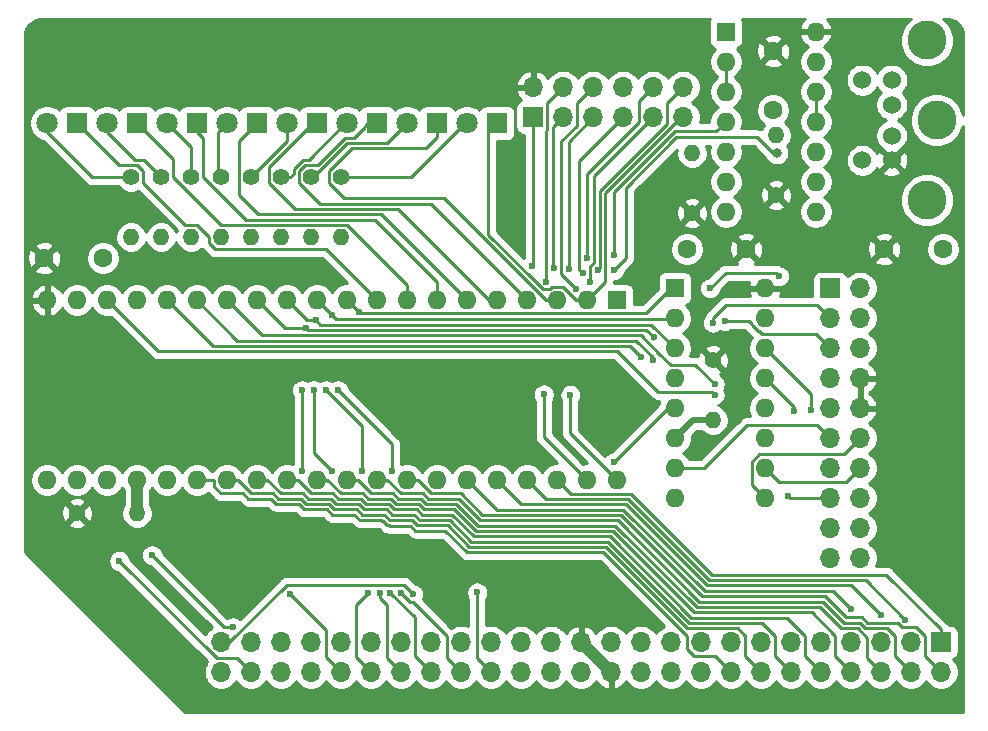
<source format=gbr>
%TF.GenerationSoftware,KiCad,Pcbnew,(5.1.10-1-10_14)*%
%TF.CreationDate,2021-08-30T22:46:39+02:00*%
%TF.ProjectId,io_board,696f5f62-6f61-4726-942e-6b696361645f,rev?*%
%TF.SameCoordinates,Original*%
%TF.FileFunction,Copper,L1,Top*%
%TF.FilePolarity,Positive*%
%FSLAX46Y46*%
G04 Gerber Fmt 4.6, Leading zero omitted, Abs format (unit mm)*
G04 Created by KiCad (PCBNEW (5.1.10-1-10_14)) date 2021-08-30 22:46:39*
%MOMM*%
%LPD*%
G01*
G04 APERTURE LIST*
%TA.AperFunction,ComponentPad*%
%ADD10C,1.800000*%
%TD*%
%TA.AperFunction,ComponentPad*%
%ADD11R,1.800000X1.800000*%
%TD*%
%TA.AperFunction,ComponentPad*%
%ADD12O,1.700000X1.700000*%
%TD*%
%TA.AperFunction,ComponentPad*%
%ADD13R,1.700000X1.700000*%
%TD*%
%TA.AperFunction,ComponentPad*%
%ADD14O,1.400000X1.400000*%
%TD*%
%TA.AperFunction,ComponentPad*%
%ADD15C,1.400000*%
%TD*%
%TA.AperFunction,ComponentPad*%
%ADD16C,1.600000*%
%TD*%
%TA.AperFunction,ComponentPad*%
%ADD17O,1.600000X1.600000*%
%TD*%
%TA.AperFunction,ComponentPad*%
%ADD18R,1.600000X1.600000*%
%TD*%
%TA.AperFunction,ComponentPad*%
%ADD19C,3.300000*%
%TD*%
%TA.AperFunction,ComponentPad*%
%ADD20C,1.524000*%
%TD*%
%TA.AperFunction,ViaPad*%
%ADD21C,0.600000*%
%TD*%
%TA.AperFunction,ViaPad*%
%ADD22C,0.800000*%
%TD*%
%TA.AperFunction,Conductor*%
%ADD23C,1.000000*%
%TD*%
%TA.AperFunction,Conductor*%
%ADD24C,0.250000*%
%TD*%
%TA.AperFunction,Conductor*%
%ADD25C,0.500000*%
%TD*%
%TA.AperFunction,Conductor*%
%ADD26C,0.254000*%
%TD*%
%TA.AperFunction,Conductor*%
%ADD27C,0.100000*%
%TD*%
G04 APERTURE END LIST*
D10*
%TO.P,D8,2*%
%TO.N,Net-(D8-Pad2)*%
X2540000Y50546000D03*
D11*
%TO.P,D8,1*%
%TO.N,/PA7*%
X5080000Y50546000D03*
%TD*%
D10*
%TO.P,D7,2*%
%TO.N,Net-(D7-Pad2)*%
X7620000Y50546000D03*
D11*
%TO.P,D7,1*%
%TO.N,/PA6*%
X10160000Y50546000D03*
%TD*%
D10*
%TO.P,D6,2*%
%TO.N,Net-(D6-Pad2)*%
X12700000Y50546000D03*
D11*
%TO.P,D6,1*%
%TO.N,/PA5*%
X15240000Y50546000D03*
%TD*%
D10*
%TO.P,D5,2*%
%TO.N,Net-(D5-Pad2)*%
X17780000Y50546000D03*
D11*
%TO.P,D5,1*%
%TO.N,/PA4*%
X20320000Y50546000D03*
%TD*%
D10*
%TO.P,D4,2*%
%TO.N,Net-(D4-Pad2)*%
X22860000Y50546000D03*
D11*
%TO.P,D4,1*%
%TO.N,/PA3*%
X25400000Y50546000D03*
%TD*%
D10*
%TO.P,D3,2*%
%TO.N,Net-(D3-Pad2)*%
X27940000Y50546000D03*
D11*
%TO.P,D3,1*%
%TO.N,/PA2*%
X30480000Y50546000D03*
%TD*%
D10*
%TO.P,D2,2*%
%TO.N,Net-(D2-Pad2)*%
X33020000Y50546000D03*
D11*
%TO.P,D2,1*%
%TO.N,/PA1*%
X35560000Y50546000D03*
%TD*%
D10*
%TO.P,D1,2*%
%TO.N,Net-(D1-Pad2)*%
X38100000Y50546000D03*
D11*
%TO.P,D1,1*%
%TO.N,/PA0*%
X40640000Y50546000D03*
%TD*%
D12*
%TO.P,J2,12*%
%TO.N,/PA6*%
X56388000Y53594000D03*
%TO.P,J2,11*%
%TO.N,/PA0*%
X56388000Y51054000D03*
%TO.P,J2,10*%
%TO.N,/PA7*%
X53848000Y53594000D03*
%TO.P,J2,9*%
%TO.N,/PA1*%
X53848000Y51054000D03*
%TO.P,J2,8*%
%TO.N,GND*%
X51308000Y53594000D03*
%TO.P,J2,7*%
%TO.N,/PA2*%
X51308000Y51054000D03*
%TO.P,J2,6*%
%TO.N,/CA1*%
X48768000Y53594000D03*
%TO.P,J2,5*%
%TO.N,/PA3*%
X48768000Y51054000D03*
%TO.P,J2,4*%
%TO.N,/CA2*%
X46228000Y53594000D03*
%TO.P,J2,3*%
%TO.N,/PA4*%
X46228000Y51054000D03*
%TO.P,J2,2*%
%TO.N,+5V*%
X43688000Y53594000D03*
D13*
%TO.P,J2,1*%
%TO.N,/PA5*%
X43688000Y51054000D03*
%TD*%
D14*
%TO.P,R12,2*%
%TO.N,GND*%
X9652000Y40894000D03*
D15*
%TO.P,R12,1*%
%TO.N,Net-(D8-Pad2)*%
X9652000Y45974000D03*
%TD*%
D14*
%TO.P,R11,2*%
%TO.N,GND*%
X12192000Y40894000D03*
D15*
%TO.P,R11,1*%
%TO.N,Net-(D7-Pad2)*%
X12192000Y45974000D03*
%TD*%
D14*
%TO.P,R10,2*%
%TO.N,GND*%
X14732000Y40894000D03*
D15*
%TO.P,R10,1*%
%TO.N,Net-(D6-Pad2)*%
X14732000Y45974000D03*
%TD*%
D14*
%TO.P,R9,2*%
%TO.N,GND*%
X17272000Y40894000D03*
D15*
%TO.P,R9,1*%
%TO.N,Net-(D5-Pad2)*%
X17272000Y45974000D03*
%TD*%
D14*
%TO.P,R8,2*%
%TO.N,GND*%
X19812000Y40894000D03*
D15*
%TO.P,R8,1*%
%TO.N,Net-(D4-Pad2)*%
X19812000Y45974000D03*
%TD*%
%TO.P,R7,1*%
%TO.N,Net-(D3-Pad2)*%
X22352000Y45974000D03*
D14*
%TO.P,R7,2*%
%TO.N,GND*%
X22352000Y40894000D03*
%TD*%
D15*
%TO.P,R6,1*%
%TO.N,Net-(D2-Pad2)*%
X24892000Y45974000D03*
D14*
%TO.P,R6,2*%
%TO.N,GND*%
X24892000Y40894000D03*
%TD*%
D15*
%TO.P,R5,1*%
%TO.N,Net-(D1-Pad2)*%
X27432000Y45974000D03*
D14*
%TO.P,R5,2*%
%TO.N,GND*%
X27432000Y40894000D03*
%TD*%
%TO.P,R4,2*%
%TO.N,Net-(R4-Pad2)*%
X58928000Y25400000D03*
D15*
%TO.P,R4,1*%
%TO.N,+5V*%
X58928000Y30480000D03*
%TD*%
D14*
%TO.P,R3,2*%
%TO.N,Net-(R3-Pad2)*%
X10160000Y17526000D03*
D15*
%TO.P,R3,1*%
%TO.N,+5V*%
X5080000Y17526000D03*
%TD*%
D14*
%TO.P,R2,2*%
%TO.N,PS2_DATA*%
X64262000Y49530000D03*
D15*
%TO.P,R2,1*%
%TO.N,+5V*%
X64262000Y44450000D03*
%TD*%
D14*
%TO.P,R1,2*%
%TO.N,Net-(J3-Pad5)*%
X57150000Y48006000D03*
D15*
%TO.P,R1,1*%
%TO.N,+5V*%
X57150000Y42926000D03*
%TD*%
D16*
%TO.P,C4,2*%
%TO.N,GND*%
X7286000Y39116000D03*
%TO.P,C4,1*%
%TO.N,+5V*%
X2286000Y39116000D03*
%TD*%
%TO.P,C3,2*%
%TO.N,GND*%
X64008000Y51642000D03*
%TO.P,C3,1*%
%TO.N,+5V*%
X64008000Y56642000D03*
%TD*%
%TO.P,C2,2*%
%TO.N,GND*%
X78406000Y39878000D03*
%TO.P,C2,1*%
%TO.N,+5V*%
X73406000Y39878000D03*
%TD*%
%TO.P,C1,2*%
%TO.N,GND*%
X56722000Y39878000D03*
%TO.P,C1,1*%
%TO.N,+5V*%
X61722000Y39878000D03*
%TD*%
D17*
%TO.P,U1,16*%
%TO.N,+5V*%
X63309500Y36576000D03*
%TO.P,U1,8*%
%TO.N,GND*%
X55689500Y18796000D03*
%TO.P,U1,15*%
%TO.N,Net-(U1-Pad15)*%
X63309500Y34036000D03*
%TO.P,U1,7*%
%TO.N,/SS1*%
X55689500Y21336000D03*
%TO.P,U1,14*%
%TO.N,/SS7*%
X63309500Y31496000D03*
%TO.P,U1,6*%
%TO.N,Net-(R4-Pad2)*%
X55689500Y23876000D03*
%TO.P,U1,13*%
%TO.N,/SS6*%
X63309500Y28956000D03*
%TO.P,U1,5*%
%TO.N,~SLOT_SEL~*%
X55689500Y26416000D03*
%TO.P,U1,12*%
%TO.N,/SS5*%
X63309500Y26416000D03*
%TO.P,U1,4*%
%TO.N,~SLOT_SEL~*%
X55689500Y28956000D03*
%TO.P,U1,11*%
%TO.N,/SS4*%
X63309500Y23876000D03*
%TO.P,U1,3*%
%TO.N,LED3*%
X55689500Y31496000D03*
%TO.P,U1,10*%
%TO.N,/SS3*%
X63309500Y21336000D03*
%TO.P,U1,2*%
%TO.N,LED2*%
X55689500Y34036000D03*
%TO.P,U1,9*%
%TO.N,/SS2*%
X63309500Y18796000D03*
D18*
%TO.P,U1,1*%
%TO.N,LED1*%
X55689500Y36576000D03*
%TD*%
D17*
%TO.P,U3,14*%
%TO.N,+5V*%
X67627500Y58293000D03*
%TO.P,U3,7*%
%TO.N,GND*%
X60007500Y43053000D03*
%TO.P,U3,13*%
%TO.N,PS2_DATA*%
X67627500Y55753000D03*
%TO.P,U3,6*%
%TO.N,Net-(U3-Pad6)*%
X60007500Y45593000D03*
%TO.P,U3,12*%
%TO.N,Net-(U3-Pad11)*%
X67627500Y53213000D03*
%TO.P,U3,5*%
%TO.N,GND*%
X60007500Y48133000D03*
%TO.P,U3,11*%
%TO.N,Net-(U3-Pad11)*%
X67627500Y50673000D03*
%TO.P,U3,4*%
%TO.N,Net-(U2-Pad19)*%
X60007500Y50673000D03*
%TO.P,U3,10*%
%TO.N,Net-(U2-Pad17)*%
X67627500Y48133000D03*
%TO.P,U3,3*%
%TO.N,Net-(U3-Pad2)*%
X60007500Y53213000D03*
%TO.P,U3,9*%
%TO.N,GND*%
X67627500Y45593000D03*
%TO.P,U3,2*%
%TO.N,Net-(U3-Pad2)*%
X60007500Y55753000D03*
%TO.P,U3,8*%
%TO.N,Net-(U3-Pad8)*%
X67627500Y43053000D03*
D18*
%TO.P,U3,1*%
%TO.N,Net-(J3-Pad5)*%
X60007500Y58293000D03*
%TD*%
D17*
%TO.P,U2,40*%
%TO.N,/CA1*%
X50800000Y20320000D03*
%TO.P,U2,20*%
%TO.N,+5V*%
X2540000Y35560000D03*
%TO.P,U2,39*%
%TO.N,/CA2*%
X48260000Y20320000D03*
%TO.P,U2,19*%
%TO.N,Net-(U2-Pad19)*%
X5080000Y35560000D03*
%TO.P,U2,38*%
%TO.N,A0*%
X45720000Y20320000D03*
%TO.P,U2,18*%
%TO.N,~SINT~*%
X7620000Y35560000D03*
%TO.P,U2,37*%
%TO.N,A1*%
X43180000Y20320000D03*
%TO.P,U2,17*%
%TO.N,Net-(U2-Pad17)*%
X10160000Y35560000D03*
%TO.P,U2,36*%
%TO.N,A2*%
X40640000Y20320000D03*
%TO.P,U2,16*%
%TO.N,~CONF~*%
X12700000Y35560000D03*
%TO.P,U2,35*%
%TO.N,A3*%
X38100000Y20320000D03*
%TO.P,U2,15*%
%TO.N,MOSI*%
X15240000Y35560000D03*
%TO.P,U2,34*%
%TO.N,~RESET~*%
X35560000Y20320000D03*
%TO.P,U2,14*%
%TO.N,MISO*%
X17780000Y35560000D03*
%TO.P,U2,33*%
%TO.N,D0*%
X33020000Y20320000D03*
%TO.P,U2,13*%
%TO.N,LED4*%
X20320000Y35560000D03*
%TO.P,U2,32*%
%TO.N,D1*%
X30480000Y20320000D03*
%TO.P,U2,12*%
%TO.N,LED3*%
X22860000Y35560000D03*
%TO.P,U2,31*%
%TO.N,D2*%
X27940000Y20320000D03*
%TO.P,U2,11*%
%TO.N,LED2*%
X25400000Y35560000D03*
%TO.P,U2,30*%
%TO.N,D3*%
X25400000Y20320000D03*
%TO.P,U2,10*%
%TO.N,LED1*%
X27940000Y35560000D03*
%TO.P,U2,29*%
%TO.N,D4*%
X22860000Y20320000D03*
%TO.P,U2,9*%
%TO.N,/PA7*%
X30480000Y35560000D03*
%TO.P,U2,28*%
%TO.N,D5*%
X20320000Y20320000D03*
%TO.P,U2,8*%
%TO.N,/PA6*%
X33020000Y35560000D03*
%TO.P,U2,27*%
%TO.N,D6*%
X17780000Y20320000D03*
%TO.P,U2,7*%
%TO.N,/PA5*%
X35560000Y35560000D03*
%TO.P,U2,26*%
%TO.N,D7*%
X15240000Y20320000D03*
%TO.P,U2,6*%
%TO.N,/PA4*%
X38100000Y35560000D03*
%TO.P,U2,25*%
%TO.N,CLK_12M*%
X12700000Y20320000D03*
%TO.P,U2,5*%
%TO.N,/PA3*%
X40640000Y35560000D03*
%TO.P,U2,24*%
%TO.N,Net-(R3-Pad2)*%
X10160000Y20320000D03*
%TO.P,U2,4*%
%TO.N,/PA2*%
X43180000Y35560000D03*
%TO.P,U2,23*%
%TO.N,~SLOT_SEL~*%
X7620000Y20320000D03*
%TO.P,U2,3*%
%TO.N,/PA1*%
X45720000Y35560000D03*
%TO.P,U2,22*%
%TO.N,R~W~*%
X5080000Y20320000D03*
%TO.P,U2,2*%
%TO.N,/PA0*%
X48260000Y35560000D03*
%TO.P,U2,21*%
%TO.N,~SLOT_IRQ~*%
X2540000Y20320000D03*
D18*
%TO.P,U2,1*%
%TO.N,GND*%
X50800000Y35560000D03*
%TD*%
D12*
%TO.P,J4,20*%
%TO.N,/SS7*%
X71374000Y13716000D03*
%TO.P,J4,19*%
%TO.N,GND*%
X68834000Y13716000D03*
%TO.P,J4,18*%
%TO.N,/SS6*%
X71374000Y16256000D03*
%TO.P,J4,17*%
%TO.N,/SS5*%
X68834000Y16256000D03*
%TO.P,J4,16*%
%TO.N,GND*%
X71374000Y18796000D03*
%TO.P,J4,15*%
%TO.N,/SS4*%
X68834000Y18796000D03*
%TO.P,J4,14*%
%TO.N,/SS3*%
X71374000Y21336000D03*
%TO.P,J4,13*%
%TO.N,Net-(J4-Pad13)*%
X68834000Y21336000D03*
%TO.P,J4,12*%
%TO.N,/SS2*%
X71374000Y23876000D03*
%TO.P,J4,11*%
%TO.N,/SS1*%
X68834000Y23876000D03*
%TO.P,J4,10*%
%TO.N,+5V*%
X71374000Y26416000D03*
%TO.P,J4,9*%
%TO.N,~SINT~*%
X68834000Y26416000D03*
%TO.P,J4,8*%
%TO.N,+5V*%
X71374000Y28956000D03*
%TO.P,J4,7*%
%TO.N,MISO*%
X68834000Y28956000D03*
%TO.P,J4,6*%
%TO.N,GND*%
X71374000Y31496000D03*
%TO.P,J4,5*%
%TO.N,MOSI*%
X68834000Y31496000D03*
%TO.P,J4,4*%
%TO.N,GND*%
X71374000Y34036000D03*
%TO.P,J4,3*%
%TO.N,LED4*%
X68834000Y34036000D03*
%TO.P,J4,2*%
%TO.N,GND*%
X71374000Y36576000D03*
D13*
%TO.P,J4,1*%
%TO.N,~CONF~*%
X68834000Y36576000D03*
%TD*%
D19*
%TO.P,J3,7*%
%TO.N,N/C*%
X77850000Y50800000D03*
D20*
%TO.P,J3,1*%
%TO.N,PS2_DATA*%
X74050000Y52100000D03*
%TO.P,J3,2*%
%TO.N,Net-(J3-Pad2)*%
X74050000Y49500000D03*
%TO.P,J3,5*%
%TO.N,Net-(J3-Pad5)*%
X71550000Y54200000D03*
%TO.P,J3,3*%
%TO.N,GND*%
X74050000Y54200000D03*
%TO.P,J3,6*%
%TO.N,Net-(J3-Pad6)*%
X71550000Y47400000D03*
%TO.P,J3,4*%
%TO.N,+5V*%
X74050000Y47400000D03*
D19*
%TO.P,J3,7*%
%TO.N,N/C*%
X77050000Y44050000D03*
X77050000Y57550000D03*
%TD*%
D12*
%TO.P,J1,50*%
%TO.N,~NMI~*%
X17272000Y4064000D03*
%TO.P,J1,49*%
%TO.N,~RESET~*%
X17272000Y6604000D03*
%TO.P,J1,48*%
%TO.N,~SLOT_IRQ~*%
X19812000Y4064000D03*
%TO.P,J1,47*%
%TO.N,SYNC*%
X19812000Y6604000D03*
%TO.P,J1,46*%
%TO.N,EX3*%
X22352000Y4064000D03*
%TO.P,J1,45*%
%TO.N,~IRQ~*%
X22352000Y6604000D03*
%TO.P,J1,44*%
%TO.N,EX2*%
X24892000Y4064000D03*
%TO.P,J1,43*%
%TO.N,R~W~*%
X24892000Y6604000D03*
%TO.P,J1,42*%
%TO.N,CLK_12M*%
X27432000Y4064000D03*
%TO.P,J1,41*%
%TO.N,CLK*%
X27432000Y6604000D03*
%TO.P,J1,40*%
%TO.N,LED4*%
X29972000Y4064000D03*
%TO.P,J1,39*%
%TO.N,BE*%
X29972000Y6604000D03*
%TO.P,J1,38*%
%TO.N,LED3*%
X32512000Y4064000D03*
%TO.P,J1,37*%
%TO.N,RDY*%
X32512000Y6604000D03*
%TO.P,J1,36*%
%TO.N,LED2*%
X35052000Y4064000D03*
%TO.P,J1,35*%
%TO.N,A15*%
X35052000Y6604000D03*
%TO.P,J1,34*%
%TO.N,LED1*%
X37592000Y4064000D03*
%TO.P,J1,33*%
%TO.N,A14*%
X37592000Y6604000D03*
%TO.P,J1,32*%
%TO.N,~SLOT_SEL~*%
X40132000Y4064000D03*
%TO.P,J1,31*%
%TO.N,A13*%
X40132000Y6604000D03*
%TO.P,J1,30*%
%TO.N,~INH~*%
X42672000Y4064000D03*
%TO.P,J1,29*%
%TO.N,A12*%
X42672000Y6604000D03*
%TO.P,J1,28*%
%TO.N,~SSEL~*%
X45212000Y4064000D03*
%TO.P,J1,27*%
%TO.N,A11*%
X45212000Y6604000D03*
%TO.P,J1,26*%
%TO.N,GND*%
X47752000Y4064000D03*
%TO.P,J1,25*%
%TO.N,+5V*%
X47752000Y6604000D03*
%TO.P,J1,24*%
X50292000Y4064000D03*
%TO.P,J1,23*%
%TO.N,GND*%
X50292000Y6604000D03*
%TO.P,J1,22*%
%TO.N,~SLOW~*%
X52832000Y4064000D03*
%TO.P,J1,21*%
%TO.N,A10*%
X52832000Y6604000D03*
%TO.P,J1,20*%
%TO.N,EX1*%
X55372000Y4064000D03*
%TO.P,J1,19*%
%TO.N,A9*%
X55372000Y6604000D03*
%TO.P,J1,18*%
%TO.N,EX0*%
X57912000Y4064000D03*
%TO.P,J1,17*%
%TO.N,A8*%
X57912000Y6604000D03*
%TO.P,J1,16*%
%TO.N,D7*%
X60452000Y4064000D03*
%TO.P,J1,15*%
%TO.N,A7*%
X60452000Y6604000D03*
%TO.P,J1,14*%
%TO.N,D6*%
X62992000Y4064000D03*
%TO.P,J1,13*%
%TO.N,A6*%
X62992000Y6604000D03*
%TO.P,J1,12*%
%TO.N,D5*%
X65532000Y4064000D03*
%TO.P,J1,11*%
%TO.N,A5*%
X65532000Y6604000D03*
%TO.P,J1,10*%
%TO.N,D4*%
X68072000Y4064000D03*
%TO.P,J1,9*%
%TO.N,A4*%
X68072000Y6604000D03*
%TO.P,J1,8*%
%TO.N,D3*%
X70612000Y4064000D03*
%TO.P,J1,7*%
%TO.N,A3*%
X70612000Y6604000D03*
%TO.P,J1,6*%
%TO.N,D2*%
X73152000Y4064000D03*
%TO.P,J1,5*%
%TO.N,A2*%
X73152000Y6604000D03*
%TO.P,J1,4*%
%TO.N,D1*%
X75692000Y4064000D03*
%TO.P,J1,3*%
%TO.N,A1*%
X75692000Y6604000D03*
%TO.P,J1,2*%
%TO.N,D0*%
X78232000Y4064000D03*
D13*
%TO.P,J1,1*%
%TO.N,A0*%
X78232000Y6604000D03*
%TD*%
D21*
%TO.N,A3*%
X70612000Y9398000D03*
%TO.N,A2*%
X73152000Y8890000D03*
%TO.N,A1*%
X75218047Y8522055D03*
%TO.N,LED4*%
X24130000Y27940000D03*
X29689519Y10804990D03*
X24130000Y21082000D03*
X24436570Y33223929D03*
X53886482Y32415120D03*
X58927994Y33645010D03*
%TO.N,LED3*%
X25107987Y27940000D03*
X30743450Y10804990D03*
X26670000Y21082000D03*
X25273000Y33845500D03*
%TO.N,LED2*%
X26670000Y34290000D03*
X26162008Y27940000D03*
X31602346Y10804990D03*
X29210000Y21082000D03*
%TO.N,LED1*%
X27178000Y27940000D03*
X32509556Y10802546D03*
X31750000Y21082000D03*
X28956000Y34567076D03*
%TO.N,~RESET~*%
X33528000Y10668000D03*
%TO.N,R~W~*%
X11430000Y13970000D03*
X18288000Y7874000D03*
%TO.N,~SLOT_SEL~*%
X38956999Y10827001D03*
X50546000Y21844000D03*
%TO.N,/PA6*%
X49158990Y38100000D03*
%TO.N,/PA7*%
X48258966Y39116000D03*
%TO.N,/PA5*%
X43632654Y38410957D03*
%TO.N,/PA4*%
X45457648Y38244547D03*
%TO.N,/CA1*%
X46845001Y27541001D03*
X47341126Y36479605D03*
%TO.N,/PA3*%
X46707660Y38158509D03*
%TO.N,/CA2*%
X44594999Y27576999D03*
X44781684Y37114674D03*
%TO.N,/PA2*%
X47908978Y37846000D03*
%TO.N,/PA1*%
X48514000Y37084000D03*
%TO.N,~SINT~*%
X59072999Y27541001D03*
%TO.N,MOSI*%
X53848000Y30480000D03*
X59944000Y33782000D03*
%TO.N,MISO*%
X59072999Y28448000D03*
%TO.N,~CONF~*%
X52832000Y30734000D03*
X64516000Y37592000D03*
X58674000Y36576000D03*
%TO.N,/SS7*%
X67183000Y26225500D03*
%TO.N,/SS6*%
X65786000Y26162000D03*
%TO.N,/SS4*%
X65278000Y18986498D03*
%TO.N,~SLOT_IRQ~*%
X8655499Y13481499D03*
%TO.N,CLK_12M*%
X23114000Y10668000D03*
%TO.N,Net-(U2-Pad19)*%
X50546000Y39370000D03*
%TO.N,Net-(U2-Pad17)*%
X50546000Y38100000D03*
D22*
X64325500Y48006000D03*
%TD*%
D23*
%TO.N,+5V*%
X50292000Y4064000D02*
X47752000Y6604000D01*
D24*
X65659000Y58293000D02*
X64008000Y56642000D01*
X67627500Y58293000D02*
X65659000Y58293000D01*
%TO.N,D7*%
X17239999Y19194999D02*
X16654999Y19779999D01*
X24300799Y17844966D02*
X23850789Y18294977D01*
X31361599Y16494934D02*
X31000458Y16856075D01*
X31545339Y16439306D02*
X31461898Y16494934D01*
X29007999Y16944944D02*
X28557989Y17394955D01*
X31545346Y16439304D02*
X31545343Y16439307D01*
X38100000Y14224000D02*
X38099989Y14224011D01*
X33715228Y16044921D02*
X33715215Y16044921D01*
X38099989Y14224011D02*
X38091527Y14224013D01*
X19143589Y19194999D02*
X17239999Y19194999D01*
X56536495Y7328990D02*
X49641486Y14224000D01*
X19593599Y18744988D02*
X19143589Y19194999D01*
X31545343Y16439307D02*
X31545339Y16439306D01*
X33715210Y16044927D02*
X33715196Y16044927D01*
X23850789Y18294977D02*
X21947198Y18294978D01*
X26654399Y17394955D02*
X26204389Y17844966D01*
X21497189Y18744988D02*
X19593599Y18744988D01*
X56536500Y7328990D02*
X56536495Y7328990D01*
X33715254Y16044907D02*
X33715246Y16044915D01*
X26204389Y17844966D02*
X24300799Y17844966D01*
X31000458Y16856075D02*
X30915346Y16865533D01*
X56736999Y7128491D02*
X56536500Y7328990D01*
X33320820Y16439304D02*
X31545346Y16439304D01*
X57347999Y5428999D02*
X56736999Y6039999D01*
X16654999Y19779999D02*
X16654999Y20320000D01*
X33715246Y16044915D02*
X33715234Y16044915D01*
X21947198Y18294978D02*
X21497189Y18744988D01*
X31461898Y16494934D02*
X31361599Y16494934D01*
X38091527Y14224013D02*
X36270633Y16044907D01*
X30915346Y16865533D02*
X30851817Y16944944D01*
X33715196Y16044927D02*
X33320820Y16439304D01*
X60452000Y4064000D02*
X59087001Y5428999D01*
X56736999Y6039999D02*
X56736999Y7128491D01*
X33715234Y16044915D02*
X33715228Y16044921D01*
X33715215Y16044921D02*
X33715210Y16044927D01*
X28557989Y17394955D02*
X26654399Y17394955D01*
X16654999Y20320000D02*
X15240000Y20320000D01*
X30851817Y16944944D02*
X29007999Y16944944D01*
X36270633Y16044907D02*
X33715254Y16044907D01*
X49641486Y14224000D02*
X38100000Y14224000D01*
X59087001Y5428999D02*
X57347999Y5428999D01*
%TO.N,D6*%
X36457009Y16494941D02*
X33901592Y16494941D01*
X38277928Y14674022D02*
X36457009Y16494941D01*
X33901592Y16494941D02*
X33451590Y16944945D01*
X24487197Y18294979D02*
X24037189Y18744988D01*
X49827879Y14674017D02*
X38277928Y14674022D01*
X18670410Y20320000D02*
X17780000Y20320000D01*
X62992000Y4064000D02*
X61627001Y5428999D01*
X21683589Y19194999D02*
X19795411Y19194999D01*
X22133599Y18744988D02*
X21683589Y19194999D01*
X24037189Y18744988D02*
X22133599Y18744988D01*
X33451590Y16944945D02*
X31547999Y16944945D01*
X26390787Y18294978D02*
X24487197Y18294979D01*
X26840799Y17844966D02*
X26390787Y18294978D01*
X31097987Y17394957D02*
X29194394Y17394960D01*
X31547999Y16944945D02*
X31097987Y17394957D01*
X19795411Y19194999D02*
X18670410Y20320000D01*
X61627001Y7168001D02*
X61016001Y7779001D01*
X61627001Y5428999D02*
X61627001Y7168001D01*
X28744389Y17844966D02*
X26840799Y17844966D01*
X29194394Y17394960D02*
X28744389Y17844966D01*
X56722895Y7779001D02*
X49827879Y14674017D01*
X61016001Y7779001D02*
X56722895Y7779001D01*
%TO.N,D5*%
X29380796Y17844969D02*
X28930789Y18294977D01*
X28930789Y18294977D02*
X27027199Y18294977D01*
X33637990Y17394956D02*
X31734399Y17394956D01*
X24673598Y18744989D02*
X24223589Y19194999D01*
X34087994Y16944950D02*
X33637990Y17394956D01*
X36643410Y16944950D02*
X34087994Y16944950D01*
X56909295Y8229012D02*
X50014280Y15124027D01*
X26577187Y18744989D02*
X24673598Y18744989D01*
X64167001Y5428999D02*
X64167001Y7168001D01*
X65532000Y4064000D02*
X64167001Y5428999D01*
X21194998Y20320000D02*
X20320000Y20320000D01*
X31734399Y17394956D02*
X31284388Y17844967D01*
X22319999Y19194999D02*
X21194998Y20320000D01*
X27027199Y18294977D02*
X26577187Y18744989D01*
X64167001Y7168001D02*
X63105990Y8229012D01*
X38464329Y15124031D02*
X36643410Y16944950D01*
X50014280Y15124027D02*
X38464329Y15124031D01*
X31284388Y17844967D02*
X29380796Y17844969D01*
X63105990Y8229012D02*
X56909295Y8229012D01*
X24223589Y19194999D02*
X22319999Y19194999D01*
%TO.N,D4*%
X57095695Y8679023D02*
X50200681Y15574037D01*
X66707001Y5428999D02*
X66707001Y7168001D01*
X31470788Y18294978D02*
X29567198Y18294978D01*
X27213599Y18744988D02*
X26763587Y19195000D01*
X33824390Y17844967D02*
X31920799Y17844967D01*
X24878233Y19195000D02*
X23753233Y20320000D01*
X29117189Y18744988D02*
X27213599Y18744988D01*
X68072000Y4064000D02*
X66707001Y5428999D01*
X26763587Y19195000D02*
X24878233Y19195000D01*
X31920799Y17844967D02*
X31470788Y18294978D01*
X23753233Y20320000D02*
X22860000Y20320000D01*
X50200681Y15574037D02*
X38650730Y15574040D01*
X34274396Y17394959D02*
X33824390Y17844967D01*
X38650730Y15574040D02*
X36829811Y17394959D01*
X65195979Y8679023D02*
X57095695Y8679023D01*
X29567198Y18294978D02*
X29117189Y18744988D01*
X66707001Y7168001D02*
X65195979Y8679023D01*
X36829811Y17394959D02*
X34274396Y17394959D01*
%TO.N,D3*%
X26274998Y20320000D02*
X25400000Y20320000D01*
X38837131Y16024049D02*
X37016212Y17844968D01*
X31657189Y18744988D02*
X29753599Y18744988D01*
X34010790Y18294978D02*
X32107199Y18294978D01*
X34460798Y17844968D02*
X34010790Y18294978D01*
X37016212Y17844968D02*
X34460798Y17844968D01*
X29303589Y19194999D02*
X27399999Y19194999D01*
X50448852Y16024047D02*
X38837131Y16024049D01*
X69247001Y7168001D02*
X67285968Y9129034D01*
X27399999Y19194999D02*
X26274998Y20320000D01*
X70612000Y4064000D02*
X69247001Y5428999D01*
X57343865Y9129034D02*
X50448852Y16024047D01*
X67285968Y9129034D02*
X57343865Y9129034D01*
X69247001Y5428999D02*
X69247001Y7168001D01*
X29753599Y18744988D02*
X29303589Y19194999D01*
X32107199Y18294978D02*
X31657189Y18744988D01*
%TO.N,A3*%
X58213006Y10929078D02*
X69080922Y10929078D01*
X51317996Y17824088D02*
X58213006Y10929078D01*
X40595912Y17824088D02*
X51317996Y17824088D01*
X69080922Y10929078D02*
X70612000Y9398000D01*
X38100000Y20320000D02*
X40595912Y17824088D01*
%TO.N,D2*%
X73152000Y4064000D02*
X71976999Y5239001D01*
X37202612Y18294978D02*
X34647199Y18294978D01*
X71976999Y5239001D02*
X71976999Y6978003D01*
X29961052Y19194999D02*
X28836051Y20320000D01*
X69798799Y7793969D02*
X68013723Y9579045D01*
X31843589Y19194999D02*
X29961052Y19194999D01*
X34647199Y18294978D02*
X34197190Y18744989D01*
X32293599Y18744989D02*
X31843589Y19194999D01*
X34197190Y18744989D02*
X32293599Y18744989D01*
X39023532Y16474058D02*
X37202612Y18294978D01*
X50666138Y16474057D02*
X39023532Y16474058D01*
X71161033Y7793969D02*
X69798799Y7793969D01*
X71976999Y6978003D02*
X71161033Y7793969D01*
X57561150Y9579045D02*
X50666138Y16474057D01*
X28836051Y20320000D02*
X27940000Y20320000D01*
X68013723Y9579045D02*
X57561150Y9579045D01*
%TO.N,A2*%
X42685901Y18274099D02*
X51535282Y18274099D01*
X51535282Y18274099D02*
X58379381Y11430000D01*
X70612000Y11430000D02*
X73152000Y8890000D01*
X40640000Y20320000D02*
X42685901Y18274099D01*
X58379381Y11430000D02*
X70612000Y11430000D01*
%TO.N,D1*%
X34383589Y19194999D02*
X32479999Y19194999D01*
X74327001Y7126388D02*
X73638401Y7814988D01*
X71383610Y8243980D02*
X69985199Y8243980D01*
X32479999Y19194999D02*
X31354998Y20320000D01*
X50883424Y16924067D02*
X39209933Y16924067D01*
X34833599Y18744988D02*
X34383589Y19194999D01*
X57778435Y10029056D02*
X50883424Y16924067D01*
X39209933Y16924067D02*
X37389012Y18744988D01*
X68200123Y10029056D02*
X57778435Y10029056D01*
X31354998Y20320000D02*
X30480000Y20320000D01*
X73638401Y7814988D02*
X71812600Y7814989D01*
X74327001Y5428999D02*
X74327001Y7126388D01*
X75692000Y4064000D02*
X74327001Y5428999D01*
X37389012Y18744988D02*
X34833599Y18744988D01*
X71812600Y7814989D02*
X71383610Y8243980D01*
X69985199Y8243980D02*
X68200123Y10029056D01*
%TO.N,A1*%
X51752569Y18724110D02*
X58596668Y11880011D01*
X58596668Y11880011D02*
X71860091Y11880011D01*
X71860091Y11880011D02*
X75218047Y8522055D01*
X44775890Y18724110D02*
X51752569Y18724110D01*
X43180000Y20320000D02*
X44775890Y18724110D01*
%TO.N,D0*%
X74918045Y7897053D02*
X74550099Y8264999D01*
X78232000Y4064000D02*
X76867001Y5428999D01*
X76867001Y5428999D02*
X76867001Y7120589D01*
X39396332Y17374078D02*
X37575411Y19194999D01*
X51100709Y17374078D02*
X39396332Y17374078D01*
X76090537Y7897053D02*
X74918045Y7897053D01*
X37575411Y19194999D02*
X35035411Y19194999D01*
X33910410Y20320000D02*
X33020000Y20320000D01*
X74550099Y8264999D02*
X71999001Y8264999D01*
X71999001Y8264999D02*
X71570010Y8693991D01*
X57995720Y10479067D02*
X51100709Y17374078D01*
X71570010Y8693991D02*
X70171599Y8693991D01*
X70171599Y8693991D02*
X68386523Y10479067D01*
X76867001Y7120589D02*
X76090537Y7897053D01*
X68386523Y10479067D02*
X57995720Y10479067D01*
X35035411Y19194999D02*
X33910410Y20320000D01*
%TO.N,A0*%
X73605978Y12330022D02*
X78232000Y7704000D01*
X51969856Y19174121D02*
X58813955Y12330022D01*
X78232000Y7704000D02*
X78232000Y6604000D01*
X46865879Y19174121D02*
X51969856Y19174121D01*
X45720000Y20320000D02*
X46865879Y19174121D01*
X58813955Y12330022D02*
X73605978Y12330022D01*
%TO.N,LED4*%
X53848000Y32258000D02*
X53848000Y32258000D01*
X28656001Y9771472D02*
X29689519Y10804990D01*
X28656001Y5379999D02*
X28656001Y9771472D01*
X29972000Y4064000D02*
X28656001Y5379999D01*
X24130000Y27940000D02*
X24130000Y21082000D01*
X22656071Y33223929D02*
X24436570Y33223929D01*
X20320000Y35560000D02*
X22656071Y33223929D01*
X53886482Y32454414D02*
X53886482Y32415120D01*
X53259558Y33042044D02*
X24618455Y33042044D01*
X24618455Y33042044D02*
X24436570Y33223929D01*
X53886482Y32415120D02*
X53259558Y33042044D01*
X68834000Y34036000D02*
X67708999Y35161001D01*
X67708999Y35161001D02*
X60019721Y35161001D01*
X60019721Y35161001D02*
X58927994Y34069274D01*
X58927994Y34069274D02*
X58927994Y33645010D01*
%TO.N,LED3*%
X31336999Y9787177D02*
X30743450Y10380726D01*
X30743450Y10380726D02*
X30743450Y10804990D01*
X32512000Y4064000D02*
X31336999Y5239001D01*
X31336999Y5239001D02*
X31336999Y9787177D01*
X25107987Y22644013D02*
X26670000Y21082000D01*
X25107987Y27940000D02*
X25107987Y22644013D01*
X24574500Y33845500D02*
X25273000Y33845500D01*
X22860000Y35560000D02*
X24574500Y33845500D01*
X55626000Y31496000D02*
X55626000Y31639898D01*
X25626445Y33492055D02*
X25273000Y33845500D01*
X55689500Y31496000D02*
X53693445Y33492055D01*
X53693445Y33492055D02*
X25626445Y33492055D01*
%TO.N,LED2*%
X25400000Y35560000D02*
X26670000Y34290000D01*
X35052000Y4064000D02*
X33687001Y5428999D01*
X33687001Y5428999D02*
X33687001Y8720335D01*
X33687001Y8720335D02*
X31602346Y10804990D01*
X26162008Y27940000D02*
X29210000Y24892008D01*
X29210000Y24892008D02*
X29210000Y21082000D01*
X27017934Y33942066D02*
X55278066Y33942066D01*
X55278066Y33688066D02*
X55626000Y34036000D01*
X26670000Y34290000D02*
X27017934Y33942066D01*
%TO.N,LED1*%
X33269103Y10042999D02*
X32509556Y10802546D01*
X33481999Y10042999D02*
X33269103Y10042999D01*
X36416999Y5239001D02*
X36416999Y7107999D01*
X37592000Y4064000D02*
X36416999Y5239001D01*
X36416999Y7107999D02*
X33481999Y10042999D01*
X31750000Y23368000D02*
X31750000Y21082000D01*
X27178000Y27940000D02*
X31750000Y23368000D01*
X55626000Y36830000D02*
X53230999Y34434999D01*
X53230999Y34434999D02*
X29088077Y34434999D01*
X27940000Y35560000D02*
X28932924Y34567076D01*
X28932924Y34567076D02*
X28956000Y34567076D01*
X29088077Y34434999D02*
X28956000Y34567076D01*
%TO.N,~RESET~*%
X32720001Y11475999D02*
X33528000Y10668000D01*
X22815003Y11475999D02*
X32720001Y11475999D01*
X17272000Y6604000D02*
X17943004Y6604000D01*
X17943004Y6604000D02*
X22815003Y11475999D01*
%TO.N,R~W~*%
X17526000Y7874000D02*
X18288000Y7874000D01*
X11430000Y13970000D02*
X17526000Y7874000D01*
%TO.N,~SLOT_SEL~*%
X38956999Y5239001D02*
X38956999Y10827001D01*
X40132000Y4064000D02*
X38956999Y5239001D01*
X38956999Y10827001D02*
X38956999Y10827001D01*
X55372000Y26416000D02*
X55626000Y26416000D01*
X50546000Y21844000D02*
X55372000Y26670000D01*
%TO.N,/PA6*%
X55023001Y52229001D02*
X55023001Y50489998D01*
X55023001Y50489998D02*
X49333989Y44800986D01*
X49333989Y44800986D02*
X49333989Y38274999D01*
X49333989Y38274999D02*
X49158990Y38100000D01*
X56388000Y53594000D02*
X55023001Y52229001D01*
X17269997Y41919001D02*
X27924001Y41919001D01*
X27924001Y41919001D02*
X33020000Y36823002D01*
X13217001Y45971997D02*
X17269997Y41919001D01*
X10160000Y50546000D02*
X13217001Y47488999D01*
X13217001Y47488999D02*
X13217001Y45971997D01*
X33020000Y36823002D02*
X33020000Y35560000D01*
%TO.N,/PA7*%
X53848000Y53594000D02*
X52672999Y52418999D01*
X48258966Y46265964D02*
X48258966Y39116000D01*
X52672999Y50679997D02*
X48258966Y46265964D01*
X52672999Y52418999D02*
X52672999Y50679997D01*
X26162000Y39878000D02*
X29354999Y36685001D01*
X25393002Y39878000D02*
X26162000Y39878000D01*
X17773002Y39878000D02*
X19310998Y39878000D01*
X22853002Y39878000D02*
X24390998Y39878000D01*
X22844001Y39868999D02*
X22853002Y39878000D01*
X21859999Y39868999D02*
X22844001Y39868999D01*
X29354999Y36685001D02*
X30480000Y35560000D01*
X21850998Y39878000D02*
X21859999Y39868999D01*
X24399999Y39868999D02*
X25384001Y39868999D01*
X16246999Y40896003D02*
X16246999Y40401999D01*
X24390998Y39878000D02*
X24399999Y39868999D01*
X20313002Y39878000D02*
X21850998Y39878000D01*
X19310998Y39878000D02*
X19319999Y39868999D01*
X19319999Y39868999D02*
X20304001Y39868999D01*
X25384001Y39868999D02*
X25393002Y39878000D01*
X17764001Y39868999D02*
X17773002Y39878000D01*
X20304001Y39868999D02*
X20313002Y39878000D01*
X16779999Y39868999D02*
X17764001Y39868999D01*
X16246999Y40401999D02*
X16779999Y39868999D01*
X14214999Y41919001D02*
X15224001Y41919001D01*
X10677001Y45456999D02*
X14214999Y41919001D01*
X10144001Y46999001D02*
X10677001Y46466001D01*
X10677001Y46466001D02*
X10677001Y45456999D01*
X15224001Y41919001D02*
X16246999Y40896003D01*
X8626999Y46999001D02*
X10144001Y46999001D01*
X5080000Y50546000D02*
X8626999Y46999001D01*
%TO.N,/PA5*%
X35560000Y37084000D02*
X35560000Y35560000D01*
X30274988Y42369012D02*
X35560000Y37084000D01*
X15757001Y45971997D02*
X19359986Y42369012D01*
X15757001Y49266999D02*
X15757001Y45971997D01*
X19359986Y42369012D02*
X30274988Y42369012D01*
X43688000Y38466303D02*
X43632654Y38410957D01*
X43688000Y51054000D02*
X43688000Y38466303D01*
X15240000Y49784000D02*
X15757001Y49266999D01*
X15240000Y50546000D02*
X15240000Y49784000D01*
%TO.N,/PA4*%
X38100000Y35814000D02*
X38100000Y35560000D01*
X20320000Y50546000D02*
X19548999Y49774999D01*
X46228000Y51054000D02*
X45378001Y50204001D01*
X45378001Y50204001D02*
X45378001Y38324194D01*
X45378001Y38324194D02*
X45457648Y38244547D01*
X30840977Y42819023D02*
X38100000Y35560000D01*
X18786999Y49012999D02*
X18786999Y44459001D01*
X20426977Y42819023D02*
X30840977Y42819023D01*
X18786999Y44459001D02*
X20426977Y42819023D01*
X20320000Y50546000D02*
X18786999Y49012999D01*
%TO.N,/CA1*%
X46845001Y24274999D02*
X50800000Y20320000D01*
X46845001Y27541001D02*
X46845001Y24274999D01*
X48768000Y53594000D02*
X47403001Y52229001D01*
X47403001Y52229001D02*
X47403001Y50325411D01*
X46082650Y37738081D02*
X47341126Y36479605D01*
X46082650Y49005060D02*
X46082650Y37738081D01*
X47403001Y50325411D02*
X46082650Y49005060D01*
%TO.N,/PA3*%
X40640000Y35814000D02*
X40640000Y35560000D01*
X25400000Y50163590D02*
X25400000Y50546000D01*
X46707660Y48993660D02*
X46707660Y38158509D01*
X48768000Y51054000D02*
X46707660Y48993660D01*
X25020410Y50546000D02*
X25400000Y50546000D01*
X21326999Y46852589D02*
X25020410Y50546000D01*
X32272148Y43269034D02*
X23539964Y43269034D01*
X21326999Y45481999D02*
X21326999Y46852589D01*
X23539964Y43269034D02*
X21326999Y45481999D01*
X39981182Y35560000D02*
X32272148Y43269034D01*
X40640000Y35560000D02*
X39981182Y35560000D01*
%TO.N,/CA2*%
X44594999Y23985001D02*
X48260000Y20320000D01*
X44594999Y27576999D02*
X44594999Y23985001D01*
X44863001Y49943999D02*
X44781684Y49862682D01*
X44781684Y49862682D02*
X44781684Y37114674D01*
X46228000Y53594000D02*
X44863001Y52229001D01*
X44863001Y52229001D02*
X44863001Y49943999D01*
%TO.N,/PA2*%
X43180000Y35814000D02*
X43180000Y35560000D01*
X29753002Y50546000D02*
X30480000Y50546000D01*
X47608979Y47354979D02*
X47608979Y38145999D01*
X51308000Y51054000D02*
X47608979Y47354979D01*
X47608979Y38145999D02*
X47908978Y37846000D01*
X23866999Y46466001D02*
X24399999Y46999001D01*
X25629953Y43719045D02*
X23866999Y45481999D01*
X23866999Y45481999D02*
X23866999Y46466001D01*
X27766001Y49320999D02*
X28528001Y49320999D01*
X28528001Y49320999D02*
X29464000Y50256998D01*
X24399999Y46999001D02*
X25444003Y46999001D01*
X25444003Y46999001D02*
X27766001Y49320999D01*
X43180000Y35560000D02*
X35020955Y43719045D01*
X29464000Y50256998D02*
X29464000Y50292000D01*
X29464000Y50292000D02*
X29718000Y50546000D01*
X35020955Y43719045D02*
X25629953Y43719045D01*
X29718000Y50546000D02*
X30480000Y50546000D01*
%TO.N,/PA1*%
X45720000Y35814000D02*
X45720000Y35560000D01*
X48883978Y38749992D02*
X48533988Y38400002D01*
X53848000Y51054000D02*
X48883978Y46089978D01*
X48883978Y46089978D02*
X48883978Y38749992D01*
X48533988Y37103988D02*
X48514000Y37084000D01*
X48533988Y38400002D02*
X48533988Y37103988D01*
X26406999Y46466001D02*
X26406999Y45481999D01*
X35560000Y50546000D02*
X35560000Y49396000D01*
X44774945Y35560000D02*
X45720000Y35560000D01*
X26406999Y45481999D02*
X27719942Y44169056D01*
X28361975Y48420977D02*
X26406999Y46466001D01*
X27719942Y44169056D02*
X36165889Y44169056D01*
X35560000Y49396000D02*
X34584977Y48420977D01*
X36165889Y44169056D02*
X44774945Y35560000D01*
X34584977Y48420977D02*
X28361975Y48420977D01*
%TO.N,/PA0*%
X43669999Y37319999D02*
X43327940Y37662058D01*
X49784000Y44614587D02*
X56223413Y51054000D01*
X56223413Y51054000D02*
X56388000Y51054000D01*
X49784000Y37084000D02*
X49784000Y44614587D01*
X48260000Y35560000D02*
X49784000Y37084000D01*
X45081685Y36489673D02*
X44500325Y36489673D01*
X46210116Y36685001D02*
X45277013Y36685001D01*
X48260000Y35560000D02*
X47335117Y35560000D01*
X44500325Y36489673D02*
X43669999Y37319999D01*
X45277013Y36685001D02*
X45081685Y36489673D01*
X47335117Y35560000D02*
X46210116Y36685001D01*
X39878000Y49784000D02*
X39878000Y41111998D01*
X39878000Y41111998D02*
X43669999Y37319999D01*
X40640000Y50546000D02*
X39878000Y49784000D01*
%TO.N,~SINT~*%
X59072999Y27541001D02*
X59072999Y27541001D01*
X7620000Y35560000D02*
X11938000Y31242000D01*
X50800000Y31242000D02*
X54246999Y27795001D01*
X11938000Y31242000D02*
X50800000Y31242000D01*
X58818999Y27795001D02*
X59072999Y27541001D01*
X54246999Y27795001D02*
X58818999Y27795001D01*
%TO.N,MOSI*%
X53848000Y30480000D02*
X53848000Y30480000D01*
X15240000Y35560000D02*
X18657978Y32142022D01*
X18657978Y32142022D02*
X52439978Y32142022D01*
X52439978Y32142022D02*
X53848000Y30734000D01*
X61976000Y33782000D02*
X59944000Y33782000D01*
X62184499Y33573501D02*
X61976000Y33782000D01*
X62769499Y32910999D02*
X62184499Y33495999D01*
X62847001Y32910999D02*
X62769499Y32910999D01*
X63037999Y32720001D02*
X62847001Y32910999D01*
X62184499Y33495999D02*
X62184499Y33573501D01*
X67609999Y32720001D02*
X63037999Y32720001D01*
X68834000Y31496000D02*
X67609999Y32720001D01*
%TO.N,MISO*%
X57439998Y30081001D02*
X59072999Y28448000D01*
X17780000Y35560000D02*
X20747967Y32592033D01*
X20747967Y32592033D02*
X52823861Y32592033D01*
X55334893Y30081001D02*
X54391947Y31023947D01*
X54391947Y31023947D02*
X55080893Y30335001D01*
X57439998Y30081001D02*
X55334893Y30081001D01*
X52823861Y32592033D02*
X54391947Y31023947D01*
D23*
%TO.N,Net-(R3-Pad2)*%
X10151000Y20311000D02*
X10160000Y20320000D01*
X10151000Y17526000D02*
X10151000Y20311000D01*
D24*
%TO.N,~CONF~*%
X52832000Y30734000D02*
X52832000Y30734000D01*
X64216001Y37891999D02*
X59989999Y37891999D01*
X64516000Y37592000D02*
X64216001Y37891999D01*
X59989999Y37891999D02*
X58674000Y36576000D01*
X12700000Y35560000D02*
X16567989Y31692011D01*
X51873989Y31692011D02*
X52832000Y30734000D01*
X16567989Y31692011D02*
X51873989Y31692011D01*
D25*
%TO.N,Net-(R4-Pad2)*%
X57213500Y25400000D02*
X55689500Y23876000D01*
X59182000Y25400000D02*
X57213500Y25400000D01*
D24*
%TO.N,/SS7*%
X63309500Y31496000D02*
X67183000Y27622500D01*
X67183000Y27622500D02*
X67183000Y26225500D01*
X67183000Y26225500D02*
X67183000Y26225500D01*
%TO.N,/SS6*%
X63309500Y28956000D02*
X65786000Y26479500D01*
X65786000Y26479500D02*
X65786000Y26162000D01*
X65786000Y26162000D02*
X65786000Y26162000D01*
%TO.N,/SS5*%
X68326000Y16256000D02*
X68834000Y16256000D01*
%TO.N,/SS4*%
X68326000Y18796000D02*
X68834000Y18796000D01*
X65468498Y18796000D02*
X65278000Y18986498D01*
X68834000Y18796000D02*
X65468498Y18796000D01*
%TO.N,/SS3*%
X64484501Y20160999D02*
X63309500Y21336000D01*
X70198999Y20160999D02*
X64484501Y20160999D01*
X71374000Y21336000D02*
X70198999Y20160999D01*
%TO.N,/SS2*%
X63309500Y18796000D02*
X62184499Y19921001D01*
X62184499Y21876001D02*
X62819499Y22511001D01*
X62819499Y22511001D02*
X70009001Y22511001D01*
X62184499Y19921001D02*
X62184499Y21876001D01*
X70009001Y22511001D02*
X71374000Y23876000D01*
%TO.N,/SS1*%
X61831001Y25001001D02*
X58166000Y21336000D01*
X67708999Y25001001D02*
X61831001Y25001001D01*
X58166000Y21336000D02*
X55689500Y21336000D01*
X68834000Y23876000D02*
X67708999Y25001001D01*
%TO.N,~SLOT_IRQ~*%
X16897997Y5239001D02*
X8655499Y13481499D01*
X18636999Y5239001D02*
X16897997Y5239001D01*
X19812000Y4064000D02*
X18636999Y5239001D01*
X8655499Y13481499D02*
X8636000Y13500998D01*
%TO.N,Net-(D1-Pad2)*%
X33373002Y45974000D02*
X27432000Y45974000D01*
X37945002Y50546000D02*
X33373002Y45974000D01*
X38100000Y50546000D02*
X37945002Y50546000D01*
%TO.N,Net-(D2-Pad2)*%
X25055412Y45974000D02*
X24892000Y45974000D01*
X31344988Y48870988D02*
X27952400Y48870988D01*
X33020000Y50546000D02*
X31344988Y48870988D01*
X27952400Y48870988D02*
X25055412Y45974000D01*
%TO.N,Net-(D3-Pad2)*%
X23114000Y45974000D02*
X22352000Y45974000D01*
X23416988Y46276988D02*
X23114000Y45974000D01*
X27940000Y50546000D02*
X27785002Y50546000D01*
X23416988Y46652401D02*
X23416988Y46276988D01*
X24688014Y47449012D02*
X24213599Y47449012D01*
X27785002Y50546000D02*
X24688014Y47449012D01*
X24213599Y47449012D02*
X23416988Y46652401D01*
%TO.N,Net-(D4-Pad2)*%
X22860000Y49022000D02*
X19812000Y45974000D01*
X22860000Y50546000D02*
X22860000Y49022000D01*
%TO.N,Net-(D5-Pad2)*%
X17018000Y46228000D02*
X17272000Y45974000D01*
X17018000Y49784000D02*
X17018000Y46228000D01*
X17780000Y50546000D02*
X17018000Y49784000D01*
%TO.N,Net-(D6-Pad2)*%
X12700000Y50546000D02*
X14732000Y48514000D01*
X14732000Y48514000D02*
X14732000Y45974000D01*
%TO.N,Net-(D7-Pad2)*%
X10716988Y47449012D02*
X12192000Y45974000D01*
X9954988Y47449012D02*
X10716988Y47449012D01*
X7620000Y49784000D02*
X9954988Y47449012D01*
X7620000Y50546000D02*
X7620000Y49784000D01*
%TO.N,Net-(D8-Pad2)*%
X6350000Y45974000D02*
X9652000Y45974000D01*
X2540000Y49784000D02*
X6350000Y45974000D01*
X2540000Y50546000D02*
X2540000Y49784000D01*
%TO.N,CLK_12M*%
X26162000Y5334000D02*
X27432000Y4064000D01*
X26162000Y7620000D02*
X26162000Y5334000D01*
X23114000Y10668000D02*
X26162000Y7620000D01*
%TO.N,Net-(U2-Pad19)*%
X59213499Y49878999D02*
X60007500Y50673000D01*
X55684823Y49878999D02*
X59213499Y49878999D01*
X50546000Y44740176D02*
X55684823Y49878999D01*
X50546000Y39370000D02*
X50546000Y44740176D01*
%TO.N,Net-(U2-Pad17)*%
X64008000Y48006000D02*
X64325500Y48006000D01*
X51562000Y45085000D02*
X55816500Y49339500D01*
X62674500Y49339500D02*
X64008000Y48006000D01*
X51562000Y39116000D02*
X51562000Y45085000D01*
X55816500Y49339500D02*
X62674500Y49339500D01*
X50546000Y38100000D02*
X51562000Y39116000D01*
%TO.N,Net-(U3-Pad2)*%
X60007500Y53213000D02*
X60007500Y55753000D01*
%TO.N,Net-(U3-Pad11)*%
X67627500Y50673000D02*
X67627500Y53213000D01*
%TD*%
D26*
%TO.N,+5V*%
X2125353Y59386000D02*
X58644093Y59386000D01*
X58617998Y59337180D01*
X58581688Y59217482D01*
X58569428Y59093000D01*
X58569428Y57493000D01*
X58581688Y57368518D01*
X58617998Y57248820D01*
X58676963Y57138506D01*
X58756315Y57041815D01*
X58853006Y56962463D01*
X58963320Y56903498D01*
X59083018Y56867188D01*
X59091461Y56866357D01*
X58892863Y56667759D01*
X58735820Y56432727D01*
X58627647Y56171574D01*
X58572500Y55894335D01*
X58572500Y55611665D01*
X58627647Y55334426D01*
X58735820Y55073273D01*
X58892863Y54838241D01*
X59092741Y54638363D01*
X59247501Y54534956D01*
X59247500Y54431044D01*
X59092741Y54327637D01*
X58892863Y54127759D01*
X58735820Y53892727D01*
X58627647Y53631574D01*
X58572500Y53354335D01*
X58572500Y53071665D01*
X58627647Y52794426D01*
X58735820Y52533273D01*
X58892863Y52298241D01*
X59092741Y52098363D01*
X59325259Y51943000D01*
X59092741Y51787637D01*
X58892863Y51587759D01*
X58735820Y51352727D01*
X58627647Y51091574D01*
X58572500Y50814335D01*
X58572500Y50638999D01*
X57819544Y50638999D01*
X57873000Y50907740D01*
X57873000Y51200260D01*
X57815932Y51487158D01*
X57703990Y51757411D01*
X57541475Y52000632D01*
X57334632Y52207475D01*
X57160240Y52324000D01*
X57334632Y52440525D01*
X57541475Y52647368D01*
X57703990Y52890589D01*
X57815932Y53160842D01*
X57873000Y53447740D01*
X57873000Y53740260D01*
X57815932Y54027158D01*
X57703990Y54297411D01*
X57541475Y54540632D01*
X57334632Y54747475D01*
X57091411Y54909990D01*
X56821158Y55021932D01*
X56534260Y55079000D01*
X56241740Y55079000D01*
X55954842Y55021932D01*
X55684589Y54909990D01*
X55441368Y54747475D01*
X55234525Y54540632D01*
X55118000Y54366240D01*
X55001475Y54540632D01*
X54794632Y54747475D01*
X54551411Y54909990D01*
X54281158Y55021932D01*
X53994260Y55079000D01*
X53701740Y55079000D01*
X53414842Y55021932D01*
X53144589Y54909990D01*
X52901368Y54747475D01*
X52694525Y54540632D01*
X52578000Y54366240D01*
X52461475Y54540632D01*
X52254632Y54747475D01*
X52011411Y54909990D01*
X51741158Y55021932D01*
X51454260Y55079000D01*
X51161740Y55079000D01*
X50874842Y55021932D01*
X50604589Y54909990D01*
X50361368Y54747475D01*
X50154525Y54540632D01*
X50038000Y54366240D01*
X49921475Y54540632D01*
X49714632Y54747475D01*
X49471411Y54909990D01*
X49201158Y55021932D01*
X48914260Y55079000D01*
X48621740Y55079000D01*
X48334842Y55021932D01*
X48064589Y54909990D01*
X47821368Y54747475D01*
X47614525Y54540632D01*
X47498000Y54366240D01*
X47381475Y54540632D01*
X47174632Y54747475D01*
X46931411Y54909990D01*
X46661158Y55021932D01*
X46374260Y55079000D01*
X46081740Y55079000D01*
X45794842Y55021932D01*
X45524589Y54909990D01*
X45281368Y54747475D01*
X45074525Y54540632D01*
X44952805Y54358466D01*
X44883178Y54475355D01*
X44688269Y54691588D01*
X44454920Y54865641D01*
X44192099Y54990825D01*
X44044890Y55035476D01*
X43815000Y54914155D01*
X43815000Y53721000D01*
X43835000Y53721000D01*
X43835000Y53467000D01*
X43815000Y53467000D01*
X43815000Y53447000D01*
X43561000Y53447000D01*
X43561000Y53467000D01*
X42367186Y53467000D01*
X42246519Y53237109D01*
X42343843Y52962748D01*
X42492822Y52712645D01*
X42669626Y52516498D01*
X42593820Y52493502D01*
X42483506Y52434537D01*
X42386815Y52355185D01*
X42307463Y52258494D01*
X42248498Y52148180D01*
X42212188Y52028482D01*
X42199928Y51904000D01*
X42199928Y50204000D01*
X42212188Y50079518D01*
X42248498Y49959820D01*
X42307463Y49849506D01*
X42386815Y49752815D01*
X42483506Y49673463D01*
X42593820Y49614498D01*
X42713518Y49578188D01*
X42838000Y49565928D01*
X42928000Y49565928D01*
X42928001Y39136799D01*
X40638000Y41426799D01*
X40638000Y49007928D01*
X41540000Y49007928D01*
X41664482Y49020188D01*
X41784180Y49056498D01*
X41894494Y49115463D01*
X41991185Y49194815D01*
X42070537Y49291506D01*
X42129502Y49401820D01*
X42165812Y49521518D01*
X42178072Y49646000D01*
X42178072Y51446000D01*
X42165812Y51570482D01*
X42129502Y51690180D01*
X42070537Y51800494D01*
X41991185Y51897185D01*
X41894494Y51976537D01*
X41784180Y52035502D01*
X41664482Y52071812D01*
X41540000Y52084072D01*
X39740000Y52084072D01*
X39615518Y52071812D01*
X39495820Y52035502D01*
X39385506Y51976537D01*
X39288815Y51897185D01*
X39209463Y51800494D01*
X39150498Y51690180D01*
X39144944Y51671873D01*
X39078505Y51738312D01*
X38827095Y51906299D01*
X38547743Y52022011D01*
X38251184Y52081000D01*
X37948816Y52081000D01*
X37652257Y52022011D01*
X37372905Y51906299D01*
X37121495Y51738312D01*
X37055056Y51671873D01*
X37049502Y51690180D01*
X36990537Y51800494D01*
X36911185Y51897185D01*
X36814494Y51976537D01*
X36704180Y52035502D01*
X36584482Y52071812D01*
X36460000Y52084072D01*
X34660000Y52084072D01*
X34535518Y52071812D01*
X34415820Y52035502D01*
X34305506Y51976537D01*
X34208815Y51897185D01*
X34129463Y51800494D01*
X34070498Y51690180D01*
X34064944Y51671873D01*
X33998505Y51738312D01*
X33747095Y51906299D01*
X33467743Y52022011D01*
X33171184Y52081000D01*
X32868816Y52081000D01*
X32572257Y52022011D01*
X32292905Y51906299D01*
X32041495Y51738312D01*
X31975056Y51671873D01*
X31969502Y51690180D01*
X31910537Y51800494D01*
X31831185Y51897185D01*
X31734494Y51976537D01*
X31624180Y52035502D01*
X31504482Y52071812D01*
X31380000Y52084072D01*
X29580000Y52084072D01*
X29455518Y52071812D01*
X29335820Y52035502D01*
X29225506Y51976537D01*
X29128815Y51897185D01*
X29049463Y51800494D01*
X28990498Y51690180D01*
X28984944Y51671873D01*
X28918505Y51738312D01*
X28667095Y51906299D01*
X28387743Y52022011D01*
X28091184Y52081000D01*
X27788816Y52081000D01*
X27492257Y52022011D01*
X27212905Y51906299D01*
X26961495Y51738312D01*
X26895056Y51671873D01*
X26889502Y51690180D01*
X26830537Y51800494D01*
X26751185Y51897185D01*
X26654494Y51976537D01*
X26544180Y52035502D01*
X26424482Y52071812D01*
X26300000Y52084072D01*
X24500000Y52084072D01*
X24375518Y52071812D01*
X24255820Y52035502D01*
X24145506Y51976537D01*
X24048815Y51897185D01*
X23969463Y51800494D01*
X23910498Y51690180D01*
X23904944Y51671873D01*
X23838505Y51738312D01*
X23587095Y51906299D01*
X23307743Y52022011D01*
X23011184Y52081000D01*
X22708816Y52081000D01*
X22412257Y52022011D01*
X22132905Y51906299D01*
X21881495Y51738312D01*
X21815056Y51671873D01*
X21809502Y51690180D01*
X21750537Y51800494D01*
X21671185Y51897185D01*
X21574494Y51976537D01*
X21464180Y52035502D01*
X21344482Y52071812D01*
X21220000Y52084072D01*
X19420000Y52084072D01*
X19295518Y52071812D01*
X19175820Y52035502D01*
X19065506Y51976537D01*
X18968815Y51897185D01*
X18889463Y51800494D01*
X18830498Y51690180D01*
X18824944Y51671873D01*
X18758505Y51738312D01*
X18507095Y51906299D01*
X18227743Y52022011D01*
X17931184Y52081000D01*
X17628816Y52081000D01*
X17332257Y52022011D01*
X17052905Y51906299D01*
X16801495Y51738312D01*
X16735056Y51671873D01*
X16729502Y51690180D01*
X16670537Y51800494D01*
X16591185Y51897185D01*
X16494494Y51976537D01*
X16384180Y52035502D01*
X16264482Y52071812D01*
X16140000Y52084072D01*
X14340000Y52084072D01*
X14215518Y52071812D01*
X14095820Y52035502D01*
X13985506Y51976537D01*
X13888815Y51897185D01*
X13809463Y51800494D01*
X13750498Y51690180D01*
X13744944Y51671873D01*
X13678505Y51738312D01*
X13427095Y51906299D01*
X13147743Y52022011D01*
X12851184Y52081000D01*
X12548816Y52081000D01*
X12252257Y52022011D01*
X11972905Y51906299D01*
X11721495Y51738312D01*
X11655056Y51671873D01*
X11649502Y51690180D01*
X11590537Y51800494D01*
X11511185Y51897185D01*
X11414494Y51976537D01*
X11304180Y52035502D01*
X11184482Y52071812D01*
X11060000Y52084072D01*
X9260000Y52084072D01*
X9135518Y52071812D01*
X9015820Y52035502D01*
X8905506Y51976537D01*
X8808815Y51897185D01*
X8729463Y51800494D01*
X8670498Y51690180D01*
X8664944Y51671873D01*
X8598505Y51738312D01*
X8347095Y51906299D01*
X8067743Y52022011D01*
X7771184Y52081000D01*
X7468816Y52081000D01*
X7172257Y52022011D01*
X6892905Y51906299D01*
X6641495Y51738312D01*
X6575056Y51671873D01*
X6569502Y51690180D01*
X6510537Y51800494D01*
X6431185Y51897185D01*
X6334494Y51976537D01*
X6224180Y52035502D01*
X6104482Y52071812D01*
X5980000Y52084072D01*
X4180000Y52084072D01*
X4055518Y52071812D01*
X3935820Y52035502D01*
X3825506Y51976537D01*
X3728815Y51897185D01*
X3649463Y51800494D01*
X3590498Y51690180D01*
X3584944Y51671873D01*
X3518505Y51738312D01*
X3267095Y51906299D01*
X2987743Y52022011D01*
X2691184Y52081000D01*
X2388816Y52081000D01*
X2092257Y52022011D01*
X1812905Y51906299D01*
X1561495Y51738312D01*
X1347688Y51524505D01*
X1179701Y51273095D01*
X1063989Y50993743D01*
X1005000Y50697184D01*
X1005000Y50394816D01*
X1063989Y50098257D01*
X1179701Y49818905D01*
X1347688Y49567495D01*
X1561495Y49353688D01*
X1812905Y49185701D01*
X2092257Y49069989D01*
X2200800Y49048398D01*
X5786201Y45462997D01*
X5809999Y45433999D01*
X5925724Y45339026D01*
X6057753Y45268454D01*
X6201014Y45224997D01*
X6312667Y45214000D01*
X6312675Y45214000D01*
X6350000Y45210324D01*
X6387325Y45214000D01*
X8554225Y45214000D01*
X8615038Y45122987D01*
X8800987Y44937038D01*
X9019641Y44790939D01*
X9262595Y44690304D01*
X9520514Y44639000D01*
X9783486Y44639000D01*
X10041405Y44690304D01*
X10272975Y44786224D01*
X13544223Y41514975D01*
X13462000Y41316470D01*
X13375061Y41526359D01*
X13228962Y41745013D01*
X13043013Y41930962D01*
X12824359Y42077061D01*
X12581405Y42177696D01*
X12323486Y42229000D01*
X12060514Y42229000D01*
X11802595Y42177696D01*
X11559641Y42077061D01*
X11340987Y41930962D01*
X11155038Y41745013D01*
X11008939Y41526359D01*
X10922000Y41316470D01*
X10835061Y41526359D01*
X10688962Y41745013D01*
X10503013Y41930962D01*
X10284359Y42077061D01*
X10041405Y42177696D01*
X9783486Y42229000D01*
X9520514Y42229000D01*
X9262595Y42177696D01*
X9019641Y42077061D01*
X8800987Y41930962D01*
X8615038Y41745013D01*
X8468939Y41526359D01*
X8368304Y41283405D01*
X8317000Y41025486D01*
X8317000Y40762514D01*
X8368304Y40504595D01*
X8468939Y40261641D01*
X8615038Y40042987D01*
X8800987Y39857038D01*
X9019641Y39710939D01*
X9262595Y39610304D01*
X9520514Y39559000D01*
X9783486Y39559000D01*
X10041405Y39610304D01*
X10284359Y39710939D01*
X10503013Y39857038D01*
X10688962Y40042987D01*
X10835061Y40261641D01*
X10922000Y40471530D01*
X11008939Y40261641D01*
X11155038Y40042987D01*
X11340987Y39857038D01*
X11559641Y39710939D01*
X11802595Y39610304D01*
X12060514Y39559000D01*
X12323486Y39559000D01*
X12581405Y39610304D01*
X12824359Y39710939D01*
X13043013Y39857038D01*
X13228962Y40042987D01*
X13375061Y40261641D01*
X13462000Y40471530D01*
X13548939Y40261641D01*
X13695038Y40042987D01*
X13880987Y39857038D01*
X14099641Y39710939D01*
X14342595Y39610304D01*
X14600514Y39559000D01*
X14863486Y39559000D01*
X15121405Y39610304D01*
X15364359Y39710939D01*
X15583013Y39857038D01*
X15653347Y39927372D01*
X15706999Y39861998D01*
X15735997Y39838200D01*
X16216199Y39357997D01*
X16239998Y39328998D01*
X16355723Y39234025D01*
X16487752Y39163453D01*
X16631013Y39119996D01*
X16742666Y39108999D01*
X16742676Y39108999D01*
X16779999Y39105323D01*
X16817322Y39108999D01*
X17726679Y39108999D01*
X17764001Y39105323D01*
X17801323Y39108999D01*
X17801334Y39108999D01*
X17892722Y39118000D01*
X19191278Y39118000D01*
X19282666Y39108999D01*
X19282676Y39108999D01*
X19319998Y39105323D01*
X19357321Y39108999D01*
X20266679Y39108999D01*
X20304001Y39105323D01*
X20341323Y39108999D01*
X20341334Y39108999D01*
X20432722Y39118000D01*
X21731278Y39118000D01*
X21822666Y39108999D01*
X21822676Y39108999D01*
X21859998Y39105323D01*
X21897321Y39108999D01*
X22806679Y39108999D01*
X22844001Y39105323D01*
X22881323Y39108999D01*
X22881334Y39108999D01*
X22972722Y39118000D01*
X24271278Y39118000D01*
X24362666Y39108999D01*
X24362676Y39108999D01*
X24399998Y39105323D01*
X24437321Y39108999D01*
X25346679Y39108999D01*
X25384001Y39105323D01*
X25421323Y39108999D01*
X25421334Y39108999D01*
X25512722Y39118000D01*
X25847199Y39118000D01*
X27970198Y36995000D01*
X27798665Y36995000D01*
X27521426Y36939853D01*
X27260273Y36831680D01*
X27025241Y36674637D01*
X26825363Y36474759D01*
X26670000Y36242241D01*
X26514637Y36474759D01*
X26314759Y36674637D01*
X26079727Y36831680D01*
X25818574Y36939853D01*
X25541335Y36995000D01*
X25258665Y36995000D01*
X24981426Y36939853D01*
X24720273Y36831680D01*
X24485241Y36674637D01*
X24285363Y36474759D01*
X24130000Y36242241D01*
X23974637Y36474759D01*
X23774759Y36674637D01*
X23539727Y36831680D01*
X23278574Y36939853D01*
X23001335Y36995000D01*
X22718665Y36995000D01*
X22441426Y36939853D01*
X22180273Y36831680D01*
X21945241Y36674637D01*
X21745363Y36474759D01*
X21590000Y36242241D01*
X21434637Y36474759D01*
X21234759Y36674637D01*
X20999727Y36831680D01*
X20738574Y36939853D01*
X20461335Y36995000D01*
X20178665Y36995000D01*
X19901426Y36939853D01*
X19640273Y36831680D01*
X19405241Y36674637D01*
X19205363Y36474759D01*
X19050000Y36242241D01*
X18894637Y36474759D01*
X18694759Y36674637D01*
X18459727Y36831680D01*
X18198574Y36939853D01*
X17921335Y36995000D01*
X17638665Y36995000D01*
X17361426Y36939853D01*
X17100273Y36831680D01*
X16865241Y36674637D01*
X16665363Y36474759D01*
X16510000Y36242241D01*
X16354637Y36474759D01*
X16154759Y36674637D01*
X15919727Y36831680D01*
X15658574Y36939853D01*
X15381335Y36995000D01*
X15098665Y36995000D01*
X14821426Y36939853D01*
X14560273Y36831680D01*
X14325241Y36674637D01*
X14125363Y36474759D01*
X13970000Y36242241D01*
X13814637Y36474759D01*
X13614759Y36674637D01*
X13379727Y36831680D01*
X13118574Y36939853D01*
X12841335Y36995000D01*
X12558665Y36995000D01*
X12281426Y36939853D01*
X12020273Y36831680D01*
X11785241Y36674637D01*
X11585363Y36474759D01*
X11430000Y36242241D01*
X11274637Y36474759D01*
X11074759Y36674637D01*
X10839727Y36831680D01*
X10578574Y36939853D01*
X10301335Y36995000D01*
X10018665Y36995000D01*
X9741426Y36939853D01*
X9480273Y36831680D01*
X9245241Y36674637D01*
X9045363Y36474759D01*
X8890000Y36242241D01*
X8734637Y36474759D01*
X8534759Y36674637D01*
X8299727Y36831680D01*
X8038574Y36939853D01*
X7761335Y36995000D01*
X7478665Y36995000D01*
X7201426Y36939853D01*
X6940273Y36831680D01*
X6705241Y36674637D01*
X6505363Y36474759D01*
X6350000Y36242241D01*
X6194637Y36474759D01*
X5994759Y36674637D01*
X5759727Y36831680D01*
X5498574Y36939853D01*
X5221335Y36995000D01*
X4938665Y36995000D01*
X4661426Y36939853D01*
X4400273Y36831680D01*
X4165241Y36674637D01*
X3965363Y36474759D01*
X3808320Y36239727D01*
X3803933Y36229135D01*
X3692385Y36415131D01*
X3503414Y36623519D01*
X3277420Y36791037D01*
X3023087Y36911246D01*
X2889039Y36951904D01*
X2667000Y36829915D01*
X2667000Y35687000D01*
X2687000Y35687000D01*
X2687000Y35433000D01*
X2667000Y35433000D01*
X2667000Y34290085D01*
X2889039Y34168096D01*
X3023087Y34208754D01*
X3277420Y34328963D01*
X3503414Y34496481D01*
X3692385Y34704869D01*
X3803933Y34890865D01*
X3808320Y34880273D01*
X3965363Y34645241D01*
X4165241Y34445363D01*
X4400273Y34288320D01*
X4661426Y34180147D01*
X4938665Y34125000D01*
X5221335Y34125000D01*
X5498574Y34180147D01*
X5759727Y34288320D01*
X5994759Y34445363D01*
X6194637Y34645241D01*
X6350000Y34877759D01*
X6505363Y34645241D01*
X6705241Y34445363D01*
X6940273Y34288320D01*
X7201426Y34180147D01*
X7478665Y34125000D01*
X7761335Y34125000D01*
X7943887Y34161312D01*
X11374200Y30730998D01*
X11397999Y30701999D01*
X11513724Y30607026D01*
X11645753Y30536454D01*
X11789014Y30492997D01*
X11900667Y30482000D01*
X11900676Y30482000D01*
X11937999Y30478324D01*
X11975322Y30482000D01*
X50485199Y30482000D01*
X53683199Y27283999D01*
X53706998Y27255000D01*
X53822723Y27160027D01*
X53954752Y27089455D01*
X54098013Y27045998D01*
X54209666Y27035001D01*
X54209674Y27035001D01*
X54246999Y27031325D01*
X54284324Y27035001D01*
X54392666Y27035001D01*
X54309647Y26834574D01*
X54271873Y26644675D01*
X50394352Y22767153D01*
X50273271Y22743068D01*
X50103111Y22672586D01*
X49949972Y22570262D01*
X49819738Y22440028D01*
X49793717Y22401085D01*
X47605001Y24589800D01*
X47605001Y26995466D01*
X47673587Y27098112D01*
X47744069Y27268272D01*
X47780001Y27448912D01*
X47780001Y27633090D01*
X47744069Y27813730D01*
X47673587Y27983890D01*
X47571263Y28137029D01*
X47441029Y28267263D01*
X47287890Y28369587D01*
X47117730Y28440069D01*
X46937090Y28476001D01*
X46752912Y28476001D01*
X46572272Y28440069D01*
X46402112Y28369587D01*
X46248973Y28267263D01*
X46118739Y28137029D01*
X46016415Y27983890D01*
X45945933Y27813730D01*
X45910001Y27633090D01*
X45910001Y27448912D01*
X45945933Y27268272D01*
X46016415Y27098112D01*
X46085001Y26995465D01*
X46085002Y24312331D01*
X46081325Y24274999D01*
X46085002Y24237666D01*
X46094326Y24143005D01*
X46095999Y24126014D01*
X46139455Y23982753D01*
X46210027Y23850723D01*
X46257993Y23792277D01*
X46305001Y23734998D01*
X46333999Y23711200D01*
X48290198Y21755000D01*
X48118665Y21755000D01*
X47936114Y21718688D01*
X45354999Y24299802D01*
X45354999Y27031464D01*
X45423585Y27134110D01*
X45494067Y27304270D01*
X45529999Y27484910D01*
X45529999Y27669088D01*
X45494067Y27849728D01*
X45423585Y28019888D01*
X45321261Y28173027D01*
X45191027Y28303261D01*
X45037888Y28405585D01*
X44867728Y28476067D01*
X44687088Y28511999D01*
X44502910Y28511999D01*
X44322270Y28476067D01*
X44152110Y28405585D01*
X43998971Y28303261D01*
X43868737Y28173027D01*
X43766413Y28019888D01*
X43695931Y27849728D01*
X43659999Y27669088D01*
X43659999Y27484910D01*
X43695931Y27304270D01*
X43766413Y27134110D01*
X43834999Y27031463D01*
X43835000Y24022333D01*
X43831323Y23985001D01*
X43845997Y23836016D01*
X43889453Y23692755D01*
X43960025Y23560725D01*
X44031200Y23473999D01*
X44054999Y23445000D01*
X44083997Y23421202D01*
X45750199Y21755000D01*
X45578665Y21755000D01*
X45301426Y21699853D01*
X45040273Y21591680D01*
X44805241Y21434637D01*
X44605363Y21234759D01*
X44450000Y21002241D01*
X44294637Y21234759D01*
X44094759Y21434637D01*
X43859727Y21591680D01*
X43598574Y21699853D01*
X43321335Y21755000D01*
X43038665Y21755000D01*
X42761426Y21699853D01*
X42500273Y21591680D01*
X42265241Y21434637D01*
X42065363Y21234759D01*
X41910000Y21002241D01*
X41754637Y21234759D01*
X41554759Y21434637D01*
X41319727Y21591680D01*
X41058574Y21699853D01*
X40781335Y21755000D01*
X40498665Y21755000D01*
X40221426Y21699853D01*
X39960273Y21591680D01*
X39725241Y21434637D01*
X39525363Y21234759D01*
X39370000Y21002241D01*
X39214637Y21234759D01*
X39014759Y21434637D01*
X38779727Y21591680D01*
X38518574Y21699853D01*
X38241335Y21755000D01*
X37958665Y21755000D01*
X37681426Y21699853D01*
X37420273Y21591680D01*
X37185241Y21434637D01*
X36985363Y21234759D01*
X36830000Y21002241D01*
X36674637Y21234759D01*
X36474759Y21434637D01*
X36239727Y21591680D01*
X35978574Y21699853D01*
X35701335Y21755000D01*
X35418665Y21755000D01*
X35141426Y21699853D01*
X34880273Y21591680D01*
X34645241Y21434637D01*
X34445363Y21234759D01*
X34290000Y21002241D01*
X34134637Y21234759D01*
X33934759Y21434637D01*
X33699727Y21591680D01*
X33438574Y21699853D01*
X33161335Y21755000D01*
X32878665Y21755000D01*
X32601426Y21699853D01*
X32510000Y21661983D01*
X32510000Y23330678D01*
X32513676Y23368001D01*
X32510000Y23405324D01*
X32510000Y23405333D01*
X32499003Y23516986D01*
X32455546Y23660247D01*
X32384974Y23792276D01*
X32371811Y23808315D01*
X32313799Y23879004D01*
X32313795Y23879008D01*
X32290001Y23908001D01*
X32261009Y23931794D01*
X28101153Y28091648D01*
X28077068Y28212729D01*
X28006586Y28382889D01*
X27904262Y28536028D01*
X27774028Y28666262D01*
X27620889Y28768586D01*
X27450729Y28839068D01*
X27270089Y28875000D01*
X27085911Y28875000D01*
X26905271Y28839068D01*
X26735111Y28768586D01*
X26670004Y28725083D01*
X26604897Y28768586D01*
X26434737Y28839068D01*
X26254097Y28875000D01*
X26069919Y28875000D01*
X25889279Y28839068D01*
X25719119Y28768586D01*
X25634998Y28712378D01*
X25550876Y28768586D01*
X25380716Y28839068D01*
X25200076Y28875000D01*
X25015898Y28875000D01*
X24835258Y28839068D01*
X24665098Y28768586D01*
X24618994Y28737780D01*
X24572889Y28768586D01*
X24402729Y28839068D01*
X24222089Y28875000D01*
X24037911Y28875000D01*
X23857271Y28839068D01*
X23687111Y28768586D01*
X23533972Y28666262D01*
X23403738Y28536028D01*
X23301414Y28382889D01*
X23230932Y28212729D01*
X23195000Y28032089D01*
X23195000Y27847911D01*
X23230932Y27667271D01*
X23301414Y27497111D01*
X23370000Y27394464D01*
X23370001Y21661983D01*
X23278574Y21699853D01*
X23001335Y21755000D01*
X22718665Y21755000D01*
X22441426Y21699853D01*
X22180273Y21591680D01*
X21945241Y21434637D01*
X21745363Y21234759D01*
X21590000Y21002241D01*
X21434637Y21234759D01*
X21234759Y21434637D01*
X20999727Y21591680D01*
X20738574Y21699853D01*
X20461335Y21755000D01*
X20178665Y21755000D01*
X19901426Y21699853D01*
X19640273Y21591680D01*
X19405241Y21434637D01*
X19205363Y21234759D01*
X19050000Y21002241D01*
X18894637Y21234759D01*
X18694759Y21434637D01*
X18459727Y21591680D01*
X18198574Y21699853D01*
X17921335Y21755000D01*
X17638665Y21755000D01*
X17361426Y21699853D01*
X17100273Y21591680D01*
X16865241Y21434637D01*
X16665363Y21234759D01*
X16561957Y21080000D01*
X16458043Y21080000D01*
X16354637Y21234759D01*
X16154759Y21434637D01*
X15919727Y21591680D01*
X15658574Y21699853D01*
X15381335Y21755000D01*
X15098665Y21755000D01*
X14821426Y21699853D01*
X14560273Y21591680D01*
X14325241Y21434637D01*
X14125363Y21234759D01*
X13970000Y21002241D01*
X13814637Y21234759D01*
X13614759Y21434637D01*
X13379727Y21591680D01*
X13118574Y21699853D01*
X12841335Y21755000D01*
X12558665Y21755000D01*
X12281426Y21699853D01*
X12020273Y21591680D01*
X11785241Y21434637D01*
X11585363Y21234759D01*
X11430000Y21002241D01*
X11274637Y21234759D01*
X11074759Y21434637D01*
X10839727Y21591680D01*
X10578574Y21699853D01*
X10301335Y21755000D01*
X10018665Y21755000D01*
X9741426Y21699853D01*
X9480273Y21591680D01*
X9245241Y21434637D01*
X9045363Y21234759D01*
X8890000Y21002241D01*
X8734637Y21234759D01*
X8534759Y21434637D01*
X8299727Y21591680D01*
X8038574Y21699853D01*
X7761335Y21755000D01*
X7478665Y21755000D01*
X7201426Y21699853D01*
X6940273Y21591680D01*
X6705241Y21434637D01*
X6505363Y21234759D01*
X6350000Y21002241D01*
X6194637Y21234759D01*
X5994759Y21434637D01*
X5759727Y21591680D01*
X5498574Y21699853D01*
X5221335Y21755000D01*
X4938665Y21755000D01*
X4661426Y21699853D01*
X4400273Y21591680D01*
X4165241Y21434637D01*
X3965363Y21234759D01*
X3810000Y21002241D01*
X3654637Y21234759D01*
X3454759Y21434637D01*
X3219727Y21591680D01*
X2958574Y21699853D01*
X2681335Y21755000D01*
X2398665Y21755000D01*
X2121426Y21699853D01*
X1860273Y21591680D01*
X1625241Y21434637D01*
X1425363Y21234759D01*
X1268320Y20999727D01*
X1160147Y20738574D01*
X1105000Y20461335D01*
X1105000Y20178665D01*
X1160147Y19901426D01*
X1268320Y19640273D01*
X1425363Y19405241D01*
X1625241Y19205363D01*
X1860273Y19048320D01*
X2121426Y18940147D01*
X2398665Y18885000D01*
X2681335Y18885000D01*
X2958574Y18940147D01*
X3219727Y19048320D01*
X3454759Y19205363D01*
X3654637Y19405241D01*
X3810000Y19637759D01*
X3965363Y19405241D01*
X4165241Y19205363D01*
X4400273Y19048320D01*
X4661426Y18940147D01*
X4938665Y18885000D01*
X5221335Y18885000D01*
X5498574Y18940147D01*
X5759727Y19048320D01*
X5994759Y19205363D01*
X6194637Y19405241D01*
X6350000Y19637759D01*
X6505363Y19405241D01*
X6705241Y19205363D01*
X6940273Y19048320D01*
X7201426Y18940147D01*
X7478665Y18885000D01*
X7761335Y18885000D01*
X8038574Y18940147D01*
X8299727Y19048320D01*
X8534759Y19205363D01*
X8734637Y19405241D01*
X8890000Y19637759D01*
X9016001Y19449185D01*
X9016000Y18216819D01*
X8976939Y18158359D01*
X8876304Y17915405D01*
X8825000Y17657486D01*
X8825000Y17394514D01*
X8876304Y17136595D01*
X8976939Y16893641D01*
X9123038Y16674987D01*
X9308987Y16489038D01*
X9527641Y16342939D01*
X9770595Y16242304D01*
X10028514Y16191000D01*
X10291486Y16191000D01*
X10549405Y16242304D01*
X10792359Y16342939D01*
X11011013Y16489038D01*
X11196962Y16674987D01*
X11343061Y16893641D01*
X11443696Y17136595D01*
X11495000Y17394514D01*
X11495000Y17657486D01*
X11443696Y17915405D01*
X11343061Y18158359D01*
X11286000Y18243757D01*
X11286000Y19422247D01*
X11430000Y19637759D01*
X11585363Y19405241D01*
X11785241Y19205363D01*
X12020273Y19048320D01*
X12281426Y18940147D01*
X12558665Y18885000D01*
X12841335Y18885000D01*
X13118574Y18940147D01*
X13379727Y19048320D01*
X13614759Y19205363D01*
X13814637Y19405241D01*
X13970000Y19637759D01*
X14125363Y19405241D01*
X14325241Y19205363D01*
X14560273Y19048320D01*
X14821426Y18940147D01*
X15098665Y18885000D01*
X15381335Y18885000D01*
X15658574Y18940147D01*
X15919727Y19048320D01*
X16154759Y19205363D01*
X16154796Y19205400D01*
X16676198Y18683998D01*
X16699998Y18654998D01*
X16728995Y18631201D01*
X16728996Y18631200D01*
X16815722Y18560025D01*
X16920997Y18503754D01*
X16947752Y18489453D01*
X17091013Y18445996D01*
X17202666Y18434999D01*
X17202676Y18434999D01*
X17239999Y18431323D01*
X17277322Y18434999D01*
X18828787Y18434999D01*
X19029798Y18233987D01*
X19053598Y18204987D01*
X19169323Y18110014D01*
X19301352Y18039442D01*
X19444613Y17995985D01*
X19556266Y17984988D01*
X19556275Y17984988D01*
X19593598Y17981312D01*
X19630923Y17984988D01*
X21182387Y17984988D01*
X21383403Y17783971D01*
X21407197Y17754978D01*
X21436190Y17731184D01*
X21436195Y17731179D01*
X21522921Y17660005D01*
X21654951Y17589432D01*
X21798211Y17545975D01*
X21947197Y17531301D01*
X21984539Y17534979D01*
X23535986Y17534977D01*
X23736998Y17333965D01*
X23760798Y17304965D01*
X23876523Y17209992D01*
X24008552Y17139420D01*
X24151813Y17095963D01*
X24263466Y17084966D01*
X24263475Y17084966D01*
X24300798Y17081290D01*
X24338123Y17084966D01*
X25889587Y17084966D01*
X26090599Y16883953D01*
X26114398Y16854954D01*
X26230123Y16759981D01*
X26362152Y16689409D01*
X26505413Y16645952D01*
X26617066Y16634955D01*
X26617075Y16634955D01*
X26654398Y16631279D01*
X26691723Y16634955D01*
X28243187Y16634955D01*
X28444199Y16433942D01*
X28467998Y16404943D01*
X28583723Y16309970D01*
X28715752Y16239398D01*
X28859013Y16195941D01*
X28970666Y16184944D01*
X28970675Y16184944D01*
X29007998Y16181268D01*
X29045323Y16184944D01*
X30574092Y16184944D01*
X30613833Y16167899D01*
X30797793Y15983939D01*
X30821598Y15954933D01*
X30937323Y15859960D01*
X31040569Y15804773D01*
X31069352Y15789388D01*
X31212613Y15745931D01*
X31234326Y15743792D01*
X31253099Y15733758D01*
X31253478Y15733643D01*
X31253827Y15733457D01*
X31271271Y15728185D01*
X31287735Y15720389D01*
X31342402Y15706669D01*
X31396360Y15690301D01*
X31396756Y15690262D01*
X31397133Y15690148D01*
X31415267Y15688381D01*
X31432938Y15683946D01*
X31489213Y15681156D01*
X31508013Y15679304D01*
X31508023Y15679304D01*
X31545345Y15675628D01*
X31545747Y15675668D01*
X31546133Y15675630D01*
X31564260Y15677434D01*
X31582461Y15676532D01*
X31601207Y15679304D01*
X33006017Y15679304D01*
X33151396Y15533925D01*
X33175195Y15504926D01*
X33206488Y15479244D01*
X33235194Y15450967D01*
X33264091Y15431971D01*
X33290920Y15409953D01*
X33326582Y15390891D01*
X33360292Y15368731D01*
X33392371Y15355725D01*
X33422948Y15339381D01*
X33422968Y15339375D01*
X33422986Y15339370D01*
X33422987Y15339369D01*
X33422999Y15339365D01*
X33423007Y15339361D01*
X33461639Y15327642D01*
X33499030Y15312483D01*
X33533041Y15305983D01*
X33566268Y15295904D01*
X33606532Y15291938D01*
X33646076Y15284381D01*
X33680634Y15284641D01*
X33715253Y15281231D01*
X33752576Y15284907D01*
X35955832Y15284907D01*
X37527669Y13713069D01*
X37551399Y13684140D01*
X37580456Y13660282D01*
X37580524Y13660214D01*
X37612063Y13634331D01*
X37667101Y13589140D01*
X37667175Y13589100D01*
X37667250Y13589039D01*
X37737434Y13551524D01*
X37799114Y13518537D01*
X37799195Y13518512D01*
X37799280Y13518467D01*
X37872526Y13496249D01*
X37942364Y13475046D01*
X37942455Y13475037D01*
X37942541Y13475011D01*
X38014429Y13467931D01*
X38054015Y13464022D01*
X38054113Y13464022D01*
X38091527Y13460337D01*
X38095692Y13460747D01*
X38100000Y13460323D01*
X38137333Y13464000D01*
X49326685Y13464000D01*
X54811499Y7979185D01*
X54668589Y7919990D01*
X54425368Y7757475D01*
X54218525Y7550632D01*
X54102000Y7376240D01*
X53985475Y7550632D01*
X53778632Y7757475D01*
X53535411Y7919990D01*
X53265158Y8031932D01*
X52978260Y8089000D01*
X52685740Y8089000D01*
X52398842Y8031932D01*
X52128589Y7919990D01*
X51885368Y7757475D01*
X51678525Y7550632D01*
X51562000Y7376240D01*
X51445475Y7550632D01*
X51238632Y7757475D01*
X50995411Y7919990D01*
X50725158Y8031932D01*
X50438260Y8089000D01*
X50145740Y8089000D01*
X49858842Y8031932D01*
X49588589Y7919990D01*
X49345368Y7757475D01*
X49138525Y7550632D01*
X49016805Y7368466D01*
X48947178Y7485355D01*
X48752269Y7701588D01*
X48518920Y7875641D01*
X48256099Y8000825D01*
X48108890Y8045476D01*
X47879000Y7924155D01*
X47879000Y6731000D01*
X47899000Y6731000D01*
X47899000Y6477000D01*
X47879000Y6477000D01*
X47879000Y6457000D01*
X47625000Y6457000D01*
X47625000Y6477000D01*
X47605000Y6477000D01*
X47605000Y6731000D01*
X47625000Y6731000D01*
X47625000Y7924155D01*
X47395110Y8045476D01*
X47247901Y8000825D01*
X46985080Y7875641D01*
X46751731Y7701588D01*
X46556822Y7485355D01*
X46487195Y7368466D01*
X46365475Y7550632D01*
X46158632Y7757475D01*
X45915411Y7919990D01*
X45645158Y8031932D01*
X45358260Y8089000D01*
X45065740Y8089000D01*
X44778842Y8031932D01*
X44508589Y7919990D01*
X44265368Y7757475D01*
X44058525Y7550632D01*
X43942000Y7376240D01*
X43825475Y7550632D01*
X43618632Y7757475D01*
X43375411Y7919990D01*
X43105158Y8031932D01*
X42818260Y8089000D01*
X42525740Y8089000D01*
X42238842Y8031932D01*
X41968589Y7919990D01*
X41725368Y7757475D01*
X41518525Y7550632D01*
X41402000Y7376240D01*
X41285475Y7550632D01*
X41078632Y7757475D01*
X40835411Y7919990D01*
X40565158Y8031932D01*
X40278260Y8089000D01*
X39985740Y8089000D01*
X39716999Y8035544D01*
X39716999Y10281466D01*
X39785585Y10384112D01*
X39856067Y10554272D01*
X39891999Y10734912D01*
X39891999Y10919090D01*
X39856067Y11099730D01*
X39785585Y11269890D01*
X39683261Y11423029D01*
X39553027Y11553263D01*
X39399888Y11655587D01*
X39229728Y11726069D01*
X39049088Y11762001D01*
X38864910Y11762001D01*
X38684270Y11726069D01*
X38514110Y11655587D01*
X38360971Y11553263D01*
X38230737Y11423029D01*
X38128413Y11269890D01*
X38057931Y11099730D01*
X38021999Y10919090D01*
X38021999Y10734912D01*
X38057931Y10554272D01*
X38128413Y10384112D01*
X38197000Y10281464D01*
X38196999Y7960753D01*
X38025158Y8031932D01*
X37738260Y8089000D01*
X37445740Y8089000D01*
X37158842Y8031932D01*
X36888589Y7919990D01*
X36763435Y7836365D01*
X34361888Y10237911D01*
X34427068Y10395271D01*
X34463000Y10575911D01*
X34463000Y10760089D01*
X34427068Y10940729D01*
X34356586Y11110889D01*
X34254262Y11264028D01*
X34124028Y11394262D01*
X33970889Y11496586D01*
X33800729Y11567068D01*
X33679649Y11591153D01*
X33283804Y11986997D01*
X33260002Y12016000D01*
X33144277Y12110973D01*
X33012248Y12181545D01*
X32868987Y12225002D01*
X32757334Y12235999D01*
X32757323Y12235999D01*
X32720001Y12239675D01*
X32682679Y12235999D01*
X22852325Y12235999D01*
X22815002Y12239675D01*
X22777679Y12235999D01*
X22777670Y12235999D01*
X22666017Y12225002D01*
X22550629Y12190000D01*
X22522756Y12181545D01*
X22390726Y12110973D01*
X22334677Y12064974D01*
X22275002Y12016000D01*
X22251204Y11987002D01*
X18872301Y8608098D01*
X18730889Y8702586D01*
X18560729Y8773068D01*
X18380089Y8809000D01*
X18195911Y8809000D01*
X18015271Y8773068D01*
X17845111Y8702586D01*
X17801414Y8673388D01*
X12353153Y14121648D01*
X12329068Y14242729D01*
X12258586Y14412889D01*
X12156262Y14566028D01*
X12026028Y14696262D01*
X11872889Y14798586D01*
X11702729Y14869068D01*
X11522089Y14905000D01*
X11337911Y14905000D01*
X11157271Y14869068D01*
X10987111Y14798586D01*
X10833972Y14696262D01*
X10703738Y14566028D01*
X10601414Y14412889D01*
X10530932Y14242729D01*
X10495000Y14062089D01*
X10495000Y13877911D01*
X10530932Y13697271D01*
X10601414Y13527111D01*
X10703738Y13373972D01*
X10833972Y13243738D01*
X10987111Y13141414D01*
X11157271Y13070932D01*
X11278352Y13046847D01*
X16470649Y7854549D01*
X16325368Y7757475D01*
X16118525Y7550632D01*
X15956010Y7307411D01*
X15940891Y7270910D01*
X9578652Y13633147D01*
X9554567Y13754228D01*
X9484085Y13924388D01*
X9381761Y14077527D01*
X9251527Y14207761D01*
X9098388Y14310085D01*
X8928228Y14380567D01*
X8747588Y14416499D01*
X8563410Y14416499D01*
X8382770Y14380567D01*
X8212610Y14310085D01*
X8059471Y14207761D01*
X7929237Y14077527D01*
X7826913Y13924388D01*
X7756431Y13754228D01*
X7720499Y13573588D01*
X7720499Y13389410D01*
X7756431Y13208770D01*
X7826913Y13038610D01*
X7929237Y12885471D01*
X8059471Y12755237D01*
X8212610Y12652913D01*
X8382770Y12582431D01*
X8503851Y12558346D01*
X16091704Y4970491D01*
X15956010Y4767411D01*
X15844068Y4497158D01*
X15787000Y4210260D01*
X15787000Y3917740D01*
X15844068Y3630842D01*
X15956010Y3360589D01*
X16118525Y3117368D01*
X16325368Y2910525D01*
X16568589Y2748010D01*
X16838842Y2636068D01*
X17125740Y2579000D01*
X17418260Y2579000D01*
X17705158Y2636068D01*
X17975411Y2748010D01*
X18218632Y2910525D01*
X18425475Y3117368D01*
X18542000Y3291760D01*
X18658525Y3117368D01*
X18865368Y2910525D01*
X19108589Y2748010D01*
X19378842Y2636068D01*
X19665740Y2579000D01*
X19958260Y2579000D01*
X20245158Y2636068D01*
X20515411Y2748010D01*
X20758632Y2910525D01*
X20965475Y3117368D01*
X21082000Y3291760D01*
X21198525Y3117368D01*
X21405368Y2910525D01*
X21648589Y2748010D01*
X21918842Y2636068D01*
X22205740Y2579000D01*
X22498260Y2579000D01*
X22785158Y2636068D01*
X23055411Y2748010D01*
X23298632Y2910525D01*
X23505475Y3117368D01*
X23622000Y3291760D01*
X23738525Y3117368D01*
X23945368Y2910525D01*
X24188589Y2748010D01*
X24458842Y2636068D01*
X24745740Y2579000D01*
X25038260Y2579000D01*
X25325158Y2636068D01*
X25595411Y2748010D01*
X25838632Y2910525D01*
X26045475Y3117368D01*
X26162000Y3291760D01*
X26278525Y3117368D01*
X26485368Y2910525D01*
X26728589Y2748010D01*
X26998842Y2636068D01*
X27285740Y2579000D01*
X27578260Y2579000D01*
X27865158Y2636068D01*
X28135411Y2748010D01*
X28378632Y2910525D01*
X28585475Y3117368D01*
X28702000Y3291760D01*
X28818525Y3117368D01*
X29025368Y2910525D01*
X29268589Y2748010D01*
X29538842Y2636068D01*
X29825740Y2579000D01*
X30118260Y2579000D01*
X30405158Y2636068D01*
X30675411Y2748010D01*
X30918632Y2910525D01*
X31125475Y3117368D01*
X31242000Y3291760D01*
X31358525Y3117368D01*
X31565368Y2910525D01*
X31808589Y2748010D01*
X32078842Y2636068D01*
X32365740Y2579000D01*
X32658260Y2579000D01*
X32945158Y2636068D01*
X33215411Y2748010D01*
X33458632Y2910525D01*
X33665475Y3117368D01*
X33782000Y3291760D01*
X33898525Y3117368D01*
X34105368Y2910525D01*
X34348589Y2748010D01*
X34618842Y2636068D01*
X34905740Y2579000D01*
X35198260Y2579000D01*
X35485158Y2636068D01*
X35755411Y2748010D01*
X35998632Y2910525D01*
X36205475Y3117368D01*
X36322000Y3291760D01*
X36438525Y3117368D01*
X36645368Y2910525D01*
X36888589Y2748010D01*
X37158842Y2636068D01*
X37445740Y2579000D01*
X37738260Y2579000D01*
X38025158Y2636068D01*
X38295411Y2748010D01*
X38538632Y2910525D01*
X38745475Y3117368D01*
X38862000Y3291760D01*
X38978525Y3117368D01*
X39185368Y2910525D01*
X39428589Y2748010D01*
X39698842Y2636068D01*
X39985740Y2579000D01*
X40278260Y2579000D01*
X40565158Y2636068D01*
X40835411Y2748010D01*
X41078632Y2910525D01*
X41285475Y3117368D01*
X41402000Y3291760D01*
X41518525Y3117368D01*
X41725368Y2910525D01*
X41968589Y2748010D01*
X42238842Y2636068D01*
X42525740Y2579000D01*
X42818260Y2579000D01*
X43105158Y2636068D01*
X43375411Y2748010D01*
X43618632Y2910525D01*
X43825475Y3117368D01*
X43942000Y3291760D01*
X44058525Y3117368D01*
X44265368Y2910525D01*
X44508589Y2748010D01*
X44778842Y2636068D01*
X45065740Y2579000D01*
X45358260Y2579000D01*
X45645158Y2636068D01*
X45915411Y2748010D01*
X46158632Y2910525D01*
X46365475Y3117368D01*
X46482000Y3291760D01*
X46598525Y3117368D01*
X46805368Y2910525D01*
X47048589Y2748010D01*
X47318842Y2636068D01*
X47605740Y2579000D01*
X47898260Y2579000D01*
X48185158Y2636068D01*
X48455411Y2748010D01*
X48698632Y2910525D01*
X48905475Y3117368D01*
X49027195Y3299534D01*
X49096822Y3182645D01*
X49291731Y2966412D01*
X49525080Y2792359D01*
X49787901Y2667175D01*
X49935110Y2622524D01*
X50165000Y2743845D01*
X50165000Y3937000D01*
X50145000Y3937000D01*
X50145000Y4191000D01*
X50165000Y4191000D01*
X50165000Y4211000D01*
X50419000Y4211000D01*
X50419000Y4191000D01*
X50439000Y4191000D01*
X50439000Y3937000D01*
X50419000Y3937000D01*
X50419000Y2743845D01*
X50648890Y2622524D01*
X50796099Y2667175D01*
X51058920Y2792359D01*
X51292269Y2966412D01*
X51487178Y3182645D01*
X51556805Y3299534D01*
X51678525Y3117368D01*
X51885368Y2910525D01*
X52128589Y2748010D01*
X52398842Y2636068D01*
X52685740Y2579000D01*
X52978260Y2579000D01*
X53265158Y2636068D01*
X53535411Y2748010D01*
X53778632Y2910525D01*
X53985475Y3117368D01*
X54102000Y3291760D01*
X54218525Y3117368D01*
X54425368Y2910525D01*
X54668589Y2748010D01*
X54938842Y2636068D01*
X55225740Y2579000D01*
X55518260Y2579000D01*
X55805158Y2636068D01*
X56075411Y2748010D01*
X56318632Y2910525D01*
X56525475Y3117368D01*
X56642000Y3291760D01*
X56758525Y3117368D01*
X56965368Y2910525D01*
X57208589Y2748010D01*
X57478842Y2636068D01*
X57765740Y2579000D01*
X58058260Y2579000D01*
X58345158Y2636068D01*
X58615411Y2748010D01*
X58858632Y2910525D01*
X59065475Y3117368D01*
X59182000Y3291760D01*
X59298525Y3117368D01*
X59505368Y2910525D01*
X59748589Y2748010D01*
X60018842Y2636068D01*
X60305740Y2579000D01*
X60598260Y2579000D01*
X60885158Y2636068D01*
X61155411Y2748010D01*
X61398632Y2910525D01*
X61605475Y3117368D01*
X61722000Y3291760D01*
X61838525Y3117368D01*
X62045368Y2910525D01*
X62288589Y2748010D01*
X62558842Y2636068D01*
X62845740Y2579000D01*
X63138260Y2579000D01*
X63425158Y2636068D01*
X63695411Y2748010D01*
X63938632Y2910525D01*
X64145475Y3117368D01*
X64262000Y3291760D01*
X64378525Y3117368D01*
X64585368Y2910525D01*
X64828589Y2748010D01*
X65098842Y2636068D01*
X65385740Y2579000D01*
X65678260Y2579000D01*
X65965158Y2636068D01*
X66235411Y2748010D01*
X66478632Y2910525D01*
X66685475Y3117368D01*
X66802000Y3291760D01*
X66918525Y3117368D01*
X67125368Y2910525D01*
X67368589Y2748010D01*
X67638842Y2636068D01*
X67925740Y2579000D01*
X68218260Y2579000D01*
X68505158Y2636068D01*
X68775411Y2748010D01*
X69018632Y2910525D01*
X69225475Y3117368D01*
X69342000Y3291760D01*
X69458525Y3117368D01*
X69665368Y2910525D01*
X69908589Y2748010D01*
X70178842Y2636068D01*
X70465740Y2579000D01*
X70758260Y2579000D01*
X71045158Y2636068D01*
X71315411Y2748010D01*
X71558632Y2910525D01*
X71765475Y3117368D01*
X71882000Y3291760D01*
X71998525Y3117368D01*
X72205368Y2910525D01*
X72448589Y2748010D01*
X72718842Y2636068D01*
X73005740Y2579000D01*
X73298260Y2579000D01*
X73585158Y2636068D01*
X73855411Y2748010D01*
X74098632Y2910525D01*
X74305475Y3117368D01*
X74422000Y3291760D01*
X74538525Y3117368D01*
X74745368Y2910525D01*
X74988589Y2748010D01*
X75258842Y2636068D01*
X75545740Y2579000D01*
X75838260Y2579000D01*
X76125158Y2636068D01*
X76395411Y2748010D01*
X76638632Y2910525D01*
X76845475Y3117368D01*
X76962000Y3291760D01*
X77078525Y3117368D01*
X77285368Y2910525D01*
X77528589Y2748010D01*
X77798842Y2636068D01*
X78085740Y2579000D01*
X78378260Y2579000D01*
X78665158Y2636068D01*
X78935411Y2748010D01*
X79178632Y2910525D01*
X79385475Y3117368D01*
X79547990Y3360589D01*
X79659932Y3630842D01*
X79717000Y3917740D01*
X79717000Y4210260D01*
X79659932Y4497158D01*
X79547990Y4767411D01*
X79385475Y5010632D01*
X79253620Y5142487D01*
X79326180Y5164498D01*
X79436494Y5223463D01*
X79533185Y5302815D01*
X79612537Y5399506D01*
X79671502Y5509820D01*
X79707812Y5629518D01*
X79720072Y5754000D01*
X79720072Y7454000D01*
X79707812Y7578482D01*
X79671502Y7698180D01*
X79612537Y7808494D01*
X79533185Y7905185D01*
X79436494Y7984537D01*
X79326180Y8043502D01*
X79206482Y8079812D01*
X79082000Y8092072D01*
X78886326Y8092072D01*
X78866974Y8128277D01*
X78795799Y8215003D01*
X78772001Y8244001D01*
X78743004Y8267798D01*
X74169782Y12841019D01*
X74145979Y12870023D01*
X74030254Y12964996D01*
X73898225Y13035568D01*
X73754964Y13079025D01*
X73643311Y13090022D01*
X73643300Y13090022D01*
X73605978Y13093698D01*
X73568656Y13090022D01*
X72722064Y13090022D01*
X72801932Y13282842D01*
X72859000Y13569740D01*
X72859000Y13862260D01*
X72801932Y14149158D01*
X72689990Y14419411D01*
X72527475Y14662632D01*
X72320632Y14869475D01*
X72146240Y14986000D01*
X72320632Y15102525D01*
X72527475Y15309368D01*
X72689990Y15552589D01*
X72801932Y15822842D01*
X72859000Y16109740D01*
X72859000Y16402260D01*
X72801932Y16689158D01*
X72689990Y16959411D01*
X72527475Y17202632D01*
X72320632Y17409475D01*
X72146240Y17526000D01*
X72320632Y17642525D01*
X72527475Y17849368D01*
X72689990Y18092589D01*
X72801932Y18362842D01*
X72859000Y18649740D01*
X72859000Y18942260D01*
X72801932Y19229158D01*
X72689990Y19499411D01*
X72527475Y19742632D01*
X72320632Y19949475D01*
X72146240Y20066000D01*
X72320632Y20182525D01*
X72527475Y20389368D01*
X72689990Y20632589D01*
X72801932Y20902842D01*
X72859000Y21189740D01*
X72859000Y21482260D01*
X72801932Y21769158D01*
X72689990Y22039411D01*
X72527475Y22282632D01*
X72320632Y22489475D01*
X72146240Y22606000D01*
X72320632Y22722525D01*
X72527475Y22929368D01*
X72689990Y23172589D01*
X72801932Y23442842D01*
X72859000Y23729740D01*
X72859000Y24022260D01*
X72801932Y24309158D01*
X72689990Y24579411D01*
X72527475Y24822632D01*
X72320632Y25029475D01*
X72138466Y25151195D01*
X72255355Y25220822D01*
X72471588Y25415731D01*
X72645641Y25649080D01*
X72770825Y25911901D01*
X72815476Y26059110D01*
X72694155Y26289000D01*
X71501000Y26289000D01*
X71501000Y26269000D01*
X71247000Y26269000D01*
X71247000Y26289000D01*
X71227000Y26289000D01*
X71227000Y26543000D01*
X71247000Y26543000D01*
X71247000Y28829000D01*
X71501000Y28829000D01*
X71501000Y26543000D01*
X72694155Y26543000D01*
X72815476Y26772890D01*
X72770825Y26920099D01*
X72645641Y27182920D01*
X72471588Y27416269D01*
X72255355Y27611178D01*
X72129745Y27686000D01*
X72255355Y27760822D01*
X72471588Y27955731D01*
X72645641Y28189080D01*
X72770825Y28451901D01*
X72815476Y28599110D01*
X72694155Y28829000D01*
X71501000Y28829000D01*
X71247000Y28829000D01*
X71227000Y28829000D01*
X71227000Y29083000D01*
X71247000Y29083000D01*
X71247000Y29103000D01*
X71501000Y29103000D01*
X71501000Y29083000D01*
X72694155Y29083000D01*
X72815476Y29312890D01*
X72770825Y29460099D01*
X72645641Y29722920D01*
X72471588Y29956269D01*
X72255355Y30151178D01*
X72138466Y30220805D01*
X72320632Y30342525D01*
X72527475Y30549368D01*
X72689990Y30792589D01*
X72801932Y31062842D01*
X72859000Y31349740D01*
X72859000Y31642260D01*
X72801932Y31929158D01*
X72689990Y32199411D01*
X72527475Y32442632D01*
X72320632Y32649475D01*
X72146240Y32766000D01*
X72320632Y32882525D01*
X72527475Y33089368D01*
X72689990Y33332589D01*
X72801932Y33602842D01*
X72859000Y33889740D01*
X72859000Y34182260D01*
X72801932Y34469158D01*
X72689990Y34739411D01*
X72527475Y34982632D01*
X72320632Y35189475D01*
X72146240Y35306000D01*
X72320632Y35422525D01*
X72527475Y35629368D01*
X72689990Y35872589D01*
X72801932Y36142842D01*
X72859000Y36429740D01*
X72859000Y36722260D01*
X72801932Y37009158D01*
X72689990Y37279411D01*
X72527475Y37522632D01*
X72320632Y37729475D01*
X72077411Y37891990D01*
X71807158Y38003932D01*
X71520260Y38061000D01*
X71227740Y38061000D01*
X70940842Y38003932D01*
X70670589Y37891990D01*
X70427368Y37729475D01*
X70295513Y37597620D01*
X70273502Y37670180D01*
X70214537Y37780494D01*
X70135185Y37877185D01*
X70038494Y37956537D01*
X69928180Y38015502D01*
X69808482Y38051812D01*
X69684000Y38064072D01*
X67984000Y38064072D01*
X67859518Y38051812D01*
X67739820Y38015502D01*
X67629506Y37956537D01*
X67532815Y37877185D01*
X67453463Y37780494D01*
X67394498Y37670180D01*
X67358188Y37550482D01*
X67345928Y37426000D01*
X67345928Y35921001D01*
X64579493Y35921001D01*
X64660746Y36092913D01*
X64701404Y36226961D01*
X64579415Y36449000D01*
X63436500Y36449000D01*
X63436500Y36429000D01*
X63182500Y36429000D01*
X63182500Y36449000D01*
X62039585Y36449000D01*
X61917596Y36226961D01*
X61958254Y36092913D01*
X62039507Y35921001D01*
X60057043Y35921001D01*
X60019720Y35924677D01*
X59982397Y35921001D01*
X59982388Y35921001D01*
X59870735Y35910004D01*
X59747392Y35872589D01*
X59727474Y35866547D01*
X59595444Y35795975D01*
X59515789Y35730603D01*
X59479720Y35701002D01*
X59455922Y35672004D01*
X58416996Y34633078D01*
X58387993Y34609275D01*
X58349794Y34562729D01*
X58293020Y34493550D01*
X58231272Y34378028D01*
X58222448Y34361520D01*
X58178991Y34218259D01*
X58177691Y34205058D01*
X58099408Y34087899D01*
X58028926Y33917739D01*
X57992994Y33737099D01*
X57992994Y33552921D01*
X58028926Y33372281D01*
X58099408Y33202121D01*
X58201732Y33048982D01*
X58331966Y32918748D01*
X58485105Y32816424D01*
X58655265Y32745942D01*
X58835905Y32710010D01*
X59020083Y32710010D01*
X59200723Y32745942D01*
X59370883Y32816424D01*
X59524022Y32918748D01*
X59541824Y32936550D01*
X59671271Y32882932D01*
X59851911Y32847000D01*
X60036089Y32847000D01*
X60216729Y32882932D01*
X60386889Y32953414D01*
X60489535Y33022000D01*
X61590332Y33022000D01*
X61644498Y32955998D01*
X61673501Y32932196D01*
X62194900Y32410796D01*
X62194863Y32410759D01*
X62037820Y32175727D01*
X61929647Y31914574D01*
X61874500Y31637335D01*
X61874500Y31354665D01*
X61929647Y31077426D01*
X62037820Y30816273D01*
X62194863Y30581241D01*
X62394741Y30381363D01*
X62627259Y30226000D01*
X62394741Y30070637D01*
X62194863Y29870759D01*
X62037820Y29635727D01*
X61929647Y29374574D01*
X61874500Y29097335D01*
X61874500Y28814665D01*
X61929647Y28537426D01*
X62037820Y28276273D01*
X62194863Y28041241D01*
X62394741Y27841363D01*
X62627259Y27686000D01*
X62394741Y27530637D01*
X62194863Y27330759D01*
X62037820Y27095727D01*
X61929647Y26834574D01*
X61874500Y26557335D01*
X61874500Y26274665D01*
X61929647Y25997426D01*
X62027577Y25761001D01*
X61868323Y25761001D01*
X61831000Y25764677D01*
X61793677Y25761001D01*
X61793668Y25761001D01*
X61682015Y25750004D01*
X61580173Y25719111D01*
X61538754Y25706547D01*
X61406724Y25635975D01*
X61323084Y25567333D01*
X61291000Y25541002D01*
X61267202Y25512004D01*
X57851199Y22096000D01*
X56907543Y22096000D01*
X56804137Y22250759D01*
X56604259Y22450637D01*
X56371741Y22606000D01*
X56604259Y22761363D01*
X56804137Y22961241D01*
X56961180Y23196273D01*
X57069353Y23457426D01*
X57124500Y23734665D01*
X57124500Y24017335D01*
X57117517Y24052439D01*
X57580079Y24515000D01*
X57925025Y24515000D01*
X58076987Y24363038D01*
X58295641Y24216939D01*
X58538595Y24116304D01*
X58796514Y24065000D01*
X59059486Y24065000D01*
X59317405Y24116304D01*
X59560359Y24216939D01*
X59779013Y24363038D01*
X59964962Y24548987D01*
X60111061Y24767641D01*
X60211696Y25010595D01*
X60263000Y25268514D01*
X60263000Y25531486D01*
X60211696Y25789405D01*
X60111061Y26032359D01*
X59964962Y26251013D01*
X59779013Y26436962D01*
X59560359Y26583061D01*
X59381979Y26656949D01*
X59515888Y26712415D01*
X59669027Y26814739D01*
X59799261Y26944973D01*
X59901585Y27098112D01*
X59972067Y27268272D01*
X60007999Y27448912D01*
X60007999Y27633090D01*
X59972067Y27813730D01*
X59901585Y27983890D01*
X59894495Y27994501D01*
X59901585Y28005111D01*
X59972067Y28175271D01*
X60007999Y28355911D01*
X60007999Y28540089D01*
X59972067Y28720729D01*
X59901585Y28890889D01*
X59799261Y29044028D01*
X59669027Y29174262D01*
X59517580Y29275455D01*
X59610203Y29324963D01*
X59669664Y29558731D01*
X58928000Y30300395D01*
X58913858Y30286253D01*
X58734253Y30465858D01*
X58748395Y30480000D01*
X59107605Y30480000D01*
X59849269Y29738336D01*
X60083037Y29797797D01*
X60193934Y30036242D01*
X60256183Y30291740D01*
X60267390Y30554473D01*
X60227125Y30814344D01*
X60136935Y31061366D01*
X60083037Y31162203D01*
X59849269Y31221664D01*
X59107605Y30480000D01*
X58748395Y30480000D01*
X58006731Y31221664D01*
X57772963Y31162203D01*
X57662066Y30923758D01*
X57635766Y30815813D01*
X57588984Y30830004D01*
X57477331Y30841001D01*
X57477320Y30841001D01*
X57439998Y30844677D01*
X57402676Y30841001D01*
X56971423Y30841001D01*
X57069353Y31077426D01*
X57124500Y31354665D01*
X57124500Y31401269D01*
X58186336Y31401269D01*
X58928000Y30659605D01*
X59669664Y31401269D01*
X59610203Y31635037D01*
X59371758Y31745934D01*
X59116260Y31808183D01*
X58853527Y31819390D01*
X58593656Y31779125D01*
X58346634Y31688935D01*
X58245797Y31635037D01*
X58186336Y31401269D01*
X57124500Y31401269D01*
X57124500Y31637335D01*
X57069353Y31914574D01*
X56961180Y32175727D01*
X56804137Y32410759D01*
X56604259Y32610637D01*
X56371741Y32766000D01*
X56604259Y32921363D01*
X56804137Y33121241D01*
X56961180Y33356273D01*
X57069353Y33617426D01*
X57124500Y33894665D01*
X57124500Y34177335D01*
X57069353Y34454574D01*
X56961180Y34715727D01*
X56804137Y34950759D01*
X56605539Y35149357D01*
X56613982Y35150188D01*
X56733680Y35186498D01*
X56843994Y35245463D01*
X56940685Y35324815D01*
X57020037Y35421506D01*
X57079002Y35531820D01*
X57115312Y35651518D01*
X57127572Y35776000D01*
X57127572Y36668089D01*
X57739000Y36668089D01*
X57739000Y36483911D01*
X57774932Y36303271D01*
X57845414Y36133111D01*
X57947738Y35979972D01*
X58077972Y35849738D01*
X58231111Y35747414D01*
X58401271Y35676932D01*
X58581911Y35641000D01*
X58766089Y35641000D01*
X58946729Y35676932D01*
X59116889Y35747414D01*
X59270028Y35849738D01*
X59400262Y35979972D01*
X59502586Y36133111D01*
X59573068Y36303271D01*
X59597153Y36424351D01*
X60304801Y37131999D01*
X61992715Y37131999D01*
X61958254Y37059087D01*
X61917596Y36925039D01*
X62039585Y36703000D01*
X63182500Y36703000D01*
X63182500Y36723000D01*
X63436500Y36723000D01*
X63436500Y36703000D01*
X64218964Y36703000D01*
X64243271Y36692932D01*
X64423911Y36657000D01*
X64608089Y36657000D01*
X64788729Y36692932D01*
X64958889Y36763414D01*
X65112028Y36865738D01*
X65242262Y36995972D01*
X65344586Y37149111D01*
X65415068Y37319271D01*
X65451000Y37499911D01*
X65451000Y37684089D01*
X65415068Y37864729D01*
X65344586Y38034889D01*
X65242262Y38188028D01*
X65112028Y38318262D01*
X64958889Y38420586D01*
X64788729Y38491068D01*
X64650531Y38518558D01*
X64640277Y38526973D01*
X64508248Y38597545D01*
X64364987Y38641002D01*
X64253334Y38651999D01*
X64253323Y38651999D01*
X64216001Y38655675D01*
X64178679Y38651999D01*
X62466645Y38651999D01*
X62535097Y38885298D01*
X72592903Y38885298D01*
X72664486Y38641329D01*
X72919996Y38520429D01*
X73194184Y38451700D01*
X73476512Y38437783D01*
X73756130Y38479213D01*
X74022292Y38574397D01*
X74147514Y38641329D01*
X74219097Y38885298D01*
X73406000Y39698395D01*
X72592903Y38885298D01*
X62535097Y38885298D01*
X61722000Y39698395D01*
X60908903Y38885298D01*
X60977355Y38651999D01*
X60027324Y38651999D01*
X59989999Y38655675D01*
X59952674Y38651999D01*
X59952666Y38651999D01*
X59841013Y38641002D01*
X59697752Y38597545D01*
X59565723Y38526973D01*
X59449998Y38432000D01*
X59426200Y38403002D01*
X58522351Y37499153D01*
X58401271Y37475068D01*
X58231111Y37404586D01*
X58077972Y37302262D01*
X57947738Y37172028D01*
X57845414Y37018889D01*
X57774932Y36848729D01*
X57739000Y36668089D01*
X57127572Y36668089D01*
X57127572Y37376000D01*
X57115312Y37500482D01*
X57079002Y37620180D01*
X57020037Y37730494D01*
X56940685Y37827185D01*
X56843994Y37906537D01*
X56733680Y37965502D01*
X56613982Y38001812D01*
X56489500Y38014072D01*
X54889500Y38014072D01*
X54765018Y38001812D01*
X54645320Y37965502D01*
X54535006Y37906537D01*
X54438315Y37827185D01*
X54358963Y37730494D01*
X54299998Y37620180D01*
X54263688Y37500482D01*
X54251428Y37376000D01*
X54251428Y36530230D01*
X52916198Y35194999D01*
X52238072Y35194999D01*
X52238072Y36360000D01*
X52225812Y36484482D01*
X52189502Y36604180D01*
X52130537Y36714494D01*
X52051185Y36811185D01*
X51954494Y36890537D01*
X51844180Y36949502D01*
X51724482Y36985812D01*
X51600000Y36998072D01*
X50539214Y36998072D01*
X50544000Y37046667D01*
X50544000Y37046676D01*
X50547676Y37083999D01*
X50544000Y37121322D01*
X50544000Y37165000D01*
X50638089Y37165000D01*
X50818729Y37200932D01*
X50988889Y37271414D01*
X51142028Y37373738D01*
X51272262Y37503972D01*
X51374586Y37657111D01*
X51445068Y37827271D01*
X51469153Y37948351D01*
X52073004Y38552202D01*
X52102001Y38575999D01*
X52164373Y38651999D01*
X52196974Y38691723D01*
X52267546Y38823753D01*
X52272649Y38840575D01*
X52311003Y38967014D01*
X52322000Y39078667D01*
X52322000Y39078677D01*
X52325676Y39116000D01*
X52322000Y39153322D01*
X52322000Y40019335D01*
X55287000Y40019335D01*
X55287000Y39736665D01*
X55342147Y39459426D01*
X55450320Y39198273D01*
X55607363Y38963241D01*
X55807241Y38763363D01*
X56042273Y38606320D01*
X56303426Y38498147D01*
X56580665Y38443000D01*
X56863335Y38443000D01*
X57140574Y38498147D01*
X57401727Y38606320D01*
X57636759Y38763363D01*
X57836637Y38963241D01*
X57993680Y39198273D01*
X58101853Y39459426D01*
X58157000Y39736665D01*
X58157000Y39807488D01*
X60281783Y39807488D01*
X60323213Y39527870D01*
X60418397Y39261708D01*
X60485329Y39136486D01*
X60729298Y39064903D01*
X61542395Y39878000D01*
X61901605Y39878000D01*
X62714702Y39064903D01*
X62958671Y39136486D01*
X63079571Y39391996D01*
X63148300Y39666184D01*
X63155265Y39807488D01*
X71965783Y39807488D01*
X72007213Y39527870D01*
X72102397Y39261708D01*
X72169329Y39136486D01*
X72413298Y39064903D01*
X73226395Y39878000D01*
X73585605Y39878000D01*
X74398702Y39064903D01*
X74642671Y39136486D01*
X74763571Y39391996D01*
X74832300Y39666184D01*
X74846217Y39948512D01*
X74835724Y40019335D01*
X76971000Y40019335D01*
X76971000Y39736665D01*
X77026147Y39459426D01*
X77134320Y39198273D01*
X77291363Y38963241D01*
X77491241Y38763363D01*
X77726273Y38606320D01*
X77987426Y38498147D01*
X78264665Y38443000D01*
X78547335Y38443000D01*
X78824574Y38498147D01*
X79085727Y38606320D01*
X79320759Y38763363D01*
X79520637Y38963241D01*
X79677680Y39198273D01*
X79785853Y39459426D01*
X79841000Y39736665D01*
X79841000Y40019335D01*
X79785853Y40296574D01*
X79677680Y40557727D01*
X79520637Y40792759D01*
X79320759Y40992637D01*
X79085727Y41149680D01*
X78824574Y41257853D01*
X78547335Y41313000D01*
X78264665Y41313000D01*
X77987426Y41257853D01*
X77726273Y41149680D01*
X77491241Y40992637D01*
X77291363Y40792759D01*
X77134320Y40557727D01*
X77026147Y40296574D01*
X76971000Y40019335D01*
X74835724Y40019335D01*
X74804787Y40228130D01*
X74709603Y40494292D01*
X74642671Y40619514D01*
X74398702Y40691097D01*
X73585605Y39878000D01*
X73226395Y39878000D01*
X72413298Y40691097D01*
X72169329Y40619514D01*
X72048429Y40364004D01*
X71979700Y40089816D01*
X71965783Y39807488D01*
X63155265Y39807488D01*
X63162217Y39948512D01*
X63120787Y40228130D01*
X63025603Y40494292D01*
X62958671Y40619514D01*
X62714702Y40691097D01*
X61901605Y39878000D01*
X61542395Y39878000D01*
X60729298Y40691097D01*
X60485329Y40619514D01*
X60364429Y40364004D01*
X60295700Y40089816D01*
X60281783Y39807488D01*
X58157000Y39807488D01*
X58157000Y40019335D01*
X58101853Y40296574D01*
X57993680Y40557727D01*
X57836637Y40792759D01*
X57758694Y40870702D01*
X60908903Y40870702D01*
X61722000Y40057605D01*
X62535097Y40870702D01*
X72592903Y40870702D01*
X73406000Y40057605D01*
X74219097Y40870702D01*
X74147514Y41114671D01*
X73892004Y41235571D01*
X73617816Y41304300D01*
X73335488Y41318217D01*
X73055870Y41276787D01*
X72789708Y41181603D01*
X72664486Y41114671D01*
X72592903Y40870702D01*
X62535097Y40870702D01*
X62463514Y41114671D01*
X62208004Y41235571D01*
X61933816Y41304300D01*
X61651488Y41318217D01*
X61371870Y41276787D01*
X61105708Y41181603D01*
X60980486Y41114671D01*
X60908903Y40870702D01*
X57758694Y40870702D01*
X57636759Y40992637D01*
X57401727Y41149680D01*
X57140574Y41257853D01*
X56863335Y41313000D01*
X56580665Y41313000D01*
X56303426Y41257853D01*
X56042273Y41149680D01*
X55807241Y40992637D01*
X55607363Y40792759D01*
X55450320Y40557727D01*
X55342147Y40296574D01*
X55287000Y40019335D01*
X52322000Y40019335D01*
X52322000Y42004731D01*
X56408336Y42004731D01*
X56467797Y41770963D01*
X56706242Y41660066D01*
X56961740Y41597817D01*
X57224473Y41586610D01*
X57484344Y41626875D01*
X57731366Y41717065D01*
X57832203Y41770963D01*
X57891664Y42004731D01*
X57150000Y42746395D01*
X56408336Y42004731D01*
X52322000Y42004731D01*
X52322000Y42851527D01*
X55810610Y42851527D01*
X55850875Y42591656D01*
X55941065Y42344634D01*
X55994963Y42243797D01*
X56228731Y42184336D01*
X56970395Y42926000D01*
X57329605Y42926000D01*
X58071269Y42184336D01*
X58305037Y42243797D01*
X58415934Y42482242D01*
X58478183Y42737740D01*
X58489390Y43000473D01*
X58449125Y43260344D01*
X58358935Y43507366D01*
X58305037Y43608203D01*
X58071269Y43667664D01*
X57329605Y42926000D01*
X56970395Y42926000D01*
X56228731Y43667664D01*
X55994963Y43608203D01*
X55884066Y43369758D01*
X55821817Y43114260D01*
X55810610Y42851527D01*
X52322000Y42851527D01*
X52322000Y43847269D01*
X56408336Y43847269D01*
X57150000Y43105605D01*
X57891664Y43847269D01*
X57832203Y44081037D01*
X57593758Y44191934D01*
X57338260Y44254183D01*
X57075527Y44265390D01*
X56815656Y44225125D01*
X56568634Y44134935D01*
X56467797Y44081037D01*
X56408336Y43847269D01*
X52322000Y43847269D01*
X52322000Y44770199D01*
X55846215Y48294413D01*
X55815000Y48137486D01*
X55815000Y47874514D01*
X55866304Y47616595D01*
X55966939Y47373641D01*
X56113038Y47154987D01*
X56298987Y46969038D01*
X56517641Y46822939D01*
X56760595Y46722304D01*
X57018514Y46671000D01*
X57281486Y46671000D01*
X57539405Y46722304D01*
X57782359Y46822939D01*
X58001013Y46969038D01*
X58186962Y47154987D01*
X58333061Y47373641D01*
X58433696Y47616595D01*
X58485000Y47874514D01*
X58485000Y48137486D01*
X58433696Y48395405D01*
X58357441Y48579500D01*
X58639214Y48579500D01*
X58627647Y48551574D01*
X58572500Y48274335D01*
X58572500Y47991665D01*
X58627647Y47714426D01*
X58735820Y47453273D01*
X58892863Y47218241D01*
X59092741Y47018363D01*
X59325259Y46863000D01*
X59092741Y46707637D01*
X58892863Y46507759D01*
X58735820Y46272727D01*
X58627647Y46011574D01*
X58572500Y45734335D01*
X58572500Y45451665D01*
X58627647Y45174426D01*
X58735820Y44913273D01*
X58892863Y44678241D01*
X59092741Y44478363D01*
X59325259Y44323000D01*
X59092741Y44167637D01*
X58892863Y43967759D01*
X58735820Y43732727D01*
X58627647Y43471574D01*
X58572500Y43194335D01*
X58572500Y42911665D01*
X58627647Y42634426D01*
X58735820Y42373273D01*
X58892863Y42138241D01*
X59092741Y41938363D01*
X59327773Y41781320D01*
X59588926Y41673147D01*
X59866165Y41618000D01*
X60148835Y41618000D01*
X60426074Y41673147D01*
X60687227Y41781320D01*
X60922259Y41938363D01*
X61122137Y42138241D01*
X61279180Y42373273D01*
X61387353Y42634426D01*
X61442500Y42911665D01*
X61442500Y43194335D01*
X61387353Y43471574D01*
X61363678Y43528731D01*
X63520336Y43528731D01*
X63579797Y43294963D01*
X63818242Y43184066D01*
X64073740Y43121817D01*
X64336473Y43110610D01*
X64596344Y43150875D01*
X64843366Y43241065D01*
X64944203Y43294963D01*
X65003664Y43528731D01*
X64262000Y44270395D01*
X63520336Y43528731D01*
X61363678Y43528731D01*
X61279180Y43732727D01*
X61122137Y43967759D01*
X60922259Y44167637D01*
X60689741Y44323000D01*
X60768353Y44375527D01*
X62922610Y44375527D01*
X62962875Y44115656D01*
X63053065Y43868634D01*
X63106963Y43767797D01*
X63340731Y43708336D01*
X64082395Y44450000D01*
X64441605Y44450000D01*
X65183269Y43708336D01*
X65417037Y43767797D01*
X65527934Y44006242D01*
X65590183Y44261740D01*
X65601390Y44524473D01*
X65561125Y44784344D01*
X65470935Y45031366D01*
X65417037Y45132203D01*
X65183269Y45191664D01*
X64441605Y44450000D01*
X64082395Y44450000D01*
X63340731Y45191664D01*
X63106963Y45132203D01*
X62996066Y44893758D01*
X62933817Y44638260D01*
X62922610Y44375527D01*
X60768353Y44375527D01*
X60922259Y44478363D01*
X61122137Y44678241D01*
X61279180Y44913273D01*
X61387353Y45174426D01*
X61426508Y45371269D01*
X63520336Y45371269D01*
X64262000Y44629605D01*
X65003664Y45371269D01*
X64944203Y45605037D01*
X64705758Y45715934D01*
X64450260Y45778183D01*
X64187527Y45789390D01*
X63927656Y45749125D01*
X63680634Y45658935D01*
X63579797Y45605037D01*
X63520336Y45371269D01*
X61426508Y45371269D01*
X61442500Y45451665D01*
X61442500Y45734335D01*
X61387353Y46011574D01*
X61279180Y46272727D01*
X61122137Y46507759D01*
X60922259Y46707637D01*
X60689741Y46863000D01*
X60922259Y47018363D01*
X61122137Y47218241D01*
X61279180Y47453273D01*
X61387353Y47714426D01*
X61442500Y47991665D01*
X61442500Y48274335D01*
X61387353Y48551574D01*
X61375786Y48579500D01*
X62359699Y48579500D01*
X63397576Y47541622D01*
X63408295Y47515744D01*
X63521563Y47346226D01*
X63665726Y47202063D01*
X63835244Y47088795D01*
X64023602Y47010774D01*
X64223561Y46971000D01*
X64427439Y46971000D01*
X64627398Y47010774D01*
X64815756Y47088795D01*
X64985274Y47202063D01*
X65129437Y47346226D01*
X65242705Y47515744D01*
X65320726Y47704102D01*
X65360500Y47904061D01*
X65360500Y48107939D01*
X65320726Y48307898D01*
X65242705Y48496256D01*
X65192047Y48572072D01*
X65298962Y48678987D01*
X65445061Y48897641D01*
X65545696Y49140595D01*
X65597000Y49398514D01*
X65597000Y49661486D01*
X65545696Y49919405D01*
X65445061Y50162359D01*
X65298962Y50381013D01*
X65113013Y50566962D01*
X65022702Y50627306D01*
X65122637Y50727241D01*
X65279680Y50962273D01*
X65387853Y51223426D01*
X65443000Y51500665D01*
X65443000Y51783335D01*
X65387853Y52060574D01*
X65279680Y52321727D01*
X65122637Y52556759D01*
X64922759Y52756637D01*
X64687727Y52913680D01*
X64426574Y53021853D01*
X64149335Y53077000D01*
X63866665Y53077000D01*
X63589426Y53021853D01*
X63328273Y52913680D01*
X63093241Y52756637D01*
X62893363Y52556759D01*
X62736320Y52321727D01*
X62628147Y52060574D01*
X62573000Y51783335D01*
X62573000Y51500665D01*
X62628147Y51223426D01*
X62736320Y50962273D01*
X62893363Y50727241D01*
X63093241Y50527363D01*
X63259978Y50415953D01*
X63225038Y50381013D01*
X63078939Y50162359D01*
X63018818Y50017213D01*
X62966747Y50045046D01*
X62823486Y50088503D01*
X62711833Y50099500D01*
X62711822Y50099500D01*
X62674500Y50103176D01*
X62637178Y50099500D01*
X61323181Y50099500D01*
X61387353Y50254426D01*
X61442500Y50531665D01*
X61442500Y50814335D01*
X61387353Y51091574D01*
X61279180Y51352727D01*
X61122137Y51587759D01*
X60922259Y51787637D01*
X60689741Y51943000D01*
X60922259Y52098363D01*
X61122137Y52298241D01*
X61279180Y52533273D01*
X61387353Y52794426D01*
X61442500Y53071665D01*
X61442500Y53354335D01*
X61387353Y53631574D01*
X61279180Y53892727D01*
X61122137Y54127759D01*
X60922259Y54327637D01*
X60767500Y54431043D01*
X60767500Y54534957D01*
X60922259Y54638363D01*
X61122137Y54838241D01*
X61279180Y55073273D01*
X61387353Y55334426D01*
X61442500Y55611665D01*
X61442500Y55649298D01*
X63194903Y55649298D01*
X63266486Y55405329D01*
X63521996Y55284429D01*
X63796184Y55215700D01*
X64078512Y55201783D01*
X64358130Y55243213D01*
X64624292Y55338397D01*
X64749514Y55405329D01*
X64821097Y55649298D01*
X64008000Y56462395D01*
X63194903Y55649298D01*
X61442500Y55649298D01*
X61442500Y55894335D01*
X61387353Y56171574D01*
X61279180Y56432727D01*
X61186464Y56571488D01*
X62567783Y56571488D01*
X62609213Y56291870D01*
X62704397Y56025708D01*
X62771329Y55900486D01*
X63015298Y55828903D01*
X63828395Y56642000D01*
X64187605Y56642000D01*
X65000702Y55828903D01*
X65223707Y55894335D01*
X66192500Y55894335D01*
X66192500Y55611665D01*
X66247647Y55334426D01*
X66355820Y55073273D01*
X66512863Y54838241D01*
X66712741Y54638363D01*
X66945259Y54483000D01*
X66712741Y54327637D01*
X66512863Y54127759D01*
X66355820Y53892727D01*
X66247647Y53631574D01*
X66192500Y53354335D01*
X66192500Y53071665D01*
X66247647Y52794426D01*
X66355820Y52533273D01*
X66512863Y52298241D01*
X66712741Y52098363D01*
X66867501Y51994956D01*
X66867500Y51891044D01*
X66712741Y51787637D01*
X66512863Y51587759D01*
X66355820Y51352727D01*
X66247647Y51091574D01*
X66192500Y50814335D01*
X66192500Y50531665D01*
X66247647Y50254426D01*
X66355820Y49993273D01*
X66512863Y49758241D01*
X66712741Y49558363D01*
X66945259Y49403000D01*
X66712741Y49247637D01*
X66512863Y49047759D01*
X66355820Y48812727D01*
X66247647Y48551574D01*
X66192500Y48274335D01*
X66192500Y47991665D01*
X66247647Y47714426D01*
X66355820Y47453273D01*
X66512863Y47218241D01*
X66712741Y47018363D01*
X66945259Y46863000D01*
X66712741Y46707637D01*
X66512863Y46507759D01*
X66355820Y46272727D01*
X66247647Y46011574D01*
X66192500Y45734335D01*
X66192500Y45451665D01*
X66247647Y45174426D01*
X66355820Y44913273D01*
X66512863Y44678241D01*
X66712741Y44478363D01*
X66945259Y44323000D01*
X66712741Y44167637D01*
X66512863Y43967759D01*
X66355820Y43732727D01*
X66247647Y43471574D01*
X66192500Y43194335D01*
X66192500Y42911665D01*
X66247647Y42634426D01*
X66355820Y42373273D01*
X66512863Y42138241D01*
X66712741Y41938363D01*
X66947773Y41781320D01*
X67208926Y41673147D01*
X67486165Y41618000D01*
X67768835Y41618000D01*
X68046074Y41673147D01*
X68307227Y41781320D01*
X68542259Y41938363D01*
X68742137Y42138241D01*
X68899180Y42373273D01*
X69007353Y42634426D01*
X69062500Y42911665D01*
X69062500Y43194335D01*
X69007353Y43471574D01*
X68899180Y43732727D01*
X68742137Y43967759D01*
X68542259Y44167637D01*
X68381500Y44275053D01*
X74765000Y44275053D01*
X74765000Y43824947D01*
X74852811Y43383490D01*
X75025059Y42967647D01*
X75275125Y42593397D01*
X75593397Y42275125D01*
X75967647Y42025059D01*
X76383490Y41852811D01*
X76824947Y41765000D01*
X77275053Y41765000D01*
X77716510Y41852811D01*
X78132353Y42025059D01*
X78506603Y42275125D01*
X78824875Y42593397D01*
X79074941Y42967647D01*
X79247189Y43383490D01*
X79335000Y43824947D01*
X79335000Y44275053D01*
X79247189Y44716510D01*
X79074941Y45132353D01*
X78824875Y45506603D01*
X78506603Y45824875D01*
X78132353Y46074941D01*
X77716510Y46247189D01*
X77275053Y46335000D01*
X76824947Y46335000D01*
X76383490Y46247189D01*
X75967647Y46074941D01*
X75593397Y45824875D01*
X75275125Y45506603D01*
X75025059Y45132353D01*
X74852811Y44716510D01*
X74765000Y44275053D01*
X68381500Y44275053D01*
X68309741Y44323000D01*
X68542259Y44478363D01*
X68742137Y44678241D01*
X68899180Y44913273D01*
X69007353Y45174426D01*
X69062500Y45451665D01*
X69062500Y45734335D01*
X69007353Y46011574D01*
X68899180Y46272727D01*
X68742137Y46507759D01*
X68542259Y46707637D01*
X68309741Y46863000D01*
X68542259Y47018363D01*
X68742137Y47218241D01*
X68899180Y47453273D01*
X68934106Y47537592D01*
X70153000Y47537592D01*
X70153000Y47262408D01*
X70206686Y46992510D01*
X70311995Y46738273D01*
X70464880Y46509465D01*
X70659465Y46314880D01*
X70888273Y46161995D01*
X71142510Y46056686D01*
X71412408Y46003000D01*
X71687592Y46003000D01*
X71957490Y46056686D01*
X72211727Y46161995D01*
X72440535Y46314880D01*
X72560090Y46434435D01*
X73264040Y46434435D01*
X73331020Y46194344D01*
X73580048Y46077244D01*
X73847135Y46010977D01*
X74122017Y45998090D01*
X74394133Y46039078D01*
X74653023Y46132364D01*
X74768980Y46194344D01*
X74835960Y46434435D01*
X74050000Y47220395D01*
X73264040Y46434435D01*
X72560090Y46434435D01*
X72635120Y46509465D01*
X72788005Y46738273D01*
X72799242Y46765401D01*
X72844344Y46681020D01*
X73084435Y46614040D01*
X73870395Y47400000D01*
X74229605Y47400000D01*
X75015565Y46614040D01*
X75255656Y46681020D01*
X75372756Y46930048D01*
X75439023Y47197135D01*
X75451910Y47472017D01*
X75410922Y47744133D01*
X75317636Y48003023D01*
X75255656Y48118980D01*
X75015565Y48185960D01*
X74229605Y47400000D01*
X73870395Y47400000D01*
X73084435Y48185960D01*
X72844344Y48118980D01*
X72801782Y48028467D01*
X72788005Y48061727D01*
X72635120Y48290535D01*
X72440535Y48485120D01*
X72211727Y48638005D01*
X71957490Y48743314D01*
X71687592Y48797000D01*
X71412408Y48797000D01*
X71142510Y48743314D01*
X70888273Y48638005D01*
X70659465Y48485120D01*
X70464880Y48290535D01*
X70311995Y48061727D01*
X70206686Y47807490D01*
X70153000Y47537592D01*
X68934106Y47537592D01*
X69007353Y47714426D01*
X69062500Y47991665D01*
X69062500Y48274335D01*
X69007353Y48551574D01*
X68899180Y48812727D01*
X68742137Y49047759D01*
X68542259Y49247637D01*
X68309741Y49403000D01*
X68542259Y49558363D01*
X68742137Y49758241D01*
X68899180Y49993273D01*
X69007353Y50254426D01*
X69062500Y50531665D01*
X69062500Y50814335D01*
X69007353Y51091574D01*
X68899180Y51352727D01*
X68742137Y51587759D01*
X68542259Y51787637D01*
X68387500Y51891043D01*
X68387500Y51994957D01*
X68542259Y52098363D01*
X68742137Y52298241D01*
X68899180Y52533273D01*
X69007353Y52794426D01*
X69062500Y53071665D01*
X69062500Y53354335D01*
X69007353Y53631574D01*
X68899180Y53892727D01*
X68742137Y54127759D01*
X68542259Y54327637D01*
X68527361Y54337592D01*
X70153000Y54337592D01*
X70153000Y54062408D01*
X70206686Y53792510D01*
X70311995Y53538273D01*
X70464880Y53309465D01*
X70659465Y53114880D01*
X70888273Y52961995D01*
X71142510Y52856686D01*
X71412408Y52803000D01*
X71687592Y52803000D01*
X71957490Y52856686D01*
X72211727Y52961995D01*
X72440535Y53114880D01*
X72635120Y53309465D01*
X72788005Y53538273D01*
X72800000Y53567231D01*
X72811995Y53538273D01*
X72964880Y53309465D01*
X73124345Y53150000D01*
X72964880Y52990535D01*
X72811995Y52761727D01*
X72706686Y52507490D01*
X72653000Y52237592D01*
X72653000Y51962408D01*
X72706686Y51692510D01*
X72811995Y51438273D01*
X72964880Y51209465D01*
X73159465Y51014880D01*
X73388273Y50861995D01*
X73537941Y50800000D01*
X73388273Y50738005D01*
X73159465Y50585120D01*
X72964880Y50390535D01*
X72811995Y50161727D01*
X72706686Y49907490D01*
X72653000Y49637592D01*
X72653000Y49362408D01*
X72706686Y49092510D01*
X72811995Y48838273D01*
X72964880Y48609465D01*
X73159465Y48414880D01*
X73326001Y48303604D01*
X74050000Y47579605D01*
X74773999Y48303604D01*
X74940535Y48414880D01*
X75135120Y48609465D01*
X75288005Y48838273D01*
X75393314Y49092510D01*
X75447000Y49362408D01*
X75447000Y49637592D01*
X75393314Y49907490D01*
X75288005Y50161727D01*
X75135120Y50390535D01*
X74940535Y50585120D01*
X74711727Y50738005D01*
X74562059Y50800000D01*
X74711727Y50861995D01*
X74940535Y51014880D01*
X75135120Y51209465D01*
X75288005Y51438273D01*
X75393314Y51692510D01*
X75447000Y51962408D01*
X75447000Y52237592D01*
X75393314Y52507490D01*
X75288005Y52761727D01*
X75135120Y52990535D01*
X74975655Y53150000D01*
X75135120Y53309465D01*
X75288005Y53538273D01*
X75393314Y53792510D01*
X75447000Y54062408D01*
X75447000Y54337592D01*
X75393314Y54607490D01*
X75288005Y54861727D01*
X75135120Y55090535D01*
X74940535Y55285120D01*
X74711727Y55438005D01*
X74457490Y55543314D01*
X74187592Y55597000D01*
X73912408Y55597000D01*
X73642510Y55543314D01*
X73388273Y55438005D01*
X73159465Y55285120D01*
X72964880Y55090535D01*
X72811995Y54861727D01*
X72800000Y54832769D01*
X72788005Y54861727D01*
X72635120Y55090535D01*
X72440535Y55285120D01*
X72211727Y55438005D01*
X71957490Y55543314D01*
X71687592Y55597000D01*
X71412408Y55597000D01*
X71142510Y55543314D01*
X70888273Y55438005D01*
X70659465Y55285120D01*
X70464880Y55090535D01*
X70311995Y54861727D01*
X70206686Y54607490D01*
X70153000Y54337592D01*
X68527361Y54337592D01*
X68309741Y54483000D01*
X68542259Y54638363D01*
X68742137Y54838241D01*
X68899180Y55073273D01*
X69007353Y55334426D01*
X69062500Y55611665D01*
X69062500Y55894335D01*
X69007353Y56171574D01*
X68899180Y56432727D01*
X68742137Y56667759D01*
X68542259Y56867637D01*
X68307227Y57024680D01*
X68296635Y57029067D01*
X68482631Y57140615D01*
X68691019Y57329586D01*
X68858537Y57555580D01*
X68978746Y57809913D01*
X69019404Y57943961D01*
X68897415Y58166000D01*
X67754500Y58166000D01*
X67754500Y58146000D01*
X67500500Y58146000D01*
X67500500Y58166000D01*
X66357585Y58166000D01*
X66235596Y57943961D01*
X66276254Y57809913D01*
X66396463Y57555580D01*
X66563981Y57329586D01*
X66772369Y57140615D01*
X66958365Y57029067D01*
X66947773Y57024680D01*
X66712741Y56867637D01*
X66512863Y56667759D01*
X66355820Y56432727D01*
X66247647Y56171574D01*
X66192500Y55894335D01*
X65223707Y55894335D01*
X65244671Y55900486D01*
X65365571Y56155996D01*
X65434300Y56430184D01*
X65448217Y56712512D01*
X65406787Y56992130D01*
X65311603Y57258292D01*
X65244671Y57383514D01*
X65000702Y57455097D01*
X64187605Y56642000D01*
X63828395Y56642000D01*
X63015298Y57455097D01*
X62771329Y57383514D01*
X62650429Y57128004D01*
X62581700Y56853816D01*
X62567783Y56571488D01*
X61186464Y56571488D01*
X61122137Y56667759D01*
X60923539Y56866357D01*
X60931982Y56867188D01*
X61051680Y56903498D01*
X61161994Y56962463D01*
X61258685Y57041815D01*
X61338037Y57138506D01*
X61397002Y57248820D01*
X61433312Y57368518D01*
X61445572Y57493000D01*
X61445572Y57634702D01*
X63194903Y57634702D01*
X64008000Y56821605D01*
X64821097Y57634702D01*
X64749514Y57878671D01*
X64494004Y57999571D01*
X64219816Y58068300D01*
X63937488Y58082217D01*
X63657870Y58040787D01*
X63391708Y57945603D01*
X63266486Y57878671D01*
X63194903Y57634702D01*
X61445572Y57634702D01*
X61445572Y59093000D01*
X61433312Y59217482D01*
X61397002Y59337180D01*
X61370907Y59386000D01*
X66706882Y59386000D01*
X66563981Y59256414D01*
X66396463Y59030420D01*
X66276254Y58776087D01*
X66235596Y58642039D01*
X66357585Y58420000D01*
X67500500Y58420000D01*
X67500500Y58440000D01*
X67754500Y58440000D01*
X67754500Y58420000D01*
X68897415Y58420000D01*
X69019404Y58642039D01*
X68978746Y58776087D01*
X68858537Y59030420D01*
X68691019Y59256414D01*
X68548118Y59386000D01*
X75684877Y59386000D01*
X75593397Y59324875D01*
X75275125Y59006603D01*
X75025059Y58632353D01*
X74852811Y58216510D01*
X74765000Y57775053D01*
X74765000Y57324947D01*
X74852811Y56883490D01*
X75025059Y56467647D01*
X75275125Y56093397D01*
X75593397Y55775125D01*
X75967647Y55525059D01*
X76383490Y55352811D01*
X76824947Y55265000D01*
X77275053Y55265000D01*
X77716510Y55352811D01*
X78132353Y55525059D01*
X78506603Y55775125D01*
X78824875Y56093397D01*
X79074941Y56467647D01*
X79247189Y56883490D01*
X79335000Y57324947D01*
X79335000Y57775053D01*
X79247189Y58216510D01*
X79074941Y58632353D01*
X78824875Y59006603D01*
X78506603Y59324875D01*
X78415123Y59386000D01*
X78646647Y59386000D01*
X78740956Y59395289D01*
X78903542Y59379347D01*
X79183018Y59294969D01*
X79440780Y59157915D01*
X79667015Y58973401D01*
X79853103Y58748460D01*
X79991956Y58491658D01*
X80078282Y58212781D01*
X80096365Y58040731D01*
X80087000Y57945646D01*
X80087000Y51266365D01*
X80047189Y51466510D01*
X79874941Y51882353D01*
X79624875Y52256603D01*
X79306603Y52574875D01*
X78932353Y52824941D01*
X78516510Y52997189D01*
X78075053Y53085000D01*
X77624947Y53085000D01*
X77183490Y52997189D01*
X76767647Y52824941D01*
X76393397Y52574875D01*
X76075125Y52256603D01*
X75825059Y51882353D01*
X75652811Y51466510D01*
X75565000Y51025053D01*
X75565000Y50574947D01*
X75652811Y50133490D01*
X75825059Y49717647D01*
X76075125Y49343397D01*
X76393397Y49025125D01*
X76767647Y48775059D01*
X77183490Y48602811D01*
X77624947Y48515000D01*
X78075053Y48515000D01*
X78516510Y48602811D01*
X78932353Y48775059D01*
X79306603Y49025125D01*
X79624875Y49343397D01*
X79874941Y49717647D01*
X80047189Y50133490D01*
X80087000Y50333635D01*
X80087001Y685000D01*
X14218381Y685000D01*
X685000Y14218380D01*
X685000Y16604731D01*
X4338336Y16604731D01*
X4397797Y16370963D01*
X4636242Y16260066D01*
X4891740Y16197817D01*
X5154473Y16186610D01*
X5414344Y16226875D01*
X5661366Y16317065D01*
X5762203Y16370963D01*
X5821664Y16604731D01*
X5080000Y17346395D01*
X4338336Y16604731D01*
X685000Y16604731D01*
X685000Y17451527D01*
X3740610Y17451527D01*
X3780875Y17191656D01*
X3871065Y16944634D01*
X3924963Y16843797D01*
X4158731Y16784336D01*
X4900395Y17526000D01*
X5259605Y17526000D01*
X6001269Y16784336D01*
X6235037Y16843797D01*
X6345934Y17082242D01*
X6408183Y17337740D01*
X6419390Y17600473D01*
X6379125Y17860344D01*
X6288935Y18107366D01*
X6235037Y18208203D01*
X6001269Y18267664D01*
X5259605Y17526000D01*
X4900395Y17526000D01*
X4158731Y18267664D01*
X3924963Y18208203D01*
X3814066Y17969758D01*
X3751817Y17714260D01*
X3740610Y17451527D01*
X685000Y17451527D01*
X685000Y18447269D01*
X4338336Y18447269D01*
X5080000Y17705605D01*
X5821664Y18447269D01*
X5762203Y18681037D01*
X5523758Y18791934D01*
X5268260Y18854183D01*
X5005527Y18865390D01*
X4745656Y18825125D01*
X4498634Y18734935D01*
X4397797Y18681037D01*
X4338336Y18447269D01*
X685000Y18447269D01*
X685000Y35210960D01*
X1148091Y35210960D01*
X1242930Y34946119D01*
X1387615Y34704869D01*
X1576586Y34496481D01*
X1802580Y34328963D01*
X2056913Y34208754D01*
X2190961Y34168096D01*
X2413000Y34290085D01*
X2413000Y35433000D01*
X1269376Y35433000D01*
X1148091Y35210960D01*
X685000Y35210960D01*
X685000Y35909040D01*
X1148091Y35909040D01*
X1269376Y35687000D01*
X2413000Y35687000D01*
X2413000Y36829915D01*
X2190961Y36951904D01*
X2056913Y36911246D01*
X1802580Y36791037D01*
X1576586Y36623519D01*
X1387615Y36415131D01*
X1242930Y36173881D01*
X1148091Y35909040D01*
X685000Y35909040D01*
X685000Y38123298D01*
X1472903Y38123298D01*
X1544486Y37879329D01*
X1799996Y37758429D01*
X2074184Y37689700D01*
X2356512Y37675783D01*
X2636130Y37717213D01*
X2902292Y37812397D01*
X3027514Y37879329D01*
X3099097Y38123298D01*
X2286000Y38936395D01*
X1472903Y38123298D01*
X685000Y38123298D01*
X685000Y39045488D01*
X845783Y39045488D01*
X887213Y38765870D01*
X982397Y38499708D01*
X1049329Y38374486D01*
X1293298Y38302903D01*
X2106395Y39116000D01*
X2465605Y39116000D01*
X3278702Y38302903D01*
X3522671Y38374486D01*
X3643571Y38629996D01*
X3712300Y38904184D01*
X3726217Y39186512D01*
X3715724Y39257335D01*
X5851000Y39257335D01*
X5851000Y38974665D01*
X5906147Y38697426D01*
X6014320Y38436273D01*
X6171363Y38201241D01*
X6371241Y38001363D01*
X6606273Y37844320D01*
X6867426Y37736147D01*
X7144665Y37681000D01*
X7427335Y37681000D01*
X7704574Y37736147D01*
X7965727Y37844320D01*
X8200759Y38001363D01*
X8400637Y38201241D01*
X8557680Y38436273D01*
X8665853Y38697426D01*
X8721000Y38974665D01*
X8721000Y39257335D01*
X8665853Y39534574D01*
X8557680Y39795727D01*
X8400637Y40030759D01*
X8200759Y40230637D01*
X7965727Y40387680D01*
X7704574Y40495853D01*
X7427335Y40551000D01*
X7144665Y40551000D01*
X6867426Y40495853D01*
X6606273Y40387680D01*
X6371241Y40230637D01*
X6171363Y40030759D01*
X6014320Y39795727D01*
X5906147Y39534574D01*
X5851000Y39257335D01*
X3715724Y39257335D01*
X3684787Y39466130D01*
X3589603Y39732292D01*
X3522671Y39857514D01*
X3278702Y39929097D01*
X2465605Y39116000D01*
X2106395Y39116000D01*
X1293298Y39929097D01*
X1049329Y39857514D01*
X928429Y39602004D01*
X859700Y39327816D01*
X845783Y39045488D01*
X685000Y39045488D01*
X685000Y40108702D01*
X1472903Y40108702D01*
X2286000Y39295605D01*
X3099097Y40108702D01*
X3027514Y40352671D01*
X2772004Y40473571D01*
X2497816Y40542300D01*
X2215488Y40556217D01*
X1935870Y40514787D01*
X1669708Y40419603D01*
X1544486Y40352671D01*
X1472903Y40108702D01*
X685000Y40108702D01*
X685000Y53950891D01*
X42246519Y53950891D01*
X42367186Y53721000D01*
X43561000Y53721000D01*
X43561000Y54914155D01*
X43331110Y55035476D01*
X43183901Y54990825D01*
X42921080Y54865641D01*
X42687731Y54691588D01*
X42492822Y54475355D01*
X42343843Y54225252D01*
X42246519Y53950891D01*
X685000Y53950891D01*
X685000Y57945647D01*
X675711Y58039956D01*
X691653Y58202542D01*
X776031Y58482018D01*
X913085Y58739780D01*
X1097599Y58966015D01*
X1322540Y59152103D01*
X1579342Y59290956D01*
X1858219Y59377282D01*
X2030268Y59395365D01*
X2125353Y59386000D01*
%TA.AperFunction,Conductor*%
D27*
G36*
X2125353Y59386000D02*
G01*
X58644093Y59386000D01*
X58617998Y59337180D01*
X58581688Y59217482D01*
X58569428Y59093000D01*
X58569428Y57493000D01*
X58581688Y57368518D01*
X58617998Y57248820D01*
X58676963Y57138506D01*
X58756315Y57041815D01*
X58853006Y56962463D01*
X58963320Y56903498D01*
X59083018Y56867188D01*
X59091461Y56866357D01*
X58892863Y56667759D01*
X58735820Y56432727D01*
X58627647Y56171574D01*
X58572500Y55894335D01*
X58572500Y55611665D01*
X58627647Y55334426D01*
X58735820Y55073273D01*
X58892863Y54838241D01*
X59092741Y54638363D01*
X59247501Y54534956D01*
X59247500Y54431044D01*
X59092741Y54327637D01*
X58892863Y54127759D01*
X58735820Y53892727D01*
X58627647Y53631574D01*
X58572500Y53354335D01*
X58572500Y53071665D01*
X58627647Y52794426D01*
X58735820Y52533273D01*
X58892863Y52298241D01*
X59092741Y52098363D01*
X59325259Y51943000D01*
X59092741Y51787637D01*
X58892863Y51587759D01*
X58735820Y51352727D01*
X58627647Y51091574D01*
X58572500Y50814335D01*
X58572500Y50638999D01*
X57819544Y50638999D01*
X57873000Y50907740D01*
X57873000Y51200260D01*
X57815932Y51487158D01*
X57703990Y51757411D01*
X57541475Y52000632D01*
X57334632Y52207475D01*
X57160240Y52324000D01*
X57334632Y52440525D01*
X57541475Y52647368D01*
X57703990Y52890589D01*
X57815932Y53160842D01*
X57873000Y53447740D01*
X57873000Y53740260D01*
X57815932Y54027158D01*
X57703990Y54297411D01*
X57541475Y54540632D01*
X57334632Y54747475D01*
X57091411Y54909990D01*
X56821158Y55021932D01*
X56534260Y55079000D01*
X56241740Y55079000D01*
X55954842Y55021932D01*
X55684589Y54909990D01*
X55441368Y54747475D01*
X55234525Y54540632D01*
X55118000Y54366240D01*
X55001475Y54540632D01*
X54794632Y54747475D01*
X54551411Y54909990D01*
X54281158Y55021932D01*
X53994260Y55079000D01*
X53701740Y55079000D01*
X53414842Y55021932D01*
X53144589Y54909990D01*
X52901368Y54747475D01*
X52694525Y54540632D01*
X52578000Y54366240D01*
X52461475Y54540632D01*
X52254632Y54747475D01*
X52011411Y54909990D01*
X51741158Y55021932D01*
X51454260Y55079000D01*
X51161740Y55079000D01*
X50874842Y55021932D01*
X50604589Y54909990D01*
X50361368Y54747475D01*
X50154525Y54540632D01*
X50038000Y54366240D01*
X49921475Y54540632D01*
X49714632Y54747475D01*
X49471411Y54909990D01*
X49201158Y55021932D01*
X48914260Y55079000D01*
X48621740Y55079000D01*
X48334842Y55021932D01*
X48064589Y54909990D01*
X47821368Y54747475D01*
X47614525Y54540632D01*
X47498000Y54366240D01*
X47381475Y54540632D01*
X47174632Y54747475D01*
X46931411Y54909990D01*
X46661158Y55021932D01*
X46374260Y55079000D01*
X46081740Y55079000D01*
X45794842Y55021932D01*
X45524589Y54909990D01*
X45281368Y54747475D01*
X45074525Y54540632D01*
X44952805Y54358466D01*
X44883178Y54475355D01*
X44688269Y54691588D01*
X44454920Y54865641D01*
X44192099Y54990825D01*
X44044890Y55035476D01*
X43815000Y54914155D01*
X43815000Y53721000D01*
X43835000Y53721000D01*
X43835000Y53467000D01*
X43815000Y53467000D01*
X43815000Y53447000D01*
X43561000Y53447000D01*
X43561000Y53467000D01*
X42367186Y53467000D01*
X42246519Y53237109D01*
X42343843Y52962748D01*
X42492822Y52712645D01*
X42669626Y52516498D01*
X42593820Y52493502D01*
X42483506Y52434537D01*
X42386815Y52355185D01*
X42307463Y52258494D01*
X42248498Y52148180D01*
X42212188Y52028482D01*
X42199928Y51904000D01*
X42199928Y50204000D01*
X42212188Y50079518D01*
X42248498Y49959820D01*
X42307463Y49849506D01*
X42386815Y49752815D01*
X42483506Y49673463D01*
X42593820Y49614498D01*
X42713518Y49578188D01*
X42838000Y49565928D01*
X42928000Y49565928D01*
X42928001Y39136799D01*
X40638000Y41426799D01*
X40638000Y49007928D01*
X41540000Y49007928D01*
X41664482Y49020188D01*
X41784180Y49056498D01*
X41894494Y49115463D01*
X41991185Y49194815D01*
X42070537Y49291506D01*
X42129502Y49401820D01*
X42165812Y49521518D01*
X42178072Y49646000D01*
X42178072Y51446000D01*
X42165812Y51570482D01*
X42129502Y51690180D01*
X42070537Y51800494D01*
X41991185Y51897185D01*
X41894494Y51976537D01*
X41784180Y52035502D01*
X41664482Y52071812D01*
X41540000Y52084072D01*
X39740000Y52084072D01*
X39615518Y52071812D01*
X39495820Y52035502D01*
X39385506Y51976537D01*
X39288815Y51897185D01*
X39209463Y51800494D01*
X39150498Y51690180D01*
X39144944Y51671873D01*
X39078505Y51738312D01*
X38827095Y51906299D01*
X38547743Y52022011D01*
X38251184Y52081000D01*
X37948816Y52081000D01*
X37652257Y52022011D01*
X37372905Y51906299D01*
X37121495Y51738312D01*
X37055056Y51671873D01*
X37049502Y51690180D01*
X36990537Y51800494D01*
X36911185Y51897185D01*
X36814494Y51976537D01*
X36704180Y52035502D01*
X36584482Y52071812D01*
X36460000Y52084072D01*
X34660000Y52084072D01*
X34535518Y52071812D01*
X34415820Y52035502D01*
X34305506Y51976537D01*
X34208815Y51897185D01*
X34129463Y51800494D01*
X34070498Y51690180D01*
X34064944Y51671873D01*
X33998505Y51738312D01*
X33747095Y51906299D01*
X33467743Y52022011D01*
X33171184Y52081000D01*
X32868816Y52081000D01*
X32572257Y52022011D01*
X32292905Y51906299D01*
X32041495Y51738312D01*
X31975056Y51671873D01*
X31969502Y51690180D01*
X31910537Y51800494D01*
X31831185Y51897185D01*
X31734494Y51976537D01*
X31624180Y52035502D01*
X31504482Y52071812D01*
X31380000Y52084072D01*
X29580000Y52084072D01*
X29455518Y52071812D01*
X29335820Y52035502D01*
X29225506Y51976537D01*
X29128815Y51897185D01*
X29049463Y51800494D01*
X28990498Y51690180D01*
X28984944Y51671873D01*
X28918505Y51738312D01*
X28667095Y51906299D01*
X28387743Y52022011D01*
X28091184Y52081000D01*
X27788816Y52081000D01*
X27492257Y52022011D01*
X27212905Y51906299D01*
X26961495Y51738312D01*
X26895056Y51671873D01*
X26889502Y51690180D01*
X26830537Y51800494D01*
X26751185Y51897185D01*
X26654494Y51976537D01*
X26544180Y52035502D01*
X26424482Y52071812D01*
X26300000Y52084072D01*
X24500000Y52084072D01*
X24375518Y52071812D01*
X24255820Y52035502D01*
X24145506Y51976537D01*
X24048815Y51897185D01*
X23969463Y51800494D01*
X23910498Y51690180D01*
X23904944Y51671873D01*
X23838505Y51738312D01*
X23587095Y51906299D01*
X23307743Y52022011D01*
X23011184Y52081000D01*
X22708816Y52081000D01*
X22412257Y52022011D01*
X22132905Y51906299D01*
X21881495Y51738312D01*
X21815056Y51671873D01*
X21809502Y51690180D01*
X21750537Y51800494D01*
X21671185Y51897185D01*
X21574494Y51976537D01*
X21464180Y52035502D01*
X21344482Y52071812D01*
X21220000Y52084072D01*
X19420000Y52084072D01*
X19295518Y52071812D01*
X19175820Y52035502D01*
X19065506Y51976537D01*
X18968815Y51897185D01*
X18889463Y51800494D01*
X18830498Y51690180D01*
X18824944Y51671873D01*
X18758505Y51738312D01*
X18507095Y51906299D01*
X18227743Y52022011D01*
X17931184Y52081000D01*
X17628816Y52081000D01*
X17332257Y52022011D01*
X17052905Y51906299D01*
X16801495Y51738312D01*
X16735056Y51671873D01*
X16729502Y51690180D01*
X16670537Y51800494D01*
X16591185Y51897185D01*
X16494494Y51976537D01*
X16384180Y52035502D01*
X16264482Y52071812D01*
X16140000Y52084072D01*
X14340000Y52084072D01*
X14215518Y52071812D01*
X14095820Y52035502D01*
X13985506Y51976537D01*
X13888815Y51897185D01*
X13809463Y51800494D01*
X13750498Y51690180D01*
X13744944Y51671873D01*
X13678505Y51738312D01*
X13427095Y51906299D01*
X13147743Y52022011D01*
X12851184Y52081000D01*
X12548816Y52081000D01*
X12252257Y52022011D01*
X11972905Y51906299D01*
X11721495Y51738312D01*
X11655056Y51671873D01*
X11649502Y51690180D01*
X11590537Y51800494D01*
X11511185Y51897185D01*
X11414494Y51976537D01*
X11304180Y52035502D01*
X11184482Y52071812D01*
X11060000Y52084072D01*
X9260000Y52084072D01*
X9135518Y52071812D01*
X9015820Y52035502D01*
X8905506Y51976537D01*
X8808815Y51897185D01*
X8729463Y51800494D01*
X8670498Y51690180D01*
X8664944Y51671873D01*
X8598505Y51738312D01*
X8347095Y51906299D01*
X8067743Y52022011D01*
X7771184Y52081000D01*
X7468816Y52081000D01*
X7172257Y52022011D01*
X6892905Y51906299D01*
X6641495Y51738312D01*
X6575056Y51671873D01*
X6569502Y51690180D01*
X6510537Y51800494D01*
X6431185Y51897185D01*
X6334494Y51976537D01*
X6224180Y52035502D01*
X6104482Y52071812D01*
X5980000Y52084072D01*
X4180000Y52084072D01*
X4055518Y52071812D01*
X3935820Y52035502D01*
X3825506Y51976537D01*
X3728815Y51897185D01*
X3649463Y51800494D01*
X3590498Y51690180D01*
X3584944Y51671873D01*
X3518505Y51738312D01*
X3267095Y51906299D01*
X2987743Y52022011D01*
X2691184Y52081000D01*
X2388816Y52081000D01*
X2092257Y52022011D01*
X1812905Y51906299D01*
X1561495Y51738312D01*
X1347688Y51524505D01*
X1179701Y51273095D01*
X1063989Y50993743D01*
X1005000Y50697184D01*
X1005000Y50394816D01*
X1063989Y50098257D01*
X1179701Y49818905D01*
X1347688Y49567495D01*
X1561495Y49353688D01*
X1812905Y49185701D01*
X2092257Y49069989D01*
X2200800Y49048398D01*
X5786201Y45462997D01*
X5809999Y45433999D01*
X5925724Y45339026D01*
X6057753Y45268454D01*
X6201014Y45224997D01*
X6312667Y45214000D01*
X6312675Y45214000D01*
X6350000Y45210324D01*
X6387325Y45214000D01*
X8554225Y45214000D01*
X8615038Y45122987D01*
X8800987Y44937038D01*
X9019641Y44790939D01*
X9262595Y44690304D01*
X9520514Y44639000D01*
X9783486Y44639000D01*
X10041405Y44690304D01*
X10272975Y44786224D01*
X13544223Y41514975D01*
X13462000Y41316470D01*
X13375061Y41526359D01*
X13228962Y41745013D01*
X13043013Y41930962D01*
X12824359Y42077061D01*
X12581405Y42177696D01*
X12323486Y42229000D01*
X12060514Y42229000D01*
X11802595Y42177696D01*
X11559641Y42077061D01*
X11340987Y41930962D01*
X11155038Y41745013D01*
X11008939Y41526359D01*
X10922000Y41316470D01*
X10835061Y41526359D01*
X10688962Y41745013D01*
X10503013Y41930962D01*
X10284359Y42077061D01*
X10041405Y42177696D01*
X9783486Y42229000D01*
X9520514Y42229000D01*
X9262595Y42177696D01*
X9019641Y42077061D01*
X8800987Y41930962D01*
X8615038Y41745013D01*
X8468939Y41526359D01*
X8368304Y41283405D01*
X8317000Y41025486D01*
X8317000Y40762514D01*
X8368304Y40504595D01*
X8468939Y40261641D01*
X8615038Y40042987D01*
X8800987Y39857038D01*
X9019641Y39710939D01*
X9262595Y39610304D01*
X9520514Y39559000D01*
X9783486Y39559000D01*
X10041405Y39610304D01*
X10284359Y39710939D01*
X10503013Y39857038D01*
X10688962Y40042987D01*
X10835061Y40261641D01*
X10922000Y40471530D01*
X11008939Y40261641D01*
X11155038Y40042987D01*
X11340987Y39857038D01*
X11559641Y39710939D01*
X11802595Y39610304D01*
X12060514Y39559000D01*
X12323486Y39559000D01*
X12581405Y39610304D01*
X12824359Y39710939D01*
X13043013Y39857038D01*
X13228962Y40042987D01*
X13375061Y40261641D01*
X13462000Y40471530D01*
X13548939Y40261641D01*
X13695038Y40042987D01*
X13880987Y39857038D01*
X14099641Y39710939D01*
X14342595Y39610304D01*
X14600514Y39559000D01*
X14863486Y39559000D01*
X15121405Y39610304D01*
X15364359Y39710939D01*
X15583013Y39857038D01*
X15653347Y39927372D01*
X15706999Y39861998D01*
X15735997Y39838200D01*
X16216199Y39357997D01*
X16239998Y39328998D01*
X16355723Y39234025D01*
X16487752Y39163453D01*
X16631013Y39119996D01*
X16742666Y39108999D01*
X16742676Y39108999D01*
X16779999Y39105323D01*
X16817322Y39108999D01*
X17726679Y39108999D01*
X17764001Y39105323D01*
X17801323Y39108999D01*
X17801334Y39108999D01*
X17892722Y39118000D01*
X19191278Y39118000D01*
X19282666Y39108999D01*
X19282676Y39108999D01*
X19319998Y39105323D01*
X19357321Y39108999D01*
X20266679Y39108999D01*
X20304001Y39105323D01*
X20341323Y39108999D01*
X20341334Y39108999D01*
X20432722Y39118000D01*
X21731278Y39118000D01*
X21822666Y39108999D01*
X21822676Y39108999D01*
X21859998Y39105323D01*
X21897321Y39108999D01*
X22806679Y39108999D01*
X22844001Y39105323D01*
X22881323Y39108999D01*
X22881334Y39108999D01*
X22972722Y39118000D01*
X24271278Y39118000D01*
X24362666Y39108999D01*
X24362676Y39108999D01*
X24399998Y39105323D01*
X24437321Y39108999D01*
X25346679Y39108999D01*
X25384001Y39105323D01*
X25421323Y39108999D01*
X25421334Y39108999D01*
X25512722Y39118000D01*
X25847199Y39118000D01*
X27970198Y36995000D01*
X27798665Y36995000D01*
X27521426Y36939853D01*
X27260273Y36831680D01*
X27025241Y36674637D01*
X26825363Y36474759D01*
X26670000Y36242241D01*
X26514637Y36474759D01*
X26314759Y36674637D01*
X26079727Y36831680D01*
X25818574Y36939853D01*
X25541335Y36995000D01*
X25258665Y36995000D01*
X24981426Y36939853D01*
X24720273Y36831680D01*
X24485241Y36674637D01*
X24285363Y36474759D01*
X24130000Y36242241D01*
X23974637Y36474759D01*
X23774759Y36674637D01*
X23539727Y36831680D01*
X23278574Y36939853D01*
X23001335Y36995000D01*
X22718665Y36995000D01*
X22441426Y36939853D01*
X22180273Y36831680D01*
X21945241Y36674637D01*
X21745363Y36474759D01*
X21590000Y36242241D01*
X21434637Y36474759D01*
X21234759Y36674637D01*
X20999727Y36831680D01*
X20738574Y36939853D01*
X20461335Y36995000D01*
X20178665Y36995000D01*
X19901426Y36939853D01*
X19640273Y36831680D01*
X19405241Y36674637D01*
X19205363Y36474759D01*
X19050000Y36242241D01*
X18894637Y36474759D01*
X18694759Y36674637D01*
X18459727Y36831680D01*
X18198574Y36939853D01*
X17921335Y36995000D01*
X17638665Y36995000D01*
X17361426Y36939853D01*
X17100273Y36831680D01*
X16865241Y36674637D01*
X16665363Y36474759D01*
X16510000Y36242241D01*
X16354637Y36474759D01*
X16154759Y36674637D01*
X15919727Y36831680D01*
X15658574Y36939853D01*
X15381335Y36995000D01*
X15098665Y36995000D01*
X14821426Y36939853D01*
X14560273Y36831680D01*
X14325241Y36674637D01*
X14125363Y36474759D01*
X13970000Y36242241D01*
X13814637Y36474759D01*
X13614759Y36674637D01*
X13379727Y36831680D01*
X13118574Y36939853D01*
X12841335Y36995000D01*
X12558665Y36995000D01*
X12281426Y36939853D01*
X12020273Y36831680D01*
X11785241Y36674637D01*
X11585363Y36474759D01*
X11430000Y36242241D01*
X11274637Y36474759D01*
X11074759Y36674637D01*
X10839727Y36831680D01*
X10578574Y36939853D01*
X10301335Y36995000D01*
X10018665Y36995000D01*
X9741426Y36939853D01*
X9480273Y36831680D01*
X9245241Y36674637D01*
X9045363Y36474759D01*
X8890000Y36242241D01*
X8734637Y36474759D01*
X8534759Y36674637D01*
X8299727Y36831680D01*
X8038574Y36939853D01*
X7761335Y36995000D01*
X7478665Y36995000D01*
X7201426Y36939853D01*
X6940273Y36831680D01*
X6705241Y36674637D01*
X6505363Y36474759D01*
X6350000Y36242241D01*
X6194637Y36474759D01*
X5994759Y36674637D01*
X5759727Y36831680D01*
X5498574Y36939853D01*
X5221335Y36995000D01*
X4938665Y36995000D01*
X4661426Y36939853D01*
X4400273Y36831680D01*
X4165241Y36674637D01*
X3965363Y36474759D01*
X3808320Y36239727D01*
X3803933Y36229135D01*
X3692385Y36415131D01*
X3503414Y36623519D01*
X3277420Y36791037D01*
X3023087Y36911246D01*
X2889039Y36951904D01*
X2667000Y36829915D01*
X2667000Y35687000D01*
X2687000Y35687000D01*
X2687000Y35433000D01*
X2667000Y35433000D01*
X2667000Y34290085D01*
X2889039Y34168096D01*
X3023087Y34208754D01*
X3277420Y34328963D01*
X3503414Y34496481D01*
X3692385Y34704869D01*
X3803933Y34890865D01*
X3808320Y34880273D01*
X3965363Y34645241D01*
X4165241Y34445363D01*
X4400273Y34288320D01*
X4661426Y34180147D01*
X4938665Y34125000D01*
X5221335Y34125000D01*
X5498574Y34180147D01*
X5759727Y34288320D01*
X5994759Y34445363D01*
X6194637Y34645241D01*
X6350000Y34877759D01*
X6505363Y34645241D01*
X6705241Y34445363D01*
X6940273Y34288320D01*
X7201426Y34180147D01*
X7478665Y34125000D01*
X7761335Y34125000D01*
X7943887Y34161312D01*
X11374200Y30730998D01*
X11397999Y30701999D01*
X11513724Y30607026D01*
X11645753Y30536454D01*
X11789014Y30492997D01*
X11900667Y30482000D01*
X11900676Y30482000D01*
X11937999Y30478324D01*
X11975322Y30482000D01*
X50485199Y30482000D01*
X53683199Y27283999D01*
X53706998Y27255000D01*
X53822723Y27160027D01*
X53954752Y27089455D01*
X54098013Y27045998D01*
X54209666Y27035001D01*
X54209674Y27035001D01*
X54246999Y27031325D01*
X54284324Y27035001D01*
X54392666Y27035001D01*
X54309647Y26834574D01*
X54271873Y26644675D01*
X50394352Y22767153D01*
X50273271Y22743068D01*
X50103111Y22672586D01*
X49949972Y22570262D01*
X49819738Y22440028D01*
X49793717Y22401085D01*
X47605001Y24589800D01*
X47605001Y26995466D01*
X47673587Y27098112D01*
X47744069Y27268272D01*
X47780001Y27448912D01*
X47780001Y27633090D01*
X47744069Y27813730D01*
X47673587Y27983890D01*
X47571263Y28137029D01*
X47441029Y28267263D01*
X47287890Y28369587D01*
X47117730Y28440069D01*
X46937090Y28476001D01*
X46752912Y28476001D01*
X46572272Y28440069D01*
X46402112Y28369587D01*
X46248973Y28267263D01*
X46118739Y28137029D01*
X46016415Y27983890D01*
X45945933Y27813730D01*
X45910001Y27633090D01*
X45910001Y27448912D01*
X45945933Y27268272D01*
X46016415Y27098112D01*
X46085001Y26995465D01*
X46085002Y24312331D01*
X46081325Y24274999D01*
X46085002Y24237666D01*
X46094326Y24143005D01*
X46095999Y24126014D01*
X46139455Y23982753D01*
X46210027Y23850723D01*
X46257993Y23792277D01*
X46305001Y23734998D01*
X46333999Y23711200D01*
X48290198Y21755000D01*
X48118665Y21755000D01*
X47936114Y21718688D01*
X45354999Y24299802D01*
X45354999Y27031464D01*
X45423585Y27134110D01*
X45494067Y27304270D01*
X45529999Y27484910D01*
X45529999Y27669088D01*
X45494067Y27849728D01*
X45423585Y28019888D01*
X45321261Y28173027D01*
X45191027Y28303261D01*
X45037888Y28405585D01*
X44867728Y28476067D01*
X44687088Y28511999D01*
X44502910Y28511999D01*
X44322270Y28476067D01*
X44152110Y28405585D01*
X43998971Y28303261D01*
X43868737Y28173027D01*
X43766413Y28019888D01*
X43695931Y27849728D01*
X43659999Y27669088D01*
X43659999Y27484910D01*
X43695931Y27304270D01*
X43766413Y27134110D01*
X43834999Y27031463D01*
X43835000Y24022333D01*
X43831323Y23985001D01*
X43845997Y23836016D01*
X43889453Y23692755D01*
X43960025Y23560725D01*
X44031200Y23473999D01*
X44054999Y23445000D01*
X44083997Y23421202D01*
X45750199Y21755000D01*
X45578665Y21755000D01*
X45301426Y21699853D01*
X45040273Y21591680D01*
X44805241Y21434637D01*
X44605363Y21234759D01*
X44450000Y21002241D01*
X44294637Y21234759D01*
X44094759Y21434637D01*
X43859727Y21591680D01*
X43598574Y21699853D01*
X43321335Y21755000D01*
X43038665Y21755000D01*
X42761426Y21699853D01*
X42500273Y21591680D01*
X42265241Y21434637D01*
X42065363Y21234759D01*
X41910000Y21002241D01*
X41754637Y21234759D01*
X41554759Y21434637D01*
X41319727Y21591680D01*
X41058574Y21699853D01*
X40781335Y21755000D01*
X40498665Y21755000D01*
X40221426Y21699853D01*
X39960273Y21591680D01*
X39725241Y21434637D01*
X39525363Y21234759D01*
X39370000Y21002241D01*
X39214637Y21234759D01*
X39014759Y21434637D01*
X38779727Y21591680D01*
X38518574Y21699853D01*
X38241335Y21755000D01*
X37958665Y21755000D01*
X37681426Y21699853D01*
X37420273Y21591680D01*
X37185241Y21434637D01*
X36985363Y21234759D01*
X36830000Y21002241D01*
X36674637Y21234759D01*
X36474759Y21434637D01*
X36239727Y21591680D01*
X35978574Y21699853D01*
X35701335Y21755000D01*
X35418665Y21755000D01*
X35141426Y21699853D01*
X34880273Y21591680D01*
X34645241Y21434637D01*
X34445363Y21234759D01*
X34290000Y21002241D01*
X34134637Y21234759D01*
X33934759Y21434637D01*
X33699727Y21591680D01*
X33438574Y21699853D01*
X33161335Y21755000D01*
X32878665Y21755000D01*
X32601426Y21699853D01*
X32510000Y21661983D01*
X32510000Y23330678D01*
X32513676Y23368001D01*
X32510000Y23405324D01*
X32510000Y23405333D01*
X32499003Y23516986D01*
X32455546Y23660247D01*
X32384974Y23792276D01*
X32371811Y23808315D01*
X32313799Y23879004D01*
X32313795Y23879008D01*
X32290001Y23908001D01*
X32261009Y23931794D01*
X28101153Y28091648D01*
X28077068Y28212729D01*
X28006586Y28382889D01*
X27904262Y28536028D01*
X27774028Y28666262D01*
X27620889Y28768586D01*
X27450729Y28839068D01*
X27270089Y28875000D01*
X27085911Y28875000D01*
X26905271Y28839068D01*
X26735111Y28768586D01*
X26670004Y28725083D01*
X26604897Y28768586D01*
X26434737Y28839068D01*
X26254097Y28875000D01*
X26069919Y28875000D01*
X25889279Y28839068D01*
X25719119Y28768586D01*
X25634998Y28712378D01*
X25550876Y28768586D01*
X25380716Y28839068D01*
X25200076Y28875000D01*
X25015898Y28875000D01*
X24835258Y28839068D01*
X24665098Y28768586D01*
X24618994Y28737780D01*
X24572889Y28768586D01*
X24402729Y28839068D01*
X24222089Y28875000D01*
X24037911Y28875000D01*
X23857271Y28839068D01*
X23687111Y28768586D01*
X23533972Y28666262D01*
X23403738Y28536028D01*
X23301414Y28382889D01*
X23230932Y28212729D01*
X23195000Y28032089D01*
X23195000Y27847911D01*
X23230932Y27667271D01*
X23301414Y27497111D01*
X23370000Y27394464D01*
X23370001Y21661983D01*
X23278574Y21699853D01*
X23001335Y21755000D01*
X22718665Y21755000D01*
X22441426Y21699853D01*
X22180273Y21591680D01*
X21945241Y21434637D01*
X21745363Y21234759D01*
X21590000Y21002241D01*
X21434637Y21234759D01*
X21234759Y21434637D01*
X20999727Y21591680D01*
X20738574Y21699853D01*
X20461335Y21755000D01*
X20178665Y21755000D01*
X19901426Y21699853D01*
X19640273Y21591680D01*
X19405241Y21434637D01*
X19205363Y21234759D01*
X19050000Y21002241D01*
X18894637Y21234759D01*
X18694759Y21434637D01*
X18459727Y21591680D01*
X18198574Y21699853D01*
X17921335Y21755000D01*
X17638665Y21755000D01*
X17361426Y21699853D01*
X17100273Y21591680D01*
X16865241Y21434637D01*
X16665363Y21234759D01*
X16561957Y21080000D01*
X16458043Y21080000D01*
X16354637Y21234759D01*
X16154759Y21434637D01*
X15919727Y21591680D01*
X15658574Y21699853D01*
X15381335Y21755000D01*
X15098665Y21755000D01*
X14821426Y21699853D01*
X14560273Y21591680D01*
X14325241Y21434637D01*
X14125363Y21234759D01*
X13970000Y21002241D01*
X13814637Y21234759D01*
X13614759Y21434637D01*
X13379727Y21591680D01*
X13118574Y21699853D01*
X12841335Y21755000D01*
X12558665Y21755000D01*
X12281426Y21699853D01*
X12020273Y21591680D01*
X11785241Y21434637D01*
X11585363Y21234759D01*
X11430000Y21002241D01*
X11274637Y21234759D01*
X11074759Y21434637D01*
X10839727Y21591680D01*
X10578574Y21699853D01*
X10301335Y21755000D01*
X10018665Y21755000D01*
X9741426Y21699853D01*
X9480273Y21591680D01*
X9245241Y21434637D01*
X9045363Y21234759D01*
X8890000Y21002241D01*
X8734637Y21234759D01*
X8534759Y21434637D01*
X8299727Y21591680D01*
X8038574Y21699853D01*
X7761335Y21755000D01*
X7478665Y21755000D01*
X7201426Y21699853D01*
X6940273Y21591680D01*
X6705241Y21434637D01*
X6505363Y21234759D01*
X6350000Y21002241D01*
X6194637Y21234759D01*
X5994759Y21434637D01*
X5759727Y21591680D01*
X5498574Y21699853D01*
X5221335Y21755000D01*
X4938665Y21755000D01*
X4661426Y21699853D01*
X4400273Y21591680D01*
X4165241Y21434637D01*
X3965363Y21234759D01*
X3810000Y21002241D01*
X3654637Y21234759D01*
X3454759Y21434637D01*
X3219727Y21591680D01*
X2958574Y21699853D01*
X2681335Y21755000D01*
X2398665Y21755000D01*
X2121426Y21699853D01*
X1860273Y21591680D01*
X1625241Y21434637D01*
X1425363Y21234759D01*
X1268320Y20999727D01*
X1160147Y20738574D01*
X1105000Y20461335D01*
X1105000Y20178665D01*
X1160147Y19901426D01*
X1268320Y19640273D01*
X1425363Y19405241D01*
X1625241Y19205363D01*
X1860273Y19048320D01*
X2121426Y18940147D01*
X2398665Y18885000D01*
X2681335Y18885000D01*
X2958574Y18940147D01*
X3219727Y19048320D01*
X3454759Y19205363D01*
X3654637Y19405241D01*
X3810000Y19637759D01*
X3965363Y19405241D01*
X4165241Y19205363D01*
X4400273Y19048320D01*
X4661426Y18940147D01*
X4938665Y18885000D01*
X5221335Y18885000D01*
X5498574Y18940147D01*
X5759727Y19048320D01*
X5994759Y19205363D01*
X6194637Y19405241D01*
X6350000Y19637759D01*
X6505363Y19405241D01*
X6705241Y19205363D01*
X6940273Y19048320D01*
X7201426Y18940147D01*
X7478665Y18885000D01*
X7761335Y18885000D01*
X8038574Y18940147D01*
X8299727Y19048320D01*
X8534759Y19205363D01*
X8734637Y19405241D01*
X8890000Y19637759D01*
X9016001Y19449185D01*
X9016000Y18216819D01*
X8976939Y18158359D01*
X8876304Y17915405D01*
X8825000Y17657486D01*
X8825000Y17394514D01*
X8876304Y17136595D01*
X8976939Y16893641D01*
X9123038Y16674987D01*
X9308987Y16489038D01*
X9527641Y16342939D01*
X9770595Y16242304D01*
X10028514Y16191000D01*
X10291486Y16191000D01*
X10549405Y16242304D01*
X10792359Y16342939D01*
X11011013Y16489038D01*
X11196962Y16674987D01*
X11343061Y16893641D01*
X11443696Y17136595D01*
X11495000Y17394514D01*
X11495000Y17657486D01*
X11443696Y17915405D01*
X11343061Y18158359D01*
X11286000Y18243757D01*
X11286000Y19422247D01*
X11430000Y19637759D01*
X11585363Y19405241D01*
X11785241Y19205363D01*
X12020273Y19048320D01*
X12281426Y18940147D01*
X12558665Y18885000D01*
X12841335Y18885000D01*
X13118574Y18940147D01*
X13379727Y19048320D01*
X13614759Y19205363D01*
X13814637Y19405241D01*
X13970000Y19637759D01*
X14125363Y19405241D01*
X14325241Y19205363D01*
X14560273Y19048320D01*
X14821426Y18940147D01*
X15098665Y18885000D01*
X15381335Y18885000D01*
X15658574Y18940147D01*
X15919727Y19048320D01*
X16154759Y19205363D01*
X16154796Y19205400D01*
X16676198Y18683998D01*
X16699998Y18654998D01*
X16728995Y18631201D01*
X16728996Y18631200D01*
X16815722Y18560025D01*
X16920997Y18503754D01*
X16947752Y18489453D01*
X17091013Y18445996D01*
X17202666Y18434999D01*
X17202676Y18434999D01*
X17239999Y18431323D01*
X17277322Y18434999D01*
X18828787Y18434999D01*
X19029798Y18233987D01*
X19053598Y18204987D01*
X19169323Y18110014D01*
X19301352Y18039442D01*
X19444613Y17995985D01*
X19556266Y17984988D01*
X19556275Y17984988D01*
X19593598Y17981312D01*
X19630923Y17984988D01*
X21182387Y17984988D01*
X21383403Y17783971D01*
X21407197Y17754978D01*
X21436190Y17731184D01*
X21436195Y17731179D01*
X21522921Y17660005D01*
X21654951Y17589432D01*
X21798211Y17545975D01*
X21947197Y17531301D01*
X21984539Y17534979D01*
X23535986Y17534977D01*
X23736998Y17333965D01*
X23760798Y17304965D01*
X23876523Y17209992D01*
X24008552Y17139420D01*
X24151813Y17095963D01*
X24263466Y17084966D01*
X24263475Y17084966D01*
X24300798Y17081290D01*
X24338123Y17084966D01*
X25889587Y17084966D01*
X26090599Y16883953D01*
X26114398Y16854954D01*
X26230123Y16759981D01*
X26362152Y16689409D01*
X26505413Y16645952D01*
X26617066Y16634955D01*
X26617075Y16634955D01*
X26654398Y16631279D01*
X26691723Y16634955D01*
X28243187Y16634955D01*
X28444199Y16433942D01*
X28467998Y16404943D01*
X28583723Y16309970D01*
X28715752Y16239398D01*
X28859013Y16195941D01*
X28970666Y16184944D01*
X28970675Y16184944D01*
X29007998Y16181268D01*
X29045323Y16184944D01*
X30574092Y16184944D01*
X30613833Y16167899D01*
X30797793Y15983939D01*
X30821598Y15954933D01*
X30937323Y15859960D01*
X31040569Y15804773D01*
X31069352Y15789388D01*
X31212613Y15745931D01*
X31234326Y15743792D01*
X31253099Y15733758D01*
X31253478Y15733643D01*
X31253827Y15733457D01*
X31271271Y15728185D01*
X31287735Y15720389D01*
X31342402Y15706669D01*
X31396360Y15690301D01*
X31396756Y15690262D01*
X31397133Y15690148D01*
X31415267Y15688381D01*
X31432938Y15683946D01*
X31489213Y15681156D01*
X31508013Y15679304D01*
X31508023Y15679304D01*
X31545345Y15675628D01*
X31545747Y15675668D01*
X31546133Y15675630D01*
X31564260Y15677434D01*
X31582461Y15676532D01*
X31601207Y15679304D01*
X33006017Y15679304D01*
X33151396Y15533925D01*
X33175195Y15504926D01*
X33206488Y15479244D01*
X33235194Y15450967D01*
X33264091Y15431971D01*
X33290920Y15409953D01*
X33326582Y15390891D01*
X33360292Y15368731D01*
X33392371Y15355725D01*
X33422948Y15339381D01*
X33422968Y15339375D01*
X33422986Y15339370D01*
X33422987Y15339369D01*
X33422999Y15339365D01*
X33423007Y15339361D01*
X33461639Y15327642D01*
X33499030Y15312483D01*
X33533041Y15305983D01*
X33566268Y15295904D01*
X33606532Y15291938D01*
X33646076Y15284381D01*
X33680634Y15284641D01*
X33715253Y15281231D01*
X33752576Y15284907D01*
X35955832Y15284907D01*
X37527669Y13713069D01*
X37551399Y13684140D01*
X37580456Y13660282D01*
X37580524Y13660214D01*
X37612063Y13634331D01*
X37667101Y13589140D01*
X37667175Y13589100D01*
X37667250Y13589039D01*
X37737434Y13551524D01*
X37799114Y13518537D01*
X37799195Y13518512D01*
X37799280Y13518467D01*
X37872526Y13496249D01*
X37942364Y13475046D01*
X37942455Y13475037D01*
X37942541Y13475011D01*
X38014429Y13467931D01*
X38054015Y13464022D01*
X38054113Y13464022D01*
X38091527Y13460337D01*
X38095692Y13460747D01*
X38100000Y13460323D01*
X38137333Y13464000D01*
X49326685Y13464000D01*
X54811499Y7979185D01*
X54668589Y7919990D01*
X54425368Y7757475D01*
X54218525Y7550632D01*
X54102000Y7376240D01*
X53985475Y7550632D01*
X53778632Y7757475D01*
X53535411Y7919990D01*
X53265158Y8031932D01*
X52978260Y8089000D01*
X52685740Y8089000D01*
X52398842Y8031932D01*
X52128589Y7919990D01*
X51885368Y7757475D01*
X51678525Y7550632D01*
X51562000Y7376240D01*
X51445475Y7550632D01*
X51238632Y7757475D01*
X50995411Y7919990D01*
X50725158Y8031932D01*
X50438260Y8089000D01*
X50145740Y8089000D01*
X49858842Y8031932D01*
X49588589Y7919990D01*
X49345368Y7757475D01*
X49138525Y7550632D01*
X49016805Y7368466D01*
X48947178Y7485355D01*
X48752269Y7701588D01*
X48518920Y7875641D01*
X48256099Y8000825D01*
X48108890Y8045476D01*
X47879000Y7924155D01*
X47879000Y6731000D01*
X47899000Y6731000D01*
X47899000Y6477000D01*
X47879000Y6477000D01*
X47879000Y6457000D01*
X47625000Y6457000D01*
X47625000Y6477000D01*
X47605000Y6477000D01*
X47605000Y6731000D01*
X47625000Y6731000D01*
X47625000Y7924155D01*
X47395110Y8045476D01*
X47247901Y8000825D01*
X46985080Y7875641D01*
X46751731Y7701588D01*
X46556822Y7485355D01*
X46487195Y7368466D01*
X46365475Y7550632D01*
X46158632Y7757475D01*
X45915411Y7919990D01*
X45645158Y8031932D01*
X45358260Y8089000D01*
X45065740Y8089000D01*
X44778842Y8031932D01*
X44508589Y7919990D01*
X44265368Y7757475D01*
X44058525Y7550632D01*
X43942000Y7376240D01*
X43825475Y7550632D01*
X43618632Y7757475D01*
X43375411Y7919990D01*
X43105158Y8031932D01*
X42818260Y8089000D01*
X42525740Y8089000D01*
X42238842Y8031932D01*
X41968589Y7919990D01*
X41725368Y7757475D01*
X41518525Y7550632D01*
X41402000Y7376240D01*
X41285475Y7550632D01*
X41078632Y7757475D01*
X40835411Y7919990D01*
X40565158Y8031932D01*
X40278260Y8089000D01*
X39985740Y8089000D01*
X39716999Y8035544D01*
X39716999Y10281466D01*
X39785585Y10384112D01*
X39856067Y10554272D01*
X39891999Y10734912D01*
X39891999Y10919090D01*
X39856067Y11099730D01*
X39785585Y11269890D01*
X39683261Y11423029D01*
X39553027Y11553263D01*
X39399888Y11655587D01*
X39229728Y11726069D01*
X39049088Y11762001D01*
X38864910Y11762001D01*
X38684270Y11726069D01*
X38514110Y11655587D01*
X38360971Y11553263D01*
X38230737Y11423029D01*
X38128413Y11269890D01*
X38057931Y11099730D01*
X38021999Y10919090D01*
X38021999Y10734912D01*
X38057931Y10554272D01*
X38128413Y10384112D01*
X38197000Y10281464D01*
X38196999Y7960753D01*
X38025158Y8031932D01*
X37738260Y8089000D01*
X37445740Y8089000D01*
X37158842Y8031932D01*
X36888589Y7919990D01*
X36763435Y7836365D01*
X34361888Y10237911D01*
X34427068Y10395271D01*
X34463000Y10575911D01*
X34463000Y10760089D01*
X34427068Y10940729D01*
X34356586Y11110889D01*
X34254262Y11264028D01*
X34124028Y11394262D01*
X33970889Y11496586D01*
X33800729Y11567068D01*
X33679649Y11591153D01*
X33283804Y11986997D01*
X33260002Y12016000D01*
X33144277Y12110973D01*
X33012248Y12181545D01*
X32868987Y12225002D01*
X32757334Y12235999D01*
X32757323Y12235999D01*
X32720001Y12239675D01*
X32682679Y12235999D01*
X22852325Y12235999D01*
X22815002Y12239675D01*
X22777679Y12235999D01*
X22777670Y12235999D01*
X22666017Y12225002D01*
X22550629Y12190000D01*
X22522756Y12181545D01*
X22390726Y12110973D01*
X22334677Y12064974D01*
X22275002Y12016000D01*
X22251204Y11987002D01*
X18872301Y8608098D01*
X18730889Y8702586D01*
X18560729Y8773068D01*
X18380089Y8809000D01*
X18195911Y8809000D01*
X18015271Y8773068D01*
X17845111Y8702586D01*
X17801414Y8673388D01*
X12353153Y14121648D01*
X12329068Y14242729D01*
X12258586Y14412889D01*
X12156262Y14566028D01*
X12026028Y14696262D01*
X11872889Y14798586D01*
X11702729Y14869068D01*
X11522089Y14905000D01*
X11337911Y14905000D01*
X11157271Y14869068D01*
X10987111Y14798586D01*
X10833972Y14696262D01*
X10703738Y14566028D01*
X10601414Y14412889D01*
X10530932Y14242729D01*
X10495000Y14062089D01*
X10495000Y13877911D01*
X10530932Y13697271D01*
X10601414Y13527111D01*
X10703738Y13373972D01*
X10833972Y13243738D01*
X10987111Y13141414D01*
X11157271Y13070932D01*
X11278352Y13046847D01*
X16470649Y7854549D01*
X16325368Y7757475D01*
X16118525Y7550632D01*
X15956010Y7307411D01*
X15940891Y7270910D01*
X9578652Y13633147D01*
X9554567Y13754228D01*
X9484085Y13924388D01*
X9381761Y14077527D01*
X9251527Y14207761D01*
X9098388Y14310085D01*
X8928228Y14380567D01*
X8747588Y14416499D01*
X8563410Y14416499D01*
X8382770Y14380567D01*
X8212610Y14310085D01*
X8059471Y14207761D01*
X7929237Y14077527D01*
X7826913Y13924388D01*
X7756431Y13754228D01*
X7720499Y13573588D01*
X7720499Y13389410D01*
X7756431Y13208770D01*
X7826913Y13038610D01*
X7929237Y12885471D01*
X8059471Y12755237D01*
X8212610Y12652913D01*
X8382770Y12582431D01*
X8503851Y12558346D01*
X16091704Y4970491D01*
X15956010Y4767411D01*
X15844068Y4497158D01*
X15787000Y4210260D01*
X15787000Y3917740D01*
X15844068Y3630842D01*
X15956010Y3360589D01*
X16118525Y3117368D01*
X16325368Y2910525D01*
X16568589Y2748010D01*
X16838842Y2636068D01*
X17125740Y2579000D01*
X17418260Y2579000D01*
X17705158Y2636068D01*
X17975411Y2748010D01*
X18218632Y2910525D01*
X18425475Y3117368D01*
X18542000Y3291760D01*
X18658525Y3117368D01*
X18865368Y2910525D01*
X19108589Y2748010D01*
X19378842Y2636068D01*
X19665740Y2579000D01*
X19958260Y2579000D01*
X20245158Y2636068D01*
X20515411Y2748010D01*
X20758632Y2910525D01*
X20965475Y3117368D01*
X21082000Y3291760D01*
X21198525Y3117368D01*
X21405368Y2910525D01*
X21648589Y2748010D01*
X21918842Y2636068D01*
X22205740Y2579000D01*
X22498260Y2579000D01*
X22785158Y2636068D01*
X23055411Y2748010D01*
X23298632Y2910525D01*
X23505475Y3117368D01*
X23622000Y3291760D01*
X23738525Y3117368D01*
X23945368Y2910525D01*
X24188589Y2748010D01*
X24458842Y2636068D01*
X24745740Y2579000D01*
X25038260Y2579000D01*
X25325158Y2636068D01*
X25595411Y2748010D01*
X25838632Y2910525D01*
X26045475Y3117368D01*
X26162000Y3291760D01*
X26278525Y3117368D01*
X26485368Y2910525D01*
X26728589Y2748010D01*
X26998842Y2636068D01*
X27285740Y2579000D01*
X27578260Y2579000D01*
X27865158Y2636068D01*
X28135411Y2748010D01*
X28378632Y2910525D01*
X28585475Y3117368D01*
X28702000Y3291760D01*
X28818525Y3117368D01*
X29025368Y2910525D01*
X29268589Y2748010D01*
X29538842Y2636068D01*
X29825740Y2579000D01*
X30118260Y2579000D01*
X30405158Y2636068D01*
X30675411Y2748010D01*
X30918632Y2910525D01*
X31125475Y3117368D01*
X31242000Y3291760D01*
X31358525Y3117368D01*
X31565368Y2910525D01*
X31808589Y2748010D01*
X32078842Y2636068D01*
X32365740Y2579000D01*
X32658260Y2579000D01*
X32945158Y2636068D01*
X33215411Y2748010D01*
X33458632Y2910525D01*
X33665475Y3117368D01*
X33782000Y3291760D01*
X33898525Y3117368D01*
X34105368Y2910525D01*
X34348589Y2748010D01*
X34618842Y2636068D01*
X34905740Y2579000D01*
X35198260Y2579000D01*
X35485158Y2636068D01*
X35755411Y2748010D01*
X35998632Y2910525D01*
X36205475Y3117368D01*
X36322000Y3291760D01*
X36438525Y3117368D01*
X36645368Y2910525D01*
X36888589Y2748010D01*
X37158842Y2636068D01*
X37445740Y2579000D01*
X37738260Y2579000D01*
X38025158Y2636068D01*
X38295411Y2748010D01*
X38538632Y2910525D01*
X38745475Y3117368D01*
X38862000Y3291760D01*
X38978525Y3117368D01*
X39185368Y2910525D01*
X39428589Y2748010D01*
X39698842Y2636068D01*
X39985740Y2579000D01*
X40278260Y2579000D01*
X40565158Y2636068D01*
X40835411Y2748010D01*
X41078632Y2910525D01*
X41285475Y3117368D01*
X41402000Y3291760D01*
X41518525Y3117368D01*
X41725368Y2910525D01*
X41968589Y2748010D01*
X42238842Y2636068D01*
X42525740Y2579000D01*
X42818260Y2579000D01*
X43105158Y2636068D01*
X43375411Y2748010D01*
X43618632Y2910525D01*
X43825475Y3117368D01*
X43942000Y3291760D01*
X44058525Y3117368D01*
X44265368Y2910525D01*
X44508589Y2748010D01*
X44778842Y2636068D01*
X45065740Y2579000D01*
X45358260Y2579000D01*
X45645158Y2636068D01*
X45915411Y2748010D01*
X46158632Y2910525D01*
X46365475Y3117368D01*
X46482000Y3291760D01*
X46598525Y3117368D01*
X46805368Y2910525D01*
X47048589Y2748010D01*
X47318842Y2636068D01*
X47605740Y2579000D01*
X47898260Y2579000D01*
X48185158Y2636068D01*
X48455411Y2748010D01*
X48698632Y2910525D01*
X48905475Y3117368D01*
X49027195Y3299534D01*
X49096822Y3182645D01*
X49291731Y2966412D01*
X49525080Y2792359D01*
X49787901Y2667175D01*
X49935110Y2622524D01*
X50165000Y2743845D01*
X50165000Y3937000D01*
X50145000Y3937000D01*
X50145000Y4191000D01*
X50165000Y4191000D01*
X50165000Y4211000D01*
X50419000Y4211000D01*
X50419000Y4191000D01*
X50439000Y4191000D01*
X50439000Y3937000D01*
X50419000Y3937000D01*
X50419000Y2743845D01*
X50648890Y2622524D01*
X50796099Y2667175D01*
X51058920Y2792359D01*
X51292269Y2966412D01*
X51487178Y3182645D01*
X51556805Y3299534D01*
X51678525Y3117368D01*
X51885368Y2910525D01*
X52128589Y2748010D01*
X52398842Y2636068D01*
X52685740Y2579000D01*
X52978260Y2579000D01*
X53265158Y2636068D01*
X53535411Y2748010D01*
X53778632Y2910525D01*
X53985475Y3117368D01*
X54102000Y3291760D01*
X54218525Y3117368D01*
X54425368Y2910525D01*
X54668589Y2748010D01*
X54938842Y2636068D01*
X55225740Y2579000D01*
X55518260Y2579000D01*
X55805158Y2636068D01*
X56075411Y2748010D01*
X56318632Y2910525D01*
X56525475Y3117368D01*
X56642000Y3291760D01*
X56758525Y3117368D01*
X56965368Y2910525D01*
X57208589Y2748010D01*
X57478842Y2636068D01*
X57765740Y2579000D01*
X58058260Y2579000D01*
X58345158Y2636068D01*
X58615411Y2748010D01*
X58858632Y2910525D01*
X59065475Y3117368D01*
X59182000Y3291760D01*
X59298525Y3117368D01*
X59505368Y2910525D01*
X59748589Y2748010D01*
X60018842Y2636068D01*
X60305740Y2579000D01*
X60598260Y2579000D01*
X60885158Y2636068D01*
X61155411Y2748010D01*
X61398632Y2910525D01*
X61605475Y3117368D01*
X61722000Y3291760D01*
X61838525Y3117368D01*
X62045368Y2910525D01*
X62288589Y2748010D01*
X62558842Y2636068D01*
X62845740Y2579000D01*
X63138260Y2579000D01*
X63425158Y2636068D01*
X63695411Y2748010D01*
X63938632Y2910525D01*
X64145475Y3117368D01*
X64262000Y3291760D01*
X64378525Y3117368D01*
X64585368Y2910525D01*
X64828589Y2748010D01*
X65098842Y2636068D01*
X65385740Y2579000D01*
X65678260Y2579000D01*
X65965158Y2636068D01*
X66235411Y2748010D01*
X66478632Y2910525D01*
X66685475Y3117368D01*
X66802000Y3291760D01*
X66918525Y3117368D01*
X67125368Y2910525D01*
X67368589Y2748010D01*
X67638842Y2636068D01*
X67925740Y2579000D01*
X68218260Y2579000D01*
X68505158Y2636068D01*
X68775411Y2748010D01*
X69018632Y2910525D01*
X69225475Y3117368D01*
X69342000Y3291760D01*
X69458525Y3117368D01*
X69665368Y2910525D01*
X69908589Y2748010D01*
X70178842Y2636068D01*
X70465740Y2579000D01*
X70758260Y2579000D01*
X71045158Y2636068D01*
X71315411Y2748010D01*
X71558632Y2910525D01*
X71765475Y3117368D01*
X71882000Y3291760D01*
X71998525Y3117368D01*
X72205368Y2910525D01*
X72448589Y2748010D01*
X72718842Y2636068D01*
X73005740Y2579000D01*
X73298260Y2579000D01*
X73585158Y2636068D01*
X73855411Y2748010D01*
X74098632Y2910525D01*
X74305475Y3117368D01*
X74422000Y3291760D01*
X74538525Y3117368D01*
X74745368Y2910525D01*
X74988589Y2748010D01*
X75258842Y2636068D01*
X75545740Y2579000D01*
X75838260Y2579000D01*
X76125158Y2636068D01*
X76395411Y2748010D01*
X76638632Y2910525D01*
X76845475Y3117368D01*
X76962000Y3291760D01*
X77078525Y3117368D01*
X77285368Y2910525D01*
X77528589Y2748010D01*
X77798842Y2636068D01*
X78085740Y2579000D01*
X78378260Y2579000D01*
X78665158Y2636068D01*
X78935411Y2748010D01*
X79178632Y2910525D01*
X79385475Y3117368D01*
X79547990Y3360589D01*
X79659932Y3630842D01*
X79717000Y3917740D01*
X79717000Y4210260D01*
X79659932Y4497158D01*
X79547990Y4767411D01*
X79385475Y5010632D01*
X79253620Y5142487D01*
X79326180Y5164498D01*
X79436494Y5223463D01*
X79533185Y5302815D01*
X79612537Y5399506D01*
X79671502Y5509820D01*
X79707812Y5629518D01*
X79720072Y5754000D01*
X79720072Y7454000D01*
X79707812Y7578482D01*
X79671502Y7698180D01*
X79612537Y7808494D01*
X79533185Y7905185D01*
X79436494Y7984537D01*
X79326180Y8043502D01*
X79206482Y8079812D01*
X79082000Y8092072D01*
X78886326Y8092072D01*
X78866974Y8128277D01*
X78795799Y8215003D01*
X78772001Y8244001D01*
X78743004Y8267798D01*
X74169782Y12841019D01*
X74145979Y12870023D01*
X74030254Y12964996D01*
X73898225Y13035568D01*
X73754964Y13079025D01*
X73643311Y13090022D01*
X73643300Y13090022D01*
X73605978Y13093698D01*
X73568656Y13090022D01*
X72722064Y13090022D01*
X72801932Y13282842D01*
X72859000Y13569740D01*
X72859000Y13862260D01*
X72801932Y14149158D01*
X72689990Y14419411D01*
X72527475Y14662632D01*
X72320632Y14869475D01*
X72146240Y14986000D01*
X72320632Y15102525D01*
X72527475Y15309368D01*
X72689990Y15552589D01*
X72801932Y15822842D01*
X72859000Y16109740D01*
X72859000Y16402260D01*
X72801932Y16689158D01*
X72689990Y16959411D01*
X72527475Y17202632D01*
X72320632Y17409475D01*
X72146240Y17526000D01*
X72320632Y17642525D01*
X72527475Y17849368D01*
X72689990Y18092589D01*
X72801932Y18362842D01*
X72859000Y18649740D01*
X72859000Y18942260D01*
X72801932Y19229158D01*
X72689990Y19499411D01*
X72527475Y19742632D01*
X72320632Y19949475D01*
X72146240Y20066000D01*
X72320632Y20182525D01*
X72527475Y20389368D01*
X72689990Y20632589D01*
X72801932Y20902842D01*
X72859000Y21189740D01*
X72859000Y21482260D01*
X72801932Y21769158D01*
X72689990Y22039411D01*
X72527475Y22282632D01*
X72320632Y22489475D01*
X72146240Y22606000D01*
X72320632Y22722525D01*
X72527475Y22929368D01*
X72689990Y23172589D01*
X72801932Y23442842D01*
X72859000Y23729740D01*
X72859000Y24022260D01*
X72801932Y24309158D01*
X72689990Y24579411D01*
X72527475Y24822632D01*
X72320632Y25029475D01*
X72138466Y25151195D01*
X72255355Y25220822D01*
X72471588Y25415731D01*
X72645641Y25649080D01*
X72770825Y25911901D01*
X72815476Y26059110D01*
X72694155Y26289000D01*
X71501000Y26289000D01*
X71501000Y26269000D01*
X71247000Y26269000D01*
X71247000Y26289000D01*
X71227000Y26289000D01*
X71227000Y26543000D01*
X71247000Y26543000D01*
X71247000Y28829000D01*
X71501000Y28829000D01*
X71501000Y26543000D01*
X72694155Y26543000D01*
X72815476Y26772890D01*
X72770825Y26920099D01*
X72645641Y27182920D01*
X72471588Y27416269D01*
X72255355Y27611178D01*
X72129745Y27686000D01*
X72255355Y27760822D01*
X72471588Y27955731D01*
X72645641Y28189080D01*
X72770825Y28451901D01*
X72815476Y28599110D01*
X72694155Y28829000D01*
X71501000Y28829000D01*
X71247000Y28829000D01*
X71227000Y28829000D01*
X71227000Y29083000D01*
X71247000Y29083000D01*
X71247000Y29103000D01*
X71501000Y29103000D01*
X71501000Y29083000D01*
X72694155Y29083000D01*
X72815476Y29312890D01*
X72770825Y29460099D01*
X72645641Y29722920D01*
X72471588Y29956269D01*
X72255355Y30151178D01*
X72138466Y30220805D01*
X72320632Y30342525D01*
X72527475Y30549368D01*
X72689990Y30792589D01*
X72801932Y31062842D01*
X72859000Y31349740D01*
X72859000Y31642260D01*
X72801932Y31929158D01*
X72689990Y32199411D01*
X72527475Y32442632D01*
X72320632Y32649475D01*
X72146240Y32766000D01*
X72320632Y32882525D01*
X72527475Y33089368D01*
X72689990Y33332589D01*
X72801932Y33602842D01*
X72859000Y33889740D01*
X72859000Y34182260D01*
X72801932Y34469158D01*
X72689990Y34739411D01*
X72527475Y34982632D01*
X72320632Y35189475D01*
X72146240Y35306000D01*
X72320632Y35422525D01*
X72527475Y35629368D01*
X72689990Y35872589D01*
X72801932Y36142842D01*
X72859000Y36429740D01*
X72859000Y36722260D01*
X72801932Y37009158D01*
X72689990Y37279411D01*
X72527475Y37522632D01*
X72320632Y37729475D01*
X72077411Y37891990D01*
X71807158Y38003932D01*
X71520260Y38061000D01*
X71227740Y38061000D01*
X70940842Y38003932D01*
X70670589Y37891990D01*
X70427368Y37729475D01*
X70295513Y37597620D01*
X70273502Y37670180D01*
X70214537Y37780494D01*
X70135185Y37877185D01*
X70038494Y37956537D01*
X69928180Y38015502D01*
X69808482Y38051812D01*
X69684000Y38064072D01*
X67984000Y38064072D01*
X67859518Y38051812D01*
X67739820Y38015502D01*
X67629506Y37956537D01*
X67532815Y37877185D01*
X67453463Y37780494D01*
X67394498Y37670180D01*
X67358188Y37550482D01*
X67345928Y37426000D01*
X67345928Y35921001D01*
X64579493Y35921001D01*
X64660746Y36092913D01*
X64701404Y36226961D01*
X64579415Y36449000D01*
X63436500Y36449000D01*
X63436500Y36429000D01*
X63182500Y36429000D01*
X63182500Y36449000D01*
X62039585Y36449000D01*
X61917596Y36226961D01*
X61958254Y36092913D01*
X62039507Y35921001D01*
X60057043Y35921001D01*
X60019720Y35924677D01*
X59982397Y35921001D01*
X59982388Y35921001D01*
X59870735Y35910004D01*
X59747392Y35872589D01*
X59727474Y35866547D01*
X59595444Y35795975D01*
X59515789Y35730603D01*
X59479720Y35701002D01*
X59455922Y35672004D01*
X58416996Y34633078D01*
X58387993Y34609275D01*
X58349794Y34562729D01*
X58293020Y34493550D01*
X58231272Y34378028D01*
X58222448Y34361520D01*
X58178991Y34218259D01*
X58177691Y34205058D01*
X58099408Y34087899D01*
X58028926Y33917739D01*
X57992994Y33737099D01*
X57992994Y33552921D01*
X58028926Y33372281D01*
X58099408Y33202121D01*
X58201732Y33048982D01*
X58331966Y32918748D01*
X58485105Y32816424D01*
X58655265Y32745942D01*
X58835905Y32710010D01*
X59020083Y32710010D01*
X59200723Y32745942D01*
X59370883Y32816424D01*
X59524022Y32918748D01*
X59541824Y32936550D01*
X59671271Y32882932D01*
X59851911Y32847000D01*
X60036089Y32847000D01*
X60216729Y32882932D01*
X60386889Y32953414D01*
X60489535Y33022000D01*
X61590332Y33022000D01*
X61644498Y32955998D01*
X61673501Y32932196D01*
X62194900Y32410796D01*
X62194863Y32410759D01*
X62037820Y32175727D01*
X61929647Y31914574D01*
X61874500Y31637335D01*
X61874500Y31354665D01*
X61929647Y31077426D01*
X62037820Y30816273D01*
X62194863Y30581241D01*
X62394741Y30381363D01*
X62627259Y30226000D01*
X62394741Y30070637D01*
X62194863Y29870759D01*
X62037820Y29635727D01*
X61929647Y29374574D01*
X61874500Y29097335D01*
X61874500Y28814665D01*
X61929647Y28537426D01*
X62037820Y28276273D01*
X62194863Y28041241D01*
X62394741Y27841363D01*
X62627259Y27686000D01*
X62394741Y27530637D01*
X62194863Y27330759D01*
X62037820Y27095727D01*
X61929647Y26834574D01*
X61874500Y26557335D01*
X61874500Y26274665D01*
X61929647Y25997426D01*
X62027577Y25761001D01*
X61868323Y25761001D01*
X61831000Y25764677D01*
X61793677Y25761001D01*
X61793668Y25761001D01*
X61682015Y25750004D01*
X61580173Y25719111D01*
X61538754Y25706547D01*
X61406724Y25635975D01*
X61323084Y25567333D01*
X61291000Y25541002D01*
X61267202Y25512004D01*
X57851199Y22096000D01*
X56907543Y22096000D01*
X56804137Y22250759D01*
X56604259Y22450637D01*
X56371741Y22606000D01*
X56604259Y22761363D01*
X56804137Y22961241D01*
X56961180Y23196273D01*
X57069353Y23457426D01*
X57124500Y23734665D01*
X57124500Y24017335D01*
X57117517Y24052439D01*
X57580079Y24515000D01*
X57925025Y24515000D01*
X58076987Y24363038D01*
X58295641Y24216939D01*
X58538595Y24116304D01*
X58796514Y24065000D01*
X59059486Y24065000D01*
X59317405Y24116304D01*
X59560359Y24216939D01*
X59779013Y24363038D01*
X59964962Y24548987D01*
X60111061Y24767641D01*
X60211696Y25010595D01*
X60263000Y25268514D01*
X60263000Y25531486D01*
X60211696Y25789405D01*
X60111061Y26032359D01*
X59964962Y26251013D01*
X59779013Y26436962D01*
X59560359Y26583061D01*
X59381979Y26656949D01*
X59515888Y26712415D01*
X59669027Y26814739D01*
X59799261Y26944973D01*
X59901585Y27098112D01*
X59972067Y27268272D01*
X60007999Y27448912D01*
X60007999Y27633090D01*
X59972067Y27813730D01*
X59901585Y27983890D01*
X59894495Y27994501D01*
X59901585Y28005111D01*
X59972067Y28175271D01*
X60007999Y28355911D01*
X60007999Y28540089D01*
X59972067Y28720729D01*
X59901585Y28890889D01*
X59799261Y29044028D01*
X59669027Y29174262D01*
X59517580Y29275455D01*
X59610203Y29324963D01*
X59669664Y29558731D01*
X58928000Y30300395D01*
X58913858Y30286253D01*
X58734253Y30465858D01*
X58748395Y30480000D01*
X59107605Y30480000D01*
X59849269Y29738336D01*
X60083037Y29797797D01*
X60193934Y30036242D01*
X60256183Y30291740D01*
X60267390Y30554473D01*
X60227125Y30814344D01*
X60136935Y31061366D01*
X60083037Y31162203D01*
X59849269Y31221664D01*
X59107605Y30480000D01*
X58748395Y30480000D01*
X58006731Y31221664D01*
X57772963Y31162203D01*
X57662066Y30923758D01*
X57635766Y30815813D01*
X57588984Y30830004D01*
X57477331Y30841001D01*
X57477320Y30841001D01*
X57439998Y30844677D01*
X57402676Y30841001D01*
X56971423Y30841001D01*
X57069353Y31077426D01*
X57124500Y31354665D01*
X57124500Y31401269D01*
X58186336Y31401269D01*
X58928000Y30659605D01*
X59669664Y31401269D01*
X59610203Y31635037D01*
X59371758Y31745934D01*
X59116260Y31808183D01*
X58853527Y31819390D01*
X58593656Y31779125D01*
X58346634Y31688935D01*
X58245797Y31635037D01*
X58186336Y31401269D01*
X57124500Y31401269D01*
X57124500Y31637335D01*
X57069353Y31914574D01*
X56961180Y32175727D01*
X56804137Y32410759D01*
X56604259Y32610637D01*
X56371741Y32766000D01*
X56604259Y32921363D01*
X56804137Y33121241D01*
X56961180Y33356273D01*
X57069353Y33617426D01*
X57124500Y33894665D01*
X57124500Y34177335D01*
X57069353Y34454574D01*
X56961180Y34715727D01*
X56804137Y34950759D01*
X56605539Y35149357D01*
X56613982Y35150188D01*
X56733680Y35186498D01*
X56843994Y35245463D01*
X56940685Y35324815D01*
X57020037Y35421506D01*
X57079002Y35531820D01*
X57115312Y35651518D01*
X57127572Y35776000D01*
X57127572Y36668089D01*
X57739000Y36668089D01*
X57739000Y36483911D01*
X57774932Y36303271D01*
X57845414Y36133111D01*
X57947738Y35979972D01*
X58077972Y35849738D01*
X58231111Y35747414D01*
X58401271Y35676932D01*
X58581911Y35641000D01*
X58766089Y35641000D01*
X58946729Y35676932D01*
X59116889Y35747414D01*
X59270028Y35849738D01*
X59400262Y35979972D01*
X59502586Y36133111D01*
X59573068Y36303271D01*
X59597153Y36424351D01*
X60304801Y37131999D01*
X61992715Y37131999D01*
X61958254Y37059087D01*
X61917596Y36925039D01*
X62039585Y36703000D01*
X63182500Y36703000D01*
X63182500Y36723000D01*
X63436500Y36723000D01*
X63436500Y36703000D01*
X64218964Y36703000D01*
X64243271Y36692932D01*
X64423911Y36657000D01*
X64608089Y36657000D01*
X64788729Y36692932D01*
X64958889Y36763414D01*
X65112028Y36865738D01*
X65242262Y36995972D01*
X65344586Y37149111D01*
X65415068Y37319271D01*
X65451000Y37499911D01*
X65451000Y37684089D01*
X65415068Y37864729D01*
X65344586Y38034889D01*
X65242262Y38188028D01*
X65112028Y38318262D01*
X64958889Y38420586D01*
X64788729Y38491068D01*
X64650531Y38518558D01*
X64640277Y38526973D01*
X64508248Y38597545D01*
X64364987Y38641002D01*
X64253334Y38651999D01*
X64253323Y38651999D01*
X64216001Y38655675D01*
X64178679Y38651999D01*
X62466645Y38651999D01*
X62535097Y38885298D01*
X72592903Y38885298D01*
X72664486Y38641329D01*
X72919996Y38520429D01*
X73194184Y38451700D01*
X73476512Y38437783D01*
X73756130Y38479213D01*
X74022292Y38574397D01*
X74147514Y38641329D01*
X74219097Y38885298D01*
X73406000Y39698395D01*
X72592903Y38885298D01*
X62535097Y38885298D01*
X61722000Y39698395D01*
X60908903Y38885298D01*
X60977355Y38651999D01*
X60027324Y38651999D01*
X59989999Y38655675D01*
X59952674Y38651999D01*
X59952666Y38651999D01*
X59841013Y38641002D01*
X59697752Y38597545D01*
X59565723Y38526973D01*
X59449998Y38432000D01*
X59426200Y38403002D01*
X58522351Y37499153D01*
X58401271Y37475068D01*
X58231111Y37404586D01*
X58077972Y37302262D01*
X57947738Y37172028D01*
X57845414Y37018889D01*
X57774932Y36848729D01*
X57739000Y36668089D01*
X57127572Y36668089D01*
X57127572Y37376000D01*
X57115312Y37500482D01*
X57079002Y37620180D01*
X57020037Y37730494D01*
X56940685Y37827185D01*
X56843994Y37906537D01*
X56733680Y37965502D01*
X56613982Y38001812D01*
X56489500Y38014072D01*
X54889500Y38014072D01*
X54765018Y38001812D01*
X54645320Y37965502D01*
X54535006Y37906537D01*
X54438315Y37827185D01*
X54358963Y37730494D01*
X54299998Y37620180D01*
X54263688Y37500482D01*
X54251428Y37376000D01*
X54251428Y36530230D01*
X52916198Y35194999D01*
X52238072Y35194999D01*
X52238072Y36360000D01*
X52225812Y36484482D01*
X52189502Y36604180D01*
X52130537Y36714494D01*
X52051185Y36811185D01*
X51954494Y36890537D01*
X51844180Y36949502D01*
X51724482Y36985812D01*
X51600000Y36998072D01*
X50539214Y36998072D01*
X50544000Y37046667D01*
X50544000Y37046676D01*
X50547676Y37083999D01*
X50544000Y37121322D01*
X50544000Y37165000D01*
X50638089Y37165000D01*
X50818729Y37200932D01*
X50988889Y37271414D01*
X51142028Y37373738D01*
X51272262Y37503972D01*
X51374586Y37657111D01*
X51445068Y37827271D01*
X51469153Y37948351D01*
X52073004Y38552202D01*
X52102001Y38575999D01*
X52164373Y38651999D01*
X52196974Y38691723D01*
X52267546Y38823753D01*
X52272649Y38840575D01*
X52311003Y38967014D01*
X52322000Y39078667D01*
X52322000Y39078677D01*
X52325676Y39116000D01*
X52322000Y39153322D01*
X52322000Y40019335D01*
X55287000Y40019335D01*
X55287000Y39736665D01*
X55342147Y39459426D01*
X55450320Y39198273D01*
X55607363Y38963241D01*
X55807241Y38763363D01*
X56042273Y38606320D01*
X56303426Y38498147D01*
X56580665Y38443000D01*
X56863335Y38443000D01*
X57140574Y38498147D01*
X57401727Y38606320D01*
X57636759Y38763363D01*
X57836637Y38963241D01*
X57993680Y39198273D01*
X58101853Y39459426D01*
X58157000Y39736665D01*
X58157000Y39807488D01*
X60281783Y39807488D01*
X60323213Y39527870D01*
X60418397Y39261708D01*
X60485329Y39136486D01*
X60729298Y39064903D01*
X61542395Y39878000D01*
X61901605Y39878000D01*
X62714702Y39064903D01*
X62958671Y39136486D01*
X63079571Y39391996D01*
X63148300Y39666184D01*
X63155265Y39807488D01*
X71965783Y39807488D01*
X72007213Y39527870D01*
X72102397Y39261708D01*
X72169329Y39136486D01*
X72413298Y39064903D01*
X73226395Y39878000D01*
X73585605Y39878000D01*
X74398702Y39064903D01*
X74642671Y39136486D01*
X74763571Y39391996D01*
X74832300Y39666184D01*
X74846217Y39948512D01*
X74835724Y40019335D01*
X76971000Y40019335D01*
X76971000Y39736665D01*
X77026147Y39459426D01*
X77134320Y39198273D01*
X77291363Y38963241D01*
X77491241Y38763363D01*
X77726273Y38606320D01*
X77987426Y38498147D01*
X78264665Y38443000D01*
X78547335Y38443000D01*
X78824574Y38498147D01*
X79085727Y38606320D01*
X79320759Y38763363D01*
X79520637Y38963241D01*
X79677680Y39198273D01*
X79785853Y39459426D01*
X79841000Y39736665D01*
X79841000Y40019335D01*
X79785853Y40296574D01*
X79677680Y40557727D01*
X79520637Y40792759D01*
X79320759Y40992637D01*
X79085727Y41149680D01*
X78824574Y41257853D01*
X78547335Y41313000D01*
X78264665Y41313000D01*
X77987426Y41257853D01*
X77726273Y41149680D01*
X77491241Y40992637D01*
X77291363Y40792759D01*
X77134320Y40557727D01*
X77026147Y40296574D01*
X76971000Y40019335D01*
X74835724Y40019335D01*
X74804787Y40228130D01*
X74709603Y40494292D01*
X74642671Y40619514D01*
X74398702Y40691097D01*
X73585605Y39878000D01*
X73226395Y39878000D01*
X72413298Y40691097D01*
X72169329Y40619514D01*
X72048429Y40364004D01*
X71979700Y40089816D01*
X71965783Y39807488D01*
X63155265Y39807488D01*
X63162217Y39948512D01*
X63120787Y40228130D01*
X63025603Y40494292D01*
X62958671Y40619514D01*
X62714702Y40691097D01*
X61901605Y39878000D01*
X61542395Y39878000D01*
X60729298Y40691097D01*
X60485329Y40619514D01*
X60364429Y40364004D01*
X60295700Y40089816D01*
X60281783Y39807488D01*
X58157000Y39807488D01*
X58157000Y40019335D01*
X58101853Y40296574D01*
X57993680Y40557727D01*
X57836637Y40792759D01*
X57758694Y40870702D01*
X60908903Y40870702D01*
X61722000Y40057605D01*
X62535097Y40870702D01*
X72592903Y40870702D01*
X73406000Y40057605D01*
X74219097Y40870702D01*
X74147514Y41114671D01*
X73892004Y41235571D01*
X73617816Y41304300D01*
X73335488Y41318217D01*
X73055870Y41276787D01*
X72789708Y41181603D01*
X72664486Y41114671D01*
X72592903Y40870702D01*
X62535097Y40870702D01*
X62463514Y41114671D01*
X62208004Y41235571D01*
X61933816Y41304300D01*
X61651488Y41318217D01*
X61371870Y41276787D01*
X61105708Y41181603D01*
X60980486Y41114671D01*
X60908903Y40870702D01*
X57758694Y40870702D01*
X57636759Y40992637D01*
X57401727Y41149680D01*
X57140574Y41257853D01*
X56863335Y41313000D01*
X56580665Y41313000D01*
X56303426Y41257853D01*
X56042273Y41149680D01*
X55807241Y40992637D01*
X55607363Y40792759D01*
X55450320Y40557727D01*
X55342147Y40296574D01*
X55287000Y40019335D01*
X52322000Y40019335D01*
X52322000Y42004731D01*
X56408336Y42004731D01*
X56467797Y41770963D01*
X56706242Y41660066D01*
X56961740Y41597817D01*
X57224473Y41586610D01*
X57484344Y41626875D01*
X57731366Y41717065D01*
X57832203Y41770963D01*
X57891664Y42004731D01*
X57150000Y42746395D01*
X56408336Y42004731D01*
X52322000Y42004731D01*
X52322000Y42851527D01*
X55810610Y42851527D01*
X55850875Y42591656D01*
X55941065Y42344634D01*
X55994963Y42243797D01*
X56228731Y42184336D01*
X56970395Y42926000D01*
X57329605Y42926000D01*
X58071269Y42184336D01*
X58305037Y42243797D01*
X58415934Y42482242D01*
X58478183Y42737740D01*
X58489390Y43000473D01*
X58449125Y43260344D01*
X58358935Y43507366D01*
X58305037Y43608203D01*
X58071269Y43667664D01*
X57329605Y42926000D01*
X56970395Y42926000D01*
X56228731Y43667664D01*
X55994963Y43608203D01*
X55884066Y43369758D01*
X55821817Y43114260D01*
X55810610Y42851527D01*
X52322000Y42851527D01*
X52322000Y43847269D01*
X56408336Y43847269D01*
X57150000Y43105605D01*
X57891664Y43847269D01*
X57832203Y44081037D01*
X57593758Y44191934D01*
X57338260Y44254183D01*
X57075527Y44265390D01*
X56815656Y44225125D01*
X56568634Y44134935D01*
X56467797Y44081037D01*
X56408336Y43847269D01*
X52322000Y43847269D01*
X52322000Y44770199D01*
X55846215Y48294413D01*
X55815000Y48137486D01*
X55815000Y47874514D01*
X55866304Y47616595D01*
X55966939Y47373641D01*
X56113038Y47154987D01*
X56298987Y46969038D01*
X56517641Y46822939D01*
X56760595Y46722304D01*
X57018514Y46671000D01*
X57281486Y46671000D01*
X57539405Y46722304D01*
X57782359Y46822939D01*
X58001013Y46969038D01*
X58186962Y47154987D01*
X58333061Y47373641D01*
X58433696Y47616595D01*
X58485000Y47874514D01*
X58485000Y48137486D01*
X58433696Y48395405D01*
X58357441Y48579500D01*
X58639214Y48579500D01*
X58627647Y48551574D01*
X58572500Y48274335D01*
X58572500Y47991665D01*
X58627647Y47714426D01*
X58735820Y47453273D01*
X58892863Y47218241D01*
X59092741Y47018363D01*
X59325259Y46863000D01*
X59092741Y46707637D01*
X58892863Y46507759D01*
X58735820Y46272727D01*
X58627647Y46011574D01*
X58572500Y45734335D01*
X58572500Y45451665D01*
X58627647Y45174426D01*
X58735820Y44913273D01*
X58892863Y44678241D01*
X59092741Y44478363D01*
X59325259Y44323000D01*
X59092741Y44167637D01*
X58892863Y43967759D01*
X58735820Y43732727D01*
X58627647Y43471574D01*
X58572500Y43194335D01*
X58572500Y42911665D01*
X58627647Y42634426D01*
X58735820Y42373273D01*
X58892863Y42138241D01*
X59092741Y41938363D01*
X59327773Y41781320D01*
X59588926Y41673147D01*
X59866165Y41618000D01*
X60148835Y41618000D01*
X60426074Y41673147D01*
X60687227Y41781320D01*
X60922259Y41938363D01*
X61122137Y42138241D01*
X61279180Y42373273D01*
X61387353Y42634426D01*
X61442500Y42911665D01*
X61442500Y43194335D01*
X61387353Y43471574D01*
X61363678Y43528731D01*
X63520336Y43528731D01*
X63579797Y43294963D01*
X63818242Y43184066D01*
X64073740Y43121817D01*
X64336473Y43110610D01*
X64596344Y43150875D01*
X64843366Y43241065D01*
X64944203Y43294963D01*
X65003664Y43528731D01*
X64262000Y44270395D01*
X63520336Y43528731D01*
X61363678Y43528731D01*
X61279180Y43732727D01*
X61122137Y43967759D01*
X60922259Y44167637D01*
X60689741Y44323000D01*
X60768353Y44375527D01*
X62922610Y44375527D01*
X62962875Y44115656D01*
X63053065Y43868634D01*
X63106963Y43767797D01*
X63340731Y43708336D01*
X64082395Y44450000D01*
X64441605Y44450000D01*
X65183269Y43708336D01*
X65417037Y43767797D01*
X65527934Y44006242D01*
X65590183Y44261740D01*
X65601390Y44524473D01*
X65561125Y44784344D01*
X65470935Y45031366D01*
X65417037Y45132203D01*
X65183269Y45191664D01*
X64441605Y44450000D01*
X64082395Y44450000D01*
X63340731Y45191664D01*
X63106963Y45132203D01*
X62996066Y44893758D01*
X62933817Y44638260D01*
X62922610Y44375527D01*
X60768353Y44375527D01*
X60922259Y44478363D01*
X61122137Y44678241D01*
X61279180Y44913273D01*
X61387353Y45174426D01*
X61426508Y45371269D01*
X63520336Y45371269D01*
X64262000Y44629605D01*
X65003664Y45371269D01*
X64944203Y45605037D01*
X64705758Y45715934D01*
X64450260Y45778183D01*
X64187527Y45789390D01*
X63927656Y45749125D01*
X63680634Y45658935D01*
X63579797Y45605037D01*
X63520336Y45371269D01*
X61426508Y45371269D01*
X61442500Y45451665D01*
X61442500Y45734335D01*
X61387353Y46011574D01*
X61279180Y46272727D01*
X61122137Y46507759D01*
X60922259Y46707637D01*
X60689741Y46863000D01*
X60922259Y47018363D01*
X61122137Y47218241D01*
X61279180Y47453273D01*
X61387353Y47714426D01*
X61442500Y47991665D01*
X61442500Y48274335D01*
X61387353Y48551574D01*
X61375786Y48579500D01*
X62359699Y48579500D01*
X63397576Y47541622D01*
X63408295Y47515744D01*
X63521563Y47346226D01*
X63665726Y47202063D01*
X63835244Y47088795D01*
X64023602Y47010774D01*
X64223561Y46971000D01*
X64427439Y46971000D01*
X64627398Y47010774D01*
X64815756Y47088795D01*
X64985274Y47202063D01*
X65129437Y47346226D01*
X65242705Y47515744D01*
X65320726Y47704102D01*
X65360500Y47904061D01*
X65360500Y48107939D01*
X65320726Y48307898D01*
X65242705Y48496256D01*
X65192047Y48572072D01*
X65298962Y48678987D01*
X65445061Y48897641D01*
X65545696Y49140595D01*
X65597000Y49398514D01*
X65597000Y49661486D01*
X65545696Y49919405D01*
X65445061Y50162359D01*
X65298962Y50381013D01*
X65113013Y50566962D01*
X65022702Y50627306D01*
X65122637Y50727241D01*
X65279680Y50962273D01*
X65387853Y51223426D01*
X65443000Y51500665D01*
X65443000Y51783335D01*
X65387853Y52060574D01*
X65279680Y52321727D01*
X65122637Y52556759D01*
X64922759Y52756637D01*
X64687727Y52913680D01*
X64426574Y53021853D01*
X64149335Y53077000D01*
X63866665Y53077000D01*
X63589426Y53021853D01*
X63328273Y52913680D01*
X63093241Y52756637D01*
X62893363Y52556759D01*
X62736320Y52321727D01*
X62628147Y52060574D01*
X62573000Y51783335D01*
X62573000Y51500665D01*
X62628147Y51223426D01*
X62736320Y50962273D01*
X62893363Y50727241D01*
X63093241Y50527363D01*
X63259978Y50415953D01*
X63225038Y50381013D01*
X63078939Y50162359D01*
X63018818Y50017213D01*
X62966747Y50045046D01*
X62823486Y50088503D01*
X62711833Y50099500D01*
X62711822Y50099500D01*
X62674500Y50103176D01*
X62637178Y50099500D01*
X61323181Y50099500D01*
X61387353Y50254426D01*
X61442500Y50531665D01*
X61442500Y50814335D01*
X61387353Y51091574D01*
X61279180Y51352727D01*
X61122137Y51587759D01*
X60922259Y51787637D01*
X60689741Y51943000D01*
X60922259Y52098363D01*
X61122137Y52298241D01*
X61279180Y52533273D01*
X61387353Y52794426D01*
X61442500Y53071665D01*
X61442500Y53354335D01*
X61387353Y53631574D01*
X61279180Y53892727D01*
X61122137Y54127759D01*
X60922259Y54327637D01*
X60767500Y54431043D01*
X60767500Y54534957D01*
X60922259Y54638363D01*
X61122137Y54838241D01*
X61279180Y55073273D01*
X61387353Y55334426D01*
X61442500Y55611665D01*
X61442500Y55649298D01*
X63194903Y55649298D01*
X63266486Y55405329D01*
X63521996Y55284429D01*
X63796184Y55215700D01*
X64078512Y55201783D01*
X64358130Y55243213D01*
X64624292Y55338397D01*
X64749514Y55405329D01*
X64821097Y55649298D01*
X64008000Y56462395D01*
X63194903Y55649298D01*
X61442500Y55649298D01*
X61442500Y55894335D01*
X61387353Y56171574D01*
X61279180Y56432727D01*
X61186464Y56571488D01*
X62567783Y56571488D01*
X62609213Y56291870D01*
X62704397Y56025708D01*
X62771329Y55900486D01*
X63015298Y55828903D01*
X63828395Y56642000D01*
X64187605Y56642000D01*
X65000702Y55828903D01*
X65223707Y55894335D01*
X66192500Y55894335D01*
X66192500Y55611665D01*
X66247647Y55334426D01*
X66355820Y55073273D01*
X66512863Y54838241D01*
X66712741Y54638363D01*
X66945259Y54483000D01*
X66712741Y54327637D01*
X66512863Y54127759D01*
X66355820Y53892727D01*
X66247647Y53631574D01*
X66192500Y53354335D01*
X66192500Y53071665D01*
X66247647Y52794426D01*
X66355820Y52533273D01*
X66512863Y52298241D01*
X66712741Y52098363D01*
X66867501Y51994956D01*
X66867500Y51891044D01*
X66712741Y51787637D01*
X66512863Y51587759D01*
X66355820Y51352727D01*
X66247647Y51091574D01*
X66192500Y50814335D01*
X66192500Y50531665D01*
X66247647Y50254426D01*
X66355820Y49993273D01*
X66512863Y49758241D01*
X66712741Y49558363D01*
X66945259Y49403000D01*
X66712741Y49247637D01*
X66512863Y49047759D01*
X66355820Y48812727D01*
X66247647Y48551574D01*
X66192500Y48274335D01*
X66192500Y47991665D01*
X66247647Y47714426D01*
X66355820Y47453273D01*
X66512863Y47218241D01*
X66712741Y47018363D01*
X66945259Y46863000D01*
X66712741Y46707637D01*
X66512863Y46507759D01*
X66355820Y46272727D01*
X66247647Y46011574D01*
X66192500Y45734335D01*
X66192500Y45451665D01*
X66247647Y45174426D01*
X66355820Y44913273D01*
X66512863Y44678241D01*
X66712741Y44478363D01*
X66945259Y44323000D01*
X66712741Y44167637D01*
X66512863Y43967759D01*
X66355820Y43732727D01*
X66247647Y43471574D01*
X66192500Y43194335D01*
X66192500Y42911665D01*
X66247647Y42634426D01*
X66355820Y42373273D01*
X66512863Y42138241D01*
X66712741Y41938363D01*
X66947773Y41781320D01*
X67208926Y41673147D01*
X67486165Y41618000D01*
X67768835Y41618000D01*
X68046074Y41673147D01*
X68307227Y41781320D01*
X68542259Y41938363D01*
X68742137Y42138241D01*
X68899180Y42373273D01*
X69007353Y42634426D01*
X69062500Y42911665D01*
X69062500Y43194335D01*
X69007353Y43471574D01*
X68899180Y43732727D01*
X68742137Y43967759D01*
X68542259Y44167637D01*
X68381500Y44275053D01*
X74765000Y44275053D01*
X74765000Y43824947D01*
X74852811Y43383490D01*
X75025059Y42967647D01*
X75275125Y42593397D01*
X75593397Y42275125D01*
X75967647Y42025059D01*
X76383490Y41852811D01*
X76824947Y41765000D01*
X77275053Y41765000D01*
X77716510Y41852811D01*
X78132353Y42025059D01*
X78506603Y42275125D01*
X78824875Y42593397D01*
X79074941Y42967647D01*
X79247189Y43383490D01*
X79335000Y43824947D01*
X79335000Y44275053D01*
X79247189Y44716510D01*
X79074941Y45132353D01*
X78824875Y45506603D01*
X78506603Y45824875D01*
X78132353Y46074941D01*
X77716510Y46247189D01*
X77275053Y46335000D01*
X76824947Y46335000D01*
X76383490Y46247189D01*
X75967647Y46074941D01*
X75593397Y45824875D01*
X75275125Y45506603D01*
X75025059Y45132353D01*
X74852811Y44716510D01*
X74765000Y44275053D01*
X68381500Y44275053D01*
X68309741Y44323000D01*
X68542259Y44478363D01*
X68742137Y44678241D01*
X68899180Y44913273D01*
X69007353Y45174426D01*
X69062500Y45451665D01*
X69062500Y45734335D01*
X69007353Y46011574D01*
X68899180Y46272727D01*
X68742137Y46507759D01*
X68542259Y46707637D01*
X68309741Y46863000D01*
X68542259Y47018363D01*
X68742137Y47218241D01*
X68899180Y47453273D01*
X68934106Y47537592D01*
X70153000Y47537592D01*
X70153000Y47262408D01*
X70206686Y46992510D01*
X70311995Y46738273D01*
X70464880Y46509465D01*
X70659465Y46314880D01*
X70888273Y46161995D01*
X71142510Y46056686D01*
X71412408Y46003000D01*
X71687592Y46003000D01*
X71957490Y46056686D01*
X72211727Y46161995D01*
X72440535Y46314880D01*
X72560090Y46434435D01*
X73264040Y46434435D01*
X73331020Y46194344D01*
X73580048Y46077244D01*
X73847135Y46010977D01*
X74122017Y45998090D01*
X74394133Y46039078D01*
X74653023Y46132364D01*
X74768980Y46194344D01*
X74835960Y46434435D01*
X74050000Y47220395D01*
X73264040Y46434435D01*
X72560090Y46434435D01*
X72635120Y46509465D01*
X72788005Y46738273D01*
X72799242Y46765401D01*
X72844344Y46681020D01*
X73084435Y46614040D01*
X73870395Y47400000D01*
X74229605Y47400000D01*
X75015565Y46614040D01*
X75255656Y46681020D01*
X75372756Y46930048D01*
X75439023Y47197135D01*
X75451910Y47472017D01*
X75410922Y47744133D01*
X75317636Y48003023D01*
X75255656Y48118980D01*
X75015565Y48185960D01*
X74229605Y47400000D01*
X73870395Y47400000D01*
X73084435Y48185960D01*
X72844344Y48118980D01*
X72801782Y48028467D01*
X72788005Y48061727D01*
X72635120Y48290535D01*
X72440535Y48485120D01*
X72211727Y48638005D01*
X71957490Y48743314D01*
X71687592Y48797000D01*
X71412408Y48797000D01*
X71142510Y48743314D01*
X70888273Y48638005D01*
X70659465Y48485120D01*
X70464880Y48290535D01*
X70311995Y48061727D01*
X70206686Y47807490D01*
X70153000Y47537592D01*
X68934106Y47537592D01*
X69007353Y47714426D01*
X69062500Y47991665D01*
X69062500Y48274335D01*
X69007353Y48551574D01*
X68899180Y48812727D01*
X68742137Y49047759D01*
X68542259Y49247637D01*
X68309741Y49403000D01*
X68542259Y49558363D01*
X68742137Y49758241D01*
X68899180Y49993273D01*
X69007353Y50254426D01*
X69062500Y50531665D01*
X69062500Y50814335D01*
X69007353Y51091574D01*
X68899180Y51352727D01*
X68742137Y51587759D01*
X68542259Y51787637D01*
X68387500Y51891043D01*
X68387500Y51994957D01*
X68542259Y52098363D01*
X68742137Y52298241D01*
X68899180Y52533273D01*
X69007353Y52794426D01*
X69062500Y53071665D01*
X69062500Y53354335D01*
X69007353Y53631574D01*
X68899180Y53892727D01*
X68742137Y54127759D01*
X68542259Y54327637D01*
X68527361Y54337592D01*
X70153000Y54337592D01*
X70153000Y54062408D01*
X70206686Y53792510D01*
X70311995Y53538273D01*
X70464880Y53309465D01*
X70659465Y53114880D01*
X70888273Y52961995D01*
X71142510Y52856686D01*
X71412408Y52803000D01*
X71687592Y52803000D01*
X71957490Y52856686D01*
X72211727Y52961995D01*
X72440535Y53114880D01*
X72635120Y53309465D01*
X72788005Y53538273D01*
X72800000Y53567231D01*
X72811995Y53538273D01*
X72964880Y53309465D01*
X73124345Y53150000D01*
X72964880Y52990535D01*
X72811995Y52761727D01*
X72706686Y52507490D01*
X72653000Y52237592D01*
X72653000Y51962408D01*
X72706686Y51692510D01*
X72811995Y51438273D01*
X72964880Y51209465D01*
X73159465Y51014880D01*
X73388273Y50861995D01*
X73537941Y50800000D01*
X73388273Y50738005D01*
X73159465Y50585120D01*
X72964880Y50390535D01*
X72811995Y50161727D01*
X72706686Y49907490D01*
X72653000Y49637592D01*
X72653000Y49362408D01*
X72706686Y49092510D01*
X72811995Y48838273D01*
X72964880Y48609465D01*
X73159465Y48414880D01*
X73326001Y48303604D01*
X74050000Y47579605D01*
X74773999Y48303604D01*
X74940535Y48414880D01*
X75135120Y48609465D01*
X75288005Y48838273D01*
X75393314Y49092510D01*
X75447000Y49362408D01*
X75447000Y49637592D01*
X75393314Y49907490D01*
X75288005Y50161727D01*
X75135120Y50390535D01*
X74940535Y50585120D01*
X74711727Y50738005D01*
X74562059Y50800000D01*
X74711727Y50861995D01*
X74940535Y51014880D01*
X75135120Y51209465D01*
X75288005Y51438273D01*
X75393314Y51692510D01*
X75447000Y51962408D01*
X75447000Y52237592D01*
X75393314Y52507490D01*
X75288005Y52761727D01*
X75135120Y52990535D01*
X74975655Y53150000D01*
X75135120Y53309465D01*
X75288005Y53538273D01*
X75393314Y53792510D01*
X75447000Y54062408D01*
X75447000Y54337592D01*
X75393314Y54607490D01*
X75288005Y54861727D01*
X75135120Y55090535D01*
X74940535Y55285120D01*
X74711727Y55438005D01*
X74457490Y55543314D01*
X74187592Y55597000D01*
X73912408Y55597000D01*
X73642510Y55543314D01*
X73388273Y55438005D01*
X73159465Y55285120D01*
X72964880Y55090535D01*
X72811995Y54861727D01*
X72800000Y54832769D01*
X72788005Y54861727D01*
X72635120Y55090535D01*
X72440535Y55285120D01*
X72211727Y55438005D01*
X71957490Y55543314D01*
X71687592Y55597000D01*
X71412408Y55597000D01*
X71142510Y55543314D01*
X70888273Y55438005D01*
X70659465Y55285120D01*
X70464880Y55090535D01*
X70311995Y54861727D01*
X70206686Y54607490D01*
X70153000Y54337592D01*
X68527361Y54337592D01*
X68309741Y54483000D01*
X68542259Y54638363D01*
X68742137Y54838241D01*
X68899180Y55073273D01*
X69007353Y55334426D01*
X69062500Y55611665D01*
X69062500Y55894335D01*
X69007353Y56171574D01*
X68899180Y56432727D01*
X68742137Y56667759D01*
X68542259Y56867637D01*
X68307227Y57024680D01*
X68296635Y57029067D01*
X68482631Y57140615D01*
X68691019Y57329586D01*
X68858537Y57555580D01*
X68978746Y57809913D01*
X69019404Y57943961D01*
X68897415Y58166000D01*
X67754500Y58166000D01*
X67754500Y58146000D01*
X67500500Y58146000D01*
X67500500Y58166000D01*
X66357585Y58166000D01*
X66235596Y57943961D01*
X66276254Y57809913D01*
X66396463Y57555580D01*
X66563981Y57329586D01*
X66772369Y57140615D01*
X66958365Y57029067D01*
X66947773Y57024680D01*
X66712741Y56867637D01*
X66512863Y56667759D01*
X66355820Y56432727D01*
X66247647Y56171574D01*
X66192500Y55894335D01*
X65223707Y55894335D01*
X65244671Y55900486D01*
X65365571Y56155996D01*
X65434300Y56430184D01*
X65448217Y56712512D01*
X65406787Y56992130D01*
X65311603Y57258292D01*
X65244671Y57383514D01*
X65000702Y57455097D01*
X64187605Y56642000D01*
X63828395Y56642000D01*
X63015298Y57455097D01*
X62771329Y57383514D01*
X62650429Y57128004D01*
X62581700Y56853816D01*
X62567783Y56571488D01*
X61186464Y56571488D01*
X61122137Y56667759D01*
X60923539Y56866357D01*
X60931982Y56867188D01*
X61051680Y56903498D01*
X61161994Y56962463D01*
X61258685Y57041815D01*
X61338037Y57138506D01*
X61397002Y57248820D01*
X61433312Y57368518D01*
X61445572Y57493000D01*
X61445572Y57634702D01*
X63194903Y57634702D01*
X64008000Y56821605D01*
X64821097Y57634702D01*
X64749514Y57878671D01*
X64494004Y57999571D01*
X64219816Y58068300D01*
X63937488Y58082217D01*
X63657870Y58040787D01*
X63391708Y57945603D01*
X63266486Y57878671D01*
X63194903Y57634702D01*
X61445572Y57634702D01*
X61445572Y59093000D01*
X61433312Y59217482D01*
X61397002Y59337180D01*
X61370907Y59386000D01*
X66706882Y59386000D01*
X66563981Y59256414D01*
X66396463Y59030420D01*
X66276254Y58776087D01*
X66235596Y58642039D01*
X66357585Y58420000D01*
X67500500Y58420000D01*
X67500500Y58440000D01*
X67754500Y58440000D01*
X67754500Y58420000D01*
X68897415Y58420000D01*
X69019404Y58642039D01*
X68978746Y58776087D01*
X68858537Y59030420D01*
X68691019Y59256414D01*
X68548118Y59386000D01*
X75684877Y59386000D01*
X75593397Y59324875D01*
X75275125Y59006603D01*
X75025059Y58632353D01*
X74852811Y58216510D01*
X74765000Y57775053D01*
X74765000Y57324947D01*
X74852811Y56883490D01*
X75025059Y56467647D01*
X75275125Y56093397D01*
X75593397Y55775125D01*
X75967647Y55525059D01*
X76383490Y55352811D01*
X76824947Y55265000D01*
X77275053Y55265000D01*
X77716510Y55352811D01*
X78132353Y55525059D01*
X78506603Y55775125D01*
X78824875Y56093397D01*
X79074941Y56467647D01*
X79247189Y56883490D01*
X79335000Y57324947D01*
X79335000Y57775053D01*
X79247189Y58216510D01*
X79074941Y58632353D01*
X78824875Y59006603D01*
X78506603Y59324875D01*
X78415123Y59386000D01*
X78646647Y59386000D01*
X78740956Y59395289D01*
X78903542Y59379347D01*
X79183018Y59294969D01*
X79440780Y59157915D01*
X79667015Y58973401D01*
X79853103Y58748460D01*
X79991956Y58491658D01*
X80078282Y58212781D01*
X80096365Y58040731D01*
X80087000Y57945646D01*
X80087000Y51266365D01*
X80047189Y51466510D01*
X79874941Y51882353D01*
X79624875Y52256603D01*
X79306603Y52574875D01*
X78932353Y52824941D01*
X78516510Y52997189D01*
X78075053Y53085000D01*
X77624947Y53085000D01*
X77183490Y52997189D01*
X76767647Y52824941D01*
X76393397Y52574875D01*
X76075125Y52256603D01*
X75825059Y51882353D01*
X75652811Y51466510D01*
X75565000Y51025053D01*
X75565000Y50574947D01*
X75652811Y50133490D01*
X75825059Y49717647D01*
X76075125Y49343397D01*
X76393397Y49025125D01*
X76767647Y48775059D01*
X77183490Y48602811D01*
X77624947Y48515000D01*
X78075053Y48515000D01*
X78516510Y48602811D01*
X78932353Y48775059D01*
X79306603Y49025125D01*
X79624875Y49343397D01*
X79874941Y49717647D01*
X80047189Y50133490D01*
X80087000Y50333635D01*
X80087001Y685000D01*
X14218381Y685000D01*
X685000Y14218380D01*
X685000Y16604731D01*
X4338336Y16604731D01*
X4397797Y16370963D01*
X4636242Y16260066D01*
X4891740Y16197817D01*
X5154473Y16186610D01*
X5414344Y16226875D01*
X5661366Y16317065D01*
X5762203Y16370963D01*
X5821664Y16604731D01*
X5080000Y17346395D01*
X4338336Y16604731D01*
X685000Y16604731D01*
X685000Y17451527D01*
X3740610Y17451527D01*
X3780875Y17191656D01*
X3871065Y16944634D01*
X3924963Y16843797D01*
X4158731Y16784336D01*
X4900395Y17526000D01*
X5259605Y17526000D01*
X6001269Y16784336D01*
X6235037Y16843797D01*
X6345934Y17082242D01*
X6408183Y17337740D01*
X6419390Y17600473D01*
X6379125Y17860344D01*
X6288935Y18107366D01*
X6235037Y18208203D01*
X6001269Y18267664D01*
X5259605Y17526000D01*
X4900395Y17526000D01*
X4158731Y18267664D01*
X3924963Y18208203D01*
X3814066Y17969758D01*
X3751817Y17714260D01*
X3740610Y17451527D01*
X685000Y17451527D01*
X685000Y18447269D01*
X4338336Y18447269D01*
X5080000Y17705605D01*
X5821664Y18447269D01*
X5762203Y18681037D01*
X5523758Y18791934D01*
X5268260Y18854183D01*
X5005527Y18865390D01*
X4745656Y18825125D01*
X4498634Y18734935D01*
X4397797Y18681037D01*
X4338336Y18447269D01*
X685000Y18447269D01*
X685000Y35210960D01*
X1148091Y35210960D01*
X1242930Y34946119D01*
X1387615Y34704869D01*
X1576586Y34496481D01*
X1802580Y34328963D01*
X2056913Y34208754D01*
X2190961Y34168096D01*
X2413000Y34290085D01*
X2413000Y35433000D01*
X1269376Y35433000D01*
X1148091Y35210960D01*
X685000Y35210960D01*
X685000Y35909040D01*
X1148091Y35909040D01*
X1269376Y35687000D01*
X2413000Y35687000D01*
X2413000Y36829915D01*
X2190961Y36951904D01*
X2056913Y36911246D01*
X1802580Y36791037D01*
X1576586Y36623519D01*
X1387615Y36415131D01*
X1242930Y36173881D01*
X1148091Y35909040D01*
X685000Y35909040D01*
X685000Y38123298D01*
X1472903Y38123298D01*
X1544486Y37879329D01*
X1799996Y37758429D01*
X2074184Y37689700D01*
X2356512Y37675783D01*
X2636130Y37717213D01*
X2902292Y37812397D01*
X3027514Y37879329D01*
X3099097Y38123298D01*
X2286000Y38936395D01*
X1472903Y38123298D01*
X685000Y38123298D01*
X685000Y39045488D01*
X845783Y39045488D01*
X887213Y38765870D01*
X982397Y38499708D01*
X1049329Y38374486D01*
X1293298Y38302903D01*
X2106395Y39116000D01*
X2465605Y39116000D01*
X3278702Y38302903D01*
X3522671Y38374486D01*
X3643571Y38629996D01*
X3712300Y38904184D01*
X3726217Y39186512D01*
X3715724Y39257335D01*
X5851000Y39257335D01*
X5851000Y38974665D01*
X5906147Y38697426D01*
X6014320Y38436273D01*
X6171363Y38201241D01*
X6371241Y38001363D01*
X6606273Y37844320D01*
X6867426Y37736147D01*
X7144665Y37681000D01*
X7427335Y37681000D01*
X7704574Y37736147D01*
X7965727Y37844320D01*
X8200759Y38001363D01*
X8400637Y38201241D01*
X8557680Y38436273D01*
X8665853Y38697426D01*
X8721000Y38974665D01*
X8721000Y39257335D01*
X8665853Y39534574D01*
X8557680Y39795727D01*
X8400637Y40030759D01*
X8200759Y40230637D01*
X7965727Y40387680D01*
X7704574Y40495853D01*
X7427335Y40551000D01*
X7144665Y40551000D01*
X6867426Y40495853D01*
X6606273Y40387680D01*
X6371241Y40230637D01*
X6171363Y40030759D01*
X6014320Y39795727D01*
X5906147Y39534574D01*
X5851000Y39257335D01*
X3715724Y39257335D01*
X3684787Y39466130D01*
X3589603Y39732292D01*
X3522671Y39857514D01*
X3278702Y39929097D01*
X2465605Y39116000D01*
X2106395Y39116000D01*
X1293298Y39929097D01*
X1049329Y39857514D01*
X928429Y39602004D01*
X859700Y39327816D01*
X845783Y39045488D01*
X685000Y39045488D01*
X685000Y40108702D01*
X1472903Y40108702D01*
X2286000Y39295605D01*
X3099097Y40108702D01*
X3027514Y40352671D01*
X2772004Y40473571D01*
X2497816Y40542300D01*
X2215488Y40556217D01*
X1935870Y40514787D01*
X1669708Y40419603D01*
X1544486Y40352671D01*
X1472903Y40108702D01*
X685000Y40108702D01*
X685000Y53950891D01*
X42246519Y53950891D01*
X42367186Y53721000D01*
X43561000Y53721000D01*
X43561000Y54914155D01*
X43331110Y55035476D01*
X43183901Y54990825D01*
X42921080Y54865641D01*
X42687731Y54691588D01*
X42492822Y54475355D01*
X42343843Y54225252D01*
X42246519Y53950891D01*
X685000Y53950891D01*
X685000Y57945647D01*
X675711Y58039956D01*
X691653Y58202542D01*
X776031Y58482018D01*
X913085Y58739780D01*
X1097599Y58966015D01*
X1322540Y59152103D01*
X1579342Y59290956D01*
X1858219Y59377282D01*
X2030268Y59395365D01*
X2125353Y59386000D01*
G37*
%TD.AperFunction*%
%TD*%
M02*

</source>
